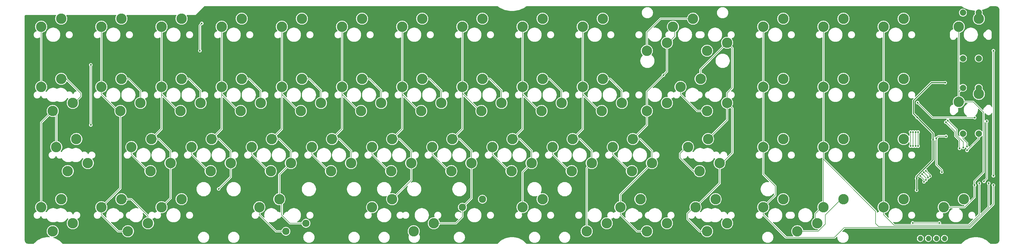
<source format=gbr>
%TF.GenerationSoftware,KiCad,Pcbnew,8.0.5*%
%TF.CreationDate,2024-09-17T11:40:19-04:00*%
%TF.ProjectId,Limousine,4c696d6f-7573-4696-9e65-2e6b69636164,rev?*%
%TF.SameCoordinates,Original*%
%TF.FileFunction,Copper,L1,Top*%
%TF.FilePolarity,Positive*%
%FSLAX46Y46*%
G04 Gerber Fmt 4.6, Leading zero omitted, Abs format (unit mm)*
G04 Created by KiCad (PCBNEW 8.0.5) date 2024-09-17 11:40:19*
%MOMM*%
%LPD*%
G01*
G04 APERTURE LIST*
G04 Aperture macros list*
%AMRoundRect*
0 Rectangle with rounded corners*
0 $1 Rounding radius*
0 $2 $3 $4 $5 $6 $7 $8 $9 X,Y pos of 4 corners*
0 Add a 4 corners polygon primitive as box body*
4,1,4,$2,$3,$4,$5,$6,$7,$8,$9,$2,$3,0*
0 Add four circle primitives for the rounded corners*
1,1,$1+$1,$2,$3*
1,1,$1+$1,$4,$5*
1,1,$1+$1,$6,$7*
1,1,$1+$1,$8,$9*
0 Add four rect primitives between the rounded corners*
20,1,$1+$1,$2,$3,$4,$5,0*
20,1,$1+$1,$4,$5,$6,$7,0*
20,1,$1+$1,$6,$7,$8,$9,0*
20,1,$1+$1,$8,$9,$2,$3,0*%
G04 Aperture macros list end*
%TA.AperFunction,ComponentPad*%
%ADD10C,2.000000*%
%TD*%
%TA.AperFunction,ComponentPad*%
%ADD11RoundRect,0.500000X0.500000X-0.500000X0.500000X0.500000X-0.500000X0.500000X-0.500000X-0.500000X0*%
%TD*%
%TA.AperFunction,ComponentPad*%
%ADD12C,2.300000*%
%TD*%
%TA.AperFunction,ComponentPad*%
%ADD13C,3.300000*%
%TD*%
%TA.AperFunction,ComponentPad*%
%ADD14R,1.700000X1.700000*%
%TD*%
%TA.AperFunction,ComponentPad*%
%ADD15O,1.700000X1.700000*%
%TD*%
%TA.AperFunction,ViaPad*%
%ADD16C,0.600000*%
%TD*%
%TA.AperFunction,ViaPad*%
%ADD17C,0.500000*%
%TD*%
%TA.AperFunction,Conductor*%
%ADD18C,0.300000*%
%TD*%
%TA.AperFunction,Conductor*%
%ADD19C,0.200000*%
%TD*%
G04 APERTURE END LIST*
D10*
%TO.P,SW2,A,A*%
%TO.N,ENC2A*%
X313412500Y-56712500D03*
%TO.P,SW2,B,B*%
%TO.N,ENC2B*%
X318412500Y-56712500D03*
D11*
%TO.P,SW2,C,C*%
%TO.N,GND*%
X315912500Y-56712500D03*
D10*
%TO.P,SW2,S1,S1*%
%TO.N,Net-(D32-A)*%
X318412500Y-42212500D03*
%TO.P,SW2,S2,S2*%
%TO.N,Col 15*%
X313412500Y-42212500D03*
%TD*%
D12*
%TO.P,MXS2,1,1*%
%TO.N,Col 7*%
X154939880Y-80010008D03*
%TO.P,MXS2,2,2*%
%TO.N,Net-(D55-A)*%
X161289880Y-77470008D03*
%TD*%
%TO.P,MXS1,1,1*%
%TO.N,Col 4*%
X105409928Y-85090008D03*
%TO.P,MXS1,2,2*%
%TO.N,Net-(D52-A)*%
X99059928Y-87630008D03*
%TD*%
D10*
%TO.P,SW1,A,A*%
%TO.N,ENC1A*%
X313412500Y-32900000D03*
%TO.P,SW1,B,B*%
%TO.N,ENC1B*%
X318412500Y-32900000D03*
D11*
%TO.P,SW1,C,C*%
%TO.N,GND*%
X315912500Y-32900000D03*
D10*
%TO.P,SW1,S1,S1*%
%TO.N,Net-(D16-A)*%
X318412500Y-18400000D03*
%TO.P,SW1,S2,S2*%
%TO.N,Col 15*%
X313412500Y-18400000D03*
%TD*%
D13*
%TO.P,MX9,1,1*%
%TO.N,Col 8*%
X173990000Y-22860000D03*
%TO.P,MX9,2,2*%
%TO.N,Net-(D9-A)*%
X180340000Y-20320000D03*
%TD*%
%TO.P,MX51,1,1*%
%TO.N,Col 1*%
X49053720Y-87630008D03*
%TO.P,MX51,2,2*%
%TO.N,Net-(D49-A)*%
X55403720Y-85090008D03*
%TD*%
%TO.P,MX20,1,1*%
%TO.N,Col 3*%
X78740000Y-41910000D03*
%TO.P,MX20,2,2*%
%TO.N,Net-(D20-A)*%
X85090000Y-39370000D03*
%TD*%
%TO.P,MX90,1,1*%
%TO.N,Col 11*%
X236378584Y-66040024D03*
%TO.P,MX90,2,2*%
%TO.N,Net-(D44-A)*%
X230028584Y-68580024D03*
%TD*%
%TO.P,MX50,1,1*%
%TO.N,Col 1*%
X40640000Y-80010000D03*
%TO.P,MX50,2,2*%
%TO.N,Net-(D49-A)*%
X46990000Y-77470000D03*
%TD*%
%TO.P,MX36,1,1*%
%TO.N,Col 4*%
X94614952Y-58420048D03*
%TO.P,MX36,2,2*%
%TO.N,Net-(D37-A)*%
X88264952Y-60960048D03*
%TD*%
%TO.P,MX16,1,1*%
%TO.N,Col 15*%
X312102500Y-22860000D03*
%TO.P,MX16,2,2*%
%TO.N,Net-(D16-A)*%
X318452500Y-20320000D03*
%TD*%
%TO.P,MX5,1,1*%
%TO.N,Col 4*%
X97790000Y-22860000D03*
%TO.P,MX5,2,2*%
%TO.N,Net-(D5-A)*%
X104140000Y-20320000D03*
%TD*%
%TO.P,MX37,1,1*%
%TO.N,Col 5*%
X113664952Y-58420048D03*
%TO.P,MX37,2,2*%
%TO.N,Net-(D38-A)*%
X107314952Y-60960048D03*
%TD*%
%TO.P,MX49,1,1*%
%TO.N,Col 0*%
X25241240Y-87630008D03*
%TO.P,MX49,2,2*%
%TO.N,Net-(D48-A)*%
X31591240Y-85090008D03*
%TD*%
%TO.P,MX82,1,1*%
%TO.N,Col 3*%
X81597464Y-66040024D03*
%TO.P,MX82,2,2*%
%TO.N,Net-(D36-A)*%
X75247464Y-68580024D03*
%TD*%
%TO.P,MX44,1,1*%
%TO.N,Col 11*%
X232727336Y-58420024D03*
%TO.P,MX44,2,2*%
%TO.N,Net-(D44-A)*%
X226377336Y-60960024D03*
%TD*%
%TO.P,MX30,1,1*%
%TO.N,Col 13*%
X269240000Y-41910000D03*
%TO.P,MX30,2,2*%
%TO.N,Net-(D30-A)*%
X275590000Y-39370000D03*
%TD*%
%TO.P,MX52,1,1*%
%TO.N,Col 2*%
X59690000Y-80010000D03*
%TO.P,MX52,2,2*%
%TO.N,Net-(D50-A)*%
X66040000Y-77470000D03*
%TD*%
%TO.P,MX54,1,1*%
%TO.N,Col 6*%
X132714904Y-77470000D03*
%TO.P,MX54,2,2*%
%TO.N,Net-(D54-A)*%
X126364904Y-80010000D03*
%TD*%
%TO.P,MX83,1,1*%
%TO.N,Col 4*%
X100647448Y-66040024D03*
%TO.P,MX83,2,2*%
%TO.N,Net-(D37-A)*%
X94297448Y-68580024D03*
%TD*%
%TO.P,MX74,1,1*%
%TO.N,Col 5*%
X122872408Y-49530000D03*
%TO.P,MX74,2,2*%
%TO.N,Net-(D22-A)*%
X129222408Y-46990000D03*
%TD*%
%TO.P,MX47,1,1*%
%TO.N,Col 14*%
X288290000Y-60960000D03*
%TO.P,MX47,2,2*%
%TO.N,Net-(D47-A)*%
X294640000Y-58420000D03*
%TD*%
%TO.P,MX73,1,1*%
%TO.N,Col 4*%
X103822424Y-49530000D03*
%TO.P,MX73,2,2*%
%TO.N,Net-(D21-A)*%
X110172424Y-46990000D03*
%TD*%
%TO.P,MX1,1,1*%
%TO.N,Col 0*%
X21590000Y-22860000D03*
%TO.P,MX1,2,2*%
%TO.N,Net-(D1-A)*%
X27940000Y-20320000D03*
%TD*%
%TO.P,MX66,1,1*%
%TO.N,Col 15*%
X307340000Y-80010000D03*
%TO.P,MX66,2,2*%
%TO.N,Net-(D63-A)*%
X313690000Y-77470000D03*
%TD*%
%TO.P,MX55,1,1*%
%TO.N,Col 7*%
X145891144Y-85090000D03*
%TO.P,MX55,2,2*%
%TO.N,Net-(D55-A)*%
X139541144Y-87630000D03*
%TD*%
%TO.P,MX84,1,1*%
%TO.N,Col 5*%
X119697432Y-66040024D03*
%TO.P,MX84,2,2*%
%TO.N,Net-(D38-A)*%
X113347432Y-68580024D03*
%TD*%
%TO.P,MX28,1,1*%
%TO.N,Col 11*%
X238760000Y-46990000D03*
%TO.P,MX28,2,2*%
%TO.N,Net-(D28-A)*%
X232410000Y-49530000D03*
%TD*%
%TO.P,MX63,1,1*%
%TO.N,Col 13*%
X267334792Y-85090000D03*
%TO.P,MX63,2,2*%
%TO.N,Net-(D61-A)*%
X260984792Y-87630000D03*
%TD*%
%TO.P,MX71,1,1*%
%TO.N,Col 2*%
X65722456Y-49530000D03*
%TO.P,MX71,2,2*%
%TO.N,Net-(D19-A)*%
X72072456Y-46990000D03*
%TD*%
%TO.P,MX70,1,1*%
%TO.N,Col 1*%
X40640000Y-41910000D03*
%TO.P,MX70,2,2*%
%TO.N,Net-(D18-A)*%
X46990000Y-39370000D03*
%TD*%
%TO.P,MX80,1,1*%
%TO.N,Col 0*%
X30003752Y-68580024D03*
%TO.P,MX80,2,2*%
%TO.N,Net-(D33-A)*%
X36353752Y-66040024D03*
%TD*%
%TO.P,MX19,1,1*%
%TO.N,Col 2*%
X59690000Y-41910000D03*
%TO.P,MX19,2,2*%
%TO.N,Net-(D19-A)*%
X66040000Y-39370000D03*
%TD*%
%TO.P,MX69,1,1*%
%TO.N,Col 0*%
X25241240Y-49530000D03*
%TO.P,MX69,2,2*%
%TO.N,Net-(D17-A)*%
X31591240Y-46990000D03*
%TD*%
%TO.P,MX35,1,1*%
%TO.N,Col 3*%
X75564968Y-58420048D03*
%TO.P,MX35,2,2*%
%TO.N,Net-(D36-A)*%
X69214968Y-60960048D03*
%TD*%
%TO.P,MX31,1,1*%
%TO.N,Col 14*%
X288290000Y-41910000D03*
%TO.P,MX31,2,2*%
%TO.N,Net-(D31-A)*%
X294640000Y-39370000D03*
%TD*%
%TO.P,MX10,1,1*%
%TO.N,Col 9*%
X193040000Y-22860000D03*
%TO.P,MX10,2,2*%
%TO.N,Net-(D10-A)*%
X199390000Y-20320000D03*
%TD*%
%TO.P,MX12,1,1*%
%TO.N,Col 11*%
X238760000Y-27940000D03*
%TO.P,MX12,2,2*%
%TO.N,Net-(D12-A)*%
X232410000Y-30480000D03*
%TD*%
%TO.P,MX77,1,1*%
%TO.N,Col 8*%
X180022360Y-49530000D03*
%TO.P,MX77,2,2*%
%TO.N,Net-(D25-A)*%
X186372360Y-46990000D03*
%TD*%
%TO.P,MX23,1,1*%
%TO.N,Col 6*%
X135890000Y-41910000D03*
%TO.P,MX23,2,2*%
%TO.N,Net-(D23-A)*%
X142240000Y-39370000D03*
%TD*%
%TO.P,MX17,1,1*%
%TO.N,Col 0*%
X21590000Y-41910000D03*
%TO.P,MX17,2,2*%
%TO.N,Net-(D17-A)*%
X27940000Y-39370000D03*
%TD*%
%TO.P,MX24,1,1*%
%TO.N,Col 7*%
X154940000Y-41910000D03*
%TO.P,MX24,2,2*%
%TO.N,Net-(D24-A)*%
X161290000Y-39370000D03*
%TD*%
%TO.P,MX75,1,1*%
%TO.N,Col 6*%
X141922392Y-49530000D03*
%TO.P,MX75,2,2*%
%TO.N,Net-(D23-A)*%
X148272392Y-46990000D03*
%TD*%
%TO.P,MX53,1,1*%
%TO.N,Col 4*%
X96996184Y-77470000D03*
%TO.P,MX53,2,2*%
%TO.N,Net-(D52-A)*%
X90646184Y-80010000D03*
%TD*%
%TO.P,MX81,1,1*%
%TO.N,Col 2*%
X62547480Y-66040024D03*
%TO.P,MX81,2,2*%
%TO.N,Net-(D35-A)*%
X56197480Y-68580024D03*
%TD*%
%TO.P,MX85,1,1*%
%TO.N,Col 6*%
X138747416Y-66040024D03*
%TO.P,MX85,2,2*%
%TO.N,Net-(D39-A)*%
X132397416Y-68580024D03*
%TD*%
%TO.P,MX27,1,1*%
%TO.N,Col 10*%
X213360000Y-49530000D03*
%TO.P,MX27,2,2*%
%TO.N,Net-(D27-A)*%
X219710000Y-46990000D03*
%TD*%
%TO.P,MX26,1,1*%
%TO.N,Col 9*%
X193040000Y-41910000D03*
%TO.P,MX26,2,2*%
%TO.N,Net-(D26-A)*%
X199390000Y-39370000D03*
%TD*%
%TO.P,MX13,1,1*%
%TO.N,Col 12*%
X250190000Y-22860000D03*
%TO.P,MX13,2,2*%
%TO.N,Net-(D13-A)*%
X256540000Y-20320000D03*
%TD*%
%TO.P,MX62,1,1*%
%TO.N,Col 12*%
X250190000Y-80010000D03*
%TO.P,MX62,2,2*%
%TO.N,Net-(D60-A)*%
X256540000Y-77470000D03*
%TD*%
%TO.P,MX78,1,1*%
%TO.N,Col 9*%
X199072344Y-49530000D03*
%TO.P,MX78,2,2*%
%TO.N,Net-(D26-A)*%
X205422344Y-46990000D03*
%TD*%
%TO.P,MX4,1,1*%
%TO.N,Col 3*%
X78740000Y-22860000D03*
%TO.P,MX4,2,2*%
%TO.N,Net-(D4-A)*%
X85090000Y-20320000D03*
%TD*%
%TO.P,MX61,1,1*%
%TO.N,Col 11*%
X232410000Y-87630000D03*
%TO.P,MX61,2,2*%
%TO.N,Net-(D59-A)*%
X238760000Y-85090000D03*
%TD*%
%TO.P,MX41,1,1*%
%TO.N,Col 9*%
X189864952Y-58420048D03*
%TO.P,MX41,2,2*%
%TO.N,Net-(D42-A)*%
X183514952Y-60960048D03*
%TD*%
%TO.P,MX15,1,1*%
%TO.N,Col 14*%
X288290000Y-22860000D03*
%TO.P,MX15,2,2*%
%TO.N,Net-(D15-A)*%
X294640000Y-20320000D03*
%TD*%
%TO.P,MX56,1,1*%
%TO.N,Col 8*%
X173990000Y-80010000D03*
%TO.P,MX56,2,2*%
%TO.N,Net-(D56-A)*%
X180340000Y-77470000D03*
%TD*%
%TO.P,MX39,1,1*%
%TO.N,Col 7*%
X151764952Y-58420048D03*
%TO.P,MX39,2,2*%
%TO.N,Net-(D40-A)*%
X145414952Y-60960048D03*
%TD*%
%TO.P,MX68,1,1*%
%TO.N,Col 10*%
X221614824Y-22859992D03*
%TO.P,MX68,2,2*%
%TO.N,Net-(D11-A)*%
X227964824Y-20319992D03*
%TD*%
%TO.P,MX14,1,1*%
%TO.N,Col 13*%
X269240000Y-22860000D03*
%TO.P,MX14,2,2*%
%TO.N,Net-(D14-A)*%
X275590000Y-20320000D03*
%TD*%
%TO.P,MX88,1,1*%
%TO.N,Col 9*%
X195897368Y-66040024D03*
%TO.P,MX88,2,2*%
%TO.N,Net-(D42-A)*%
X189547368Y-68580024D03*
%TD*%
%TO.P,MX40,1,1*%
%TO.N,Col 8*%
X170814952Y-58420048D03*
%TO.P,MX40,2,2*%
%TO.N,Net-(D41-A)*%
X164464952Y-60960048D03*
%TD*%
%TO.P,MX11,1,1*%
%TO.N,Col 10*%
X219710000Y-27940000D03*
%TO.P,MX11,2,2*%
%TO.N,Net-(D11-A)*%
X213360000Y-30480000D03*
%TD*%
%TO.P,MX89,1,1*%
%TO.N,Col 10*%
X214947352Y-66040024D03*
%TO.P,MX89,2,2*%
%TO.N,Net-(D43-A)*%
X208597352Y-68580024D03*
%TD*%
%TO.P,MX48,1,1*%
%TO.N,Col 0*%
X21590000Y-80010000D03*
%TO.P,MX48,2,2*%
%TO.N,Net-(D48-A)*%
X27940000Y-77470000D03*
%TD*%
%TO.P,MX21,1,1*%
%TO.N,Col 4*%
X97790000Y-41910000D03*
%TO.P,MX21,2,2*%
%TO.N,Net-(D21-A)*%
X104140000Y-39370000D03*
%TD*%
%TO.P,MX59,1,1*%
%TO.N,Col 10*%
X213360000Y-87630000D03*
%TO.P,MX59,2,2*%
%TO.N,Net-(D58-A)*%
X219710000Y-85090000D03*
%TD*%
%TO.P,MX25,1,1*%
%TO.N,Col 8*%
X173990000Y-41910000D03*
%TO.P,MX25,2,2*%
%TO.N,Net-(D25-A)*%
X180340000Y-39370000D03*
%TD*%
%TO.P,MX32,1,1*%
%TO.N,Col 15*%
X312102500Y-46672500D03*
%TO.P,MX32,2,2*%
%TO.N,Net-(D32-A)*%
X318452500Y-44132500D03*
%TD*%
%TO.P,MX86,1,1*%
%TO.N,Col 7*%
X157797400Y-66040024D03*
%TO.P,MX86,2,2*%
%TO.N,Net-(D40-A)*%
X151447400Y-68580024D03*
%TD*%
%TO.P,MX22,1,1*%
%TO.N,Col 5*%
X116840000Y-41910000D03*
%TO.P,MX22,2,2*%
%TO.N,Net-(D22-A)*%
X123190000Y-39370000D03*
%TD*%
%TO.P,MX46,1,1*%
%TO.N,Col 13*%
X269240000Y-60960000D03*
%TO.P,MX46,2,2*%
%TO.N,Net-(D46-A)*%
X275590000Y-58420000D03*
%TD*%
%TO.P,MX72,1,1*%
%TO.N,Col 3*%
X84772440Y-49530000D03*
%TO.P,MX72,2,2*%
%TO.N,Net-(D20-A)*%
X91122440Y-46990000D03*
%TD*%
%TO.P,MX29,1,1*%
%TO.N,Col 12*%
X250190000Y-41910000D03*
%TO.P,MX29,2,2*%
%TO.N,Net-(D29-A)*%
X256540000Y-39370000D03*
%TD*%
%TO.P,MX42,1,1*%
%TO.N,Col 10*%
X208914952Y-58420048D03*
%TO.P,MX42,2,2*%
%TO.N,Net-(D43-A)*%
X202564952Y-60960048D03*
%TD*%
%TO.P,MX33,1,1*%
%TO.N,Col 0*%
X26372352Y-60960024D03*
%TO.P,MX33,2,2*%
%TO.N,Net-(D33-A)*%
X32722352Y-58420024D03*
%TD*%
%TO.P,MX34,1,1*%
%TO.N,Col 2*%
X56514968Y-58420048D03*
%TO.P,MX34,2,2*%
%TO.N,Net-(D35-A)*%
X50164968Y-60960048D03*
%TD*%
%TO.P,MX87,1,1*%
%TO.N,Col 8*%
X176847384Y-66040024D03*
%TO.P,MX87,2,2*%
%TO.N,Net-(D41-A)*%
X170497384Y-68580024D03*
%TD*%
D14*
%TO.P,J3,1,Pin_1*%
%TO.N,GND*%
X297404280Y-89892112D03*
D15*
%TO.P,J3,2,Pin_2*%
%TO.N,+3V3*%
X299944280Y-89892112D03*
%TO.P,J3,3,Pin_3*%
%TO.N,RESET*%
X302484280Y-89892112D03*
%TO.P,J3,4,Pin_4*%
%TO.N,SWD*%
X305024280Y-89892112D03*
%TO.P,J3,5,Pin_5*%
%TO.N,SWC*%
X307564280Y-89892112D03*
%TD*%
D13*
%TO.P,MX45,1,1*%
%TO.N,Col 12*%
X250190000Y-60960000D03*
%TO.P,MX45,2,2*%
%TO.N,Net-(D45-A)*%
X256540000Y-58420000D03*
%TD*%
%TO.P,MX65,1,1*%
%TO.N,Col 14*%
X288290000Y-80010000D03*
%TO.P,MX65,2,2*%
%TO.N,Net-(D62-A)*%
X294640000Y-77470000D03*
%TD*%
%TO.P,MX18,1,1*%
%TO.N,Col 1*%
X46672472Y-49530040D03*
%TO.P,MX18,2,2*%
%TO.N,Net-(D18-A)*%
X53022472Y-46990040D03*
%TD*%
%TO.P,MX64,1,1*%
%TO.N,Col 13*%
X269240000Y-80010000D03*
%TO.P,MX64,2,2*%
%TO.N,Net-(D61-A)*%
X275590000Y-77470000D03*
%TD*%
%TO.P,MX76,1,1*%
%TO.N,Col 7*%
X160972376Y-49530000D03*
%TO.P,MX76,2,2*%
%TO.N,Net-(D24-A)*%
X167322376Y-46990000D03*
%TD*%
%TO.P,MX2,1,1*%
%TO.N,Col 1*%
X40640000Y-22860000D03*
%TO.P,MX2,2,2*%
%TO.N,Net-(D2-A)*%
X46990000Y-20320000D03*
%TD*%
%TO.P,MX57,1,1*%
%TO.N,Col 9*%
X194310000Y-87630000D03*
%TO.P,MX57,2,2*%
%TO.N,Net-(D57-A)*%
X200660000Y-85090000D03*
%TD*%
%TO.P,MX6,1,1*%
%TO.N,Col 5*%
X116840000Y-22860000D03*
%TO.P,MX6,2,2*%
%TO.N,Net-(D6-A)*%
X123190000Y-20320000D03*
%TD*%
%TO.P,MX8,1,1*%
%TO.N,Col 7*%
X154940000Y-22860000D03*
%TO.P,MX8,2,2*%
%TO.N,Net-(D8-A)*%
X161290000Y-20320000D03*
%TD*%
%TO.P,MX38,1,1*%
%TO.N,Col 6*%
X132714952Y-58420048D03*
%TO.P,MX38,2,2*%
%TO.N,Net-(D39-A)*%
X126364952Y-60960048D03*
%TD*%
%TO.P,MX60,1,1*%
%TO.N,Col 11*%
X228758568Y-80010008D03*
%TO.P,MX60,2,2*%
%TO.N,Net-(D59-A)*%
X235108568Y-77470008D03*
%TD*%
%TO.P,MX79,1,1*%
%TO.N,Col 11*%
X230346072Y-39370000D03*
%TO.P,MX79,2,2*%
%TO.N,Net-(D28-A)*%
X223996072Y-41910000D03*
%TD*%
%TO.P,MX7,1,1*%
%TO.N,Col 6*%
X135890000Y-22860000D03*
%TO.P,MX7,2,2*%
%TO.N,Net-(D7-A)*%
X142240000Y-20320000D03*
%TD*%
%TO.P,MX3,1,1*%
%TO.N,Col 2*%
X59690000Y-22860000D03*
%TO.P,MX3,2,2*%
%TO.N,Net-(D3-A)*%
X66040000Y-20320000D03*
%TD*%
%TO.P,MX58,1,1*%
%TO.N,Col 10*%
X204946088Y-80010008D03*
%TO.P,MX58,2,2*%
%TO.N,Net-(D58-A)*%
X211296088Y-77470008D03*
%TD*%
D16*
%TO.N,GND*%
X308734508Y-64991352D03*
D17*
X307385680Y-54570280D03*
D16*
X33139048Y-34032016D03*
X292099768Y-72727296D03*
X308157769Y-71491002D03*
X310852096Y-53082000D03*
X308734508Y-62591352D03*
X307534508Y-63791352D03*
D17*
X305004432Y-54570280D03*
X303962636Y-54570280D03*
D16*
X318293496Y-65285896D03*
X35520296Y-34924984D03*
X306334508Y-64991352D03*
X306334508Y-62591352D03*
D17*
X299838824Y-61714024D03*
X308427476Y-54570280D03*
X302220072Y-58439808D03*
D16*
X35520296Y-34032016D03*
X307804215Y-74248718D03*
X33139048Y-34924984D03*
%TO.N,+3V3*%
X307832164Y-40574184D03*
X298753656Y-74655796D03*
X298945856Y-51593720D03*
X298753656Y-70935096D03*
X303962636Y-58582372D03*
%TO.N,+1V1*%
X308086971Y-57538288D03*
X306734508Y-68908297D03*
X305004432Y-58142152D03*
%TO.N,Row 1*%
X320972400Y-52784344D03*
X317148552Y-51656250D03*
X299051304Y-46893750D03*
X320079432Y-71834328D03*
%TO.N,Row 2*%
X37306232Y-53975032D03*
X37306232Y-34925048D03*
%TO.N,Row 3*%
X297483026Y-84993750D03*
X305977406Y-84993750D03*
%TO.N,Row 0*%
X323055992Y-30460144D03*
X323055992Y-70048392D03*
%TO.N,Col 1*%
X301024015Y-68962393D03*
X302361512Y-70646594D03*
%TO.N,Col 2*%
X301693108Y-71399888D03*
X300458328Y-69528080D03*
%TO.N,Col 3*%
X301093108Y-71976892D03*
X77787448Y-74215640D03*
X299892641Y-70093767D03*
%TO.N,Col 4*%
X299218901Y-60665964D03*
X299218901Y-56201124D03*
%TO.N,Col 5*%
X298418898Y-56201124D03*
X298418898Y-60665964D03*
%TO.N,Col 6*%
X297618895Y-56201124D03*
X297618895Y-60665964D03*
%TO.N,Col 7*%
X296818892Y-56201124D03*
X296818892Y-60665964D03*
%TO.N,Col 10*%
X218578736Y-38199200D03*
%TO.N,Col 12*%
X323055992Y-73024952D03*
%TO.N,Col 13*%
X321567712Y-72429640D03*
%TO.N,Col 14*%
X318591152Y-72429640D03*
%TO.N,Col 15*%
X72429640Y-21828120D03*
X71834328Y-30460144D03*
X317102872Y-73024952D03*
%TO.N,Col 0*%
X302991735Y-70153823D03*
X301659292Y-68476156D03*
%TO.N,ENC1B*%
X307980992Y-53075736D03*
X312340376Y-61391352D03*
%TO.N,ENC1A*%
X313531000Y-61118712D03*
X308622795Y-52598145D03*
%TO.N,ENC2B*%
X314721624Y-62011680D03*
%TO.N,ENC2A*%
X314721624Y-60821056D03*
%TD*%
D18*
%TO.N,+3V3*%
X297755232Y-46235912D02*
X303416960Y-40574184D01*
X303962636Y-56610500D02*
X303962636Y-58582372D01*
X298945856Y-51593720D02*
X297755232Y-50403096D01*
X298945856Y-51593720D02*
X303962636Y-56610500D01*
X303962636Y-65031612D02*
X298753656Y-70240592D01*
X303962636Y-58582372D02*
X303962636Y-65031612D01*
X298753656Y-70240592D02*
X298753656Y-70935096D01*
X297755232Y-50403096D02*
X297755232Y-46235912D01*
X298753656Y-70935096D02*
X298753656Y-74655796D01*
X303416960Y-40574184D02*
X307832164Y-40574184D01*
D19*
%TO.N,+1V1*%
X305608296Y-57538288D02*
X308086971Y-57538288D01*
X306734508Y-68206596D02*
X305004432Y-66476520D01*
X306734508Y-68908297D02*
X306734508Y-68206596D01*
X305004432Y-58142152D02*
X305608296Y-57538288D01*
X305004432Y-58142152D02*
X305004432Y-66476520D01*
%TO.N,Net-(D11-A)*%
X227964824Y-20319992D02*
X217665233Y-20319992D01*
X213360000Y-24625225D02*
X213360000Y-30480000D01*
X217665233Y-20319992D02*
X213360000Y-24625225D01*
%TO.N,Net-(D17-A)*%
X34086239Y-43942564D02*
X29513675Y-39370000D01*
X32053651Y-46989976D02*
X34086239Y-44957388D01*
X29513675Y-39370000D02*
X27940000Y-39370000D01*
X34086239Y-44957388D02*
X34086239Y-43942564D01*
%TO.N,Net-(D18-A)*%
X49323452Y-39370000D02*
X46990000Y-39370000D01*
X53067471Y-46945041D02*
X53067471Y-43114019D01*
X53067471Y-43114019D02*
X49323452Y-39370000D01*
%TO.N,Net-(D19-A)*%
X72072456Y-43069004D02*
X72072456Y-46989976D01*
X68373452Y-39370000D02*
X72072456Y-43069004D01*
X66040000Y-39370000D02*
X68373452Y-39370000D01*
%TO.N,Net-(D20-A)*%
X91122440Y-43068988D02*
X91122440Y-46989976D01*
X85090000Y-39370000D02*
X87423452Y-39370000D01*
X87423452Y-39370000D02*
X91122440Y-43068988D01*
%TO.N,Net-(D21-A)*%
X104140000Y-39370000D02*
X106473452Y-39370000D01*
X106473452Y-39370000D02*
X110172424Y-43068972D01*
X110172424Y-43068972D02*
X110172424Y-46989976D01*
%TO.N,Net-(D22-A)*%
X129222408Y-43068956D02*
X129222408Y-46989976D01*
X125523452Y-39370000D02*
X129222408Y-43068956D01*
X123190000Y-39370000D02*
X125523452Y-39370000D01*
%TO.N,Net-(D23-A)*%
X144573452Y-39370000D02*
X142240000Y-39370000D01*
X148272392Y-46989976D02*
X148272392Y-43068940D01*
X148272392Y-43068940D02*
X144573452Y-39370000D01*
%TO.N,Net-(D24-A)*%
X163623452Y-39370000D02*
X167322376Y-43068924D01*
X161290000Y-39370000D02*
X163623452Y-39370000D01*
X167322376Y-43068924D02*
X167322376Y-46989976D01*
%TO.N,Net-(D25-A)*%
X180340000Y-39370000D02*
X182542536Y-39370000D01*
X186372360Y-43199824D02*
X186372360Y-46989976D01*
X182542536Y-39370000D02*
X186372360Y-43199824D01*
%TO.N,Net-(D26-A)*%
X205422344Y-43068892D02*
X205422344Y-46989976D01*
X199390000Y-39370000D02*
X201723452Y-39370000D01*
X201723452Y-39370000D02*
X205422344Y-43068892D01*
%TO.N,Net-(D28-A)*%
X223996072Y-41909976D02*
X223996072Y-44243428D01*
X229282644Y-49530000D02*
X232410000Y-49530000D01*
X223996072Y-44243428D02*
X229282644Y-49530000D01*
%TO.N,Net-(D35-A)*%
X50164968Y-63293500D02*
X55451492Y-68580024D01*
X50164968Y-60960048D02*
X50164968Y-63293500D01*
%TO.N,Net-(D36-A)*%
X69214968Y-63293500D02*
X74501492Y-68580024D01*
X69214968Y-60960048D02*
X69214968Y-63293500D01*
%TO.N,Net-(D37-A)*%
X88264952Y-60960048D02*
X88264952Y-63293500D01*
X88264952Y-63293500D02*
X93551476Y-68580024D01*
%TO.N,Net-(D38-A)*%
X107314952Y-63293500D02*
X112601476Y-68580024D01*
X107314952Y-60960048D02*
X107314952Y-63293500D01*
%TO.N,Net-(D39-A)*%
X126364952Y-63293500D02*
X131651476Y-68580024D01*
X126364952Y-60960048D02*
X126364952Y-63293500D01*
%TO.N,Net-(D40-A)*%
X145414952Y-60960048D02*
X145414952Y-63293500D01*
X145414952Y-63293500D02*
X150701476Y-68580024D01*
%TO.N,Net-(D41-A)*%
X164464952Y-60960048D02*
X164464952Y-63293500D01*
X164464952Y-63293500D02*
X169751476Y-68580024D01*
%TO.N,Net-(D42-A)*%
X183514952Y-60960048D02*
X183514952Y-63293500D01*
X183514952Y-63293500D02*
X188801476Y-68580024D01*
%TO.N,Net-(D43-A)*%
X202564952Y-63293500D02*
X207851476Y-68580024D01*
X202564952Y-60960048D02*
X202564952Y-63293500D01*
%TO.N,Net-(D44-A)*%
X223882337Y-62992612D02*
X223882337Y-64338785D01*
X225914925Y-60960024D02*
X223882337Y-62992612D01*
X223882337Y-64338785D02*
X228123576Y-68580024D01*
X228123576Y-68580024D02*
X230028584Y-68580024D01*
%TO.N,Net-(D49-A)*%
X46990000Y-77470000D02*
X50117164Y-77470000D01*
X50117164Y-77470000D02*
X55403720Y-82756556D01*
X55403720Y-82756556D02*
X55403720Y-85090008D01*
%TO.N,Net-(D52-A)*%
X90646184Y-82343452D02*
X95932740Y-87630008D01*
X90646184Y-80010000D02*
X90646184Y-82343452D01*
X95932740Y-87630008D02*
X99059928Y-87630008D01*
%TO.N,Net-(D61-A)*%
X267552509Y-87630000D02*
X260984792Y-87630000D01*
X269829792Y-85352717D02*
X267552509Y-87630000D01*
X274815225Y-77470000D02*
X269829792Y-82455433D01*
X269829792Y-82455433D02*
X269829792Y-85352717D01*
%TO.N,Row 1*%
X320079432Y-71834328D02*
X320972400Y-70941360D01*
X320972400Y-70941360D02*
X320972400Y-52784344D01*
X303813804Y-51656250D02*
X317148552Y-51656250D01*
X299051304Y-46893750D02*
X303813804Y-51656250D01*
%TO.N,Row 2*%
X37306232Y-34925048D02*
X37306232Y-53975032D01*
%TO.N,Row 3*%
X297483026Y-84993750D02*
X305977406Y-84993750D01*
%TO.N,Row 0*%
X323055992Y-30460144D02*
X323055992Y-70048392D01*
%TO.N,Col 1*%
X40640000Y-22860000D02*
X40640000Y-41910000D01*
X40640000Y-80010000D02*
X40640000Y-82343452D01*
X302361512Y-70299890D02*
X301024015Y-68962393D01*
X302361512Y-70646594D02*
X302361512Y-70299890D01*
X40640000Y-41910000D02*
X40640000Y-44243452D01*
X45926556Y-87630008D02*
X49053720Y-87630008D01*
X40640000Y-80010000D02*
X46672472Y-73977528D01*
X40640000Y-44243452D02*
X45926588Y-49530040D01*
X46672472Y-73977528D02*
X46672472Y-49530040D01*
X40640000Y-82343452D02*
X45926556Y-87630008D01*
%TO.N,Col 2*%
X59690000Y-22860000D02*
X59690000Y-41910000D01*
X62547480Y-77152520D02*
X59690000Y-80010000D01*
X62547480Y-66040024D02*
X62547480Y-77152520D01*
X301761512Y-71331484D02*
X301761512Y-70790471D01*
X301693108Y-71399888D02*
X301761512Y-71331484D01*
X58848420Y-58420048D02*
X62547480Y-62119108D01*
X59690000Y-44243452D02*
X64976548Y-49530000D01*
X59690000Y-41910000D02*
X59690000Y-55245016D01*
X59690000Y-55245016D02*
X56514968Y-58420048D01*
X301761512Y-70790471D02*
X300499121Y-69528080D01*
X62547480Y-62119108D02*
X62547480Y-66040024D01*
X56514968Y-58420048D02*
X58848420Y-58420048D01*
X59690000Y-41910000D02*
X59690000Y-44243452D01*
X300499121Y-69528080D02*
X300458328Y-69528080D01*
%TO.N,Col 3*%
X81597464Y-70405624D02*
X81597464Y-66040024D01*
X77787448Y-74215640D02*
X81597464Y-70405624D01*
X78740000Y-55245016D02*
X75564968Y-58420048D01*
X78740000Y-41910000D02*
X78740000Y-55245016D01*
X78740000Y-22860000D02*
X78740000Y-41910000D01*
X301093108Y-71294234D02*
X299892641Y-70093767D01*
X81597464Y-62119092D02*
X81597464Y-66040024D01*
X78740000Y-44243452D02*
X84026524Y-49529976D01*
X75564968Y-58420048D02*
X77898420Y-58420048D01*
X301093108Y-71976892D02*
X301093108Y-71294234D01*
X77898420Y-58420048D02*
X81597464Y-62119092D01*
X78740000Y-41910000D02*
X78740000Y-44243452D01*
%TO.N,Col 4*%
X97790000Y-55245000D02*
X94614952Y-58420048D01*
X100647448Y-62119092D02*
X100647448Y-66040024D01*
X96948404Y-58420048D02*
X100647448Y-62119092D01*
X299218901Y-56201124D02*
X299218901Y-60665964D01*
X97790000Y-41910000D02*
X97790000Y-44243452D01*
X96996184Y-69691288D02*
X96996184Y-77470000D01*
X97790000Y-41910000D02*
X97790000Y-55245000D01*
X100647448Y-66040024D02*
X96996184Y-69691288D01*
X97790000Y-44243452D02*
X103076524Y-49529976D01*
X97744929Y-82491158D02*
X100343779Y-85090008D01*
X100343779Y-85090008D02*
X105409928Y-85090008D01*
X94614952Y-58420048D02*
X96948404Y-58420048D01*
X97790000Y-22860000D02*
X97790000Y-41910000D01*
X97744929Y-78218745D02*
X97744929Y-82491158D01*
%TO.N,Col 5*%
X298418898Y-56201124D02*
X298418898Y-60665964D01*
X115998404Y-58420048D02*
X119697432Y-62119076D01*
X116840000Y-55245000D02*
X113664952Y-58420048D01*
X116840000Y-44243452D02*
X122126524Y-49529976D01*
X116840000Y-41910000D02*
X116840000Y-44243452D01*
X119697432Y-62119076D02*
X119697432Y-66040024D01*
X113664952Y-58420048D02*
X115998404Y-58420048D01*
X116840000Y-41910000D02*
X116840000Y-55245000D01*
X116840000Y-22860000D02*
X116840000Y-41910000D01*
%TO.N,Col 6*%
X138747416Y-66040024D02*
X138747416Y-71437488D01*
X135890000Y-55245000D02*
X132714952Y-58420048D01*
X135890000Y-41910000D02*
X135890000Y-55245000D01*
X135890000Y-22860000D02*
X135890000Y-41910000D01*
X135890000Y-41910000D02*
X135890000Y-44243452D01*
X135890000Y-44243452D02*
X141176524Y-49529976D01*
X138747416Y-71437488D02*
X132714904Y-77470000D01*
X135048404Y-58420048D02*
X138747416Y-62119060D01*
X138747416Y-62119060D02*
X138747416Y-66040024D01*
X297618895Y-56201124D02*
X297618895Y-60665964D01*
X132714952Y-58420048D02*
X135048404Y-58420048D01*
%TO.N,Col 7*%
X152895113Y-85090000D02*
X154939880Y-83045233D01*
X154939880Y-83045233D02*
X154939880Y-80010008D01*
X154940000Y-55245000D02*
X151764952Y-58420048D01*
X151764952Y-58420048D02*
X154098404Y-58420048D01*
X154940000Y-41910000D02*
X154940000Y-43954775D01*
X154940000Y-22860000D02*
X154940000Y-41910000D01*
X157797400Y-66040024D02*
X157797400Y-77152488D01*
X157797400Y-77152488D02*
X154939880Y-80010008D01*
X157797400Y-62119044D02*
X157797400Y-66040024D01*
X154940000Y-43954775D02*
X160515201Y-49529976D01*
X145891144Y-85090000D02*
X152895113Y-85090000D01*
X296818892Y-56201124D02*
X296818892Y-60665964D01*
X154940000Y-41910000D02*
X154940000Y-55245000D01*
X154098404Y-58420048D02*
X157797400Y-62119044D01*
%TO.N,Col 8*%
X170814952Y-58420048D02*
X173148404Y-58420048D01*
X176847384Y-62119028D02*
X176847384Y-66040024D01*
X173990000Y-55245000D02*
X170814952Y-58420048D01*
X176847384Y-66040024D02*
X173990000Y-68897408D01*
X173990000Y-22860000D02*
X173990000Y-41910000D01*
X173148404Y-58420048D02*
X176847384Y-62119028D01*
X173990000Y-44243452D02*
X179276524Y-49529976D01*
X173990000Y-41910000D02*
X173990000Y-44243452D01*
X173990000Y-41910000D02*
X173990000Y-55245000D01*
X173990000Y-68897408D02*
X173990000Y-80010000D01*
%TO.N,Col 9*%
X192198404Y-58420048D02*
X195897368Y-62119012D01*
X193040000Y-55245000D02*
X189864952Y-58420048D01*
X194310000Y-67627392D02*
X194310000Y-87630000D01*
X193040000Y-41910000D02*
X193040000Y-55245000D01*
X193040000Y-22860000D02*
X193040000Y-41910000D01*
X193040000Y-41910000D02*
X193040000Y-44243452D01*
X195897368Y-66040024D02*
X194310000Y-67627392D01*
X189864952Y-58420048D02*
X192198404Y-58420048D01*
X193040000Y-44243452D02*
X198326524Y-49529976D01*
X195897368Y-62119012D02*
X195897368Y-66040024D01*
%TO.N,Col 10*%
X222204999Y-25907412D02*
X220172411Y-27940000D01*
X204946088Y-80010008D02*
X204946088Y-82343460D01*
X219710000Y-37067936D02*
X219710000Y-27940000D01*
X213360000Y-49530000D02*
X213360000Y-53975000D01*
X213360000Y-43417936D02*
X213360000Y-49530000D01*
X218578736Y-38199200D02*
X219710000Y-37067936D01*
X210232628Y-87630000D02*
X213360000Y-87630000D01*
X213360000Y-53975000D02*
X208914952Y-58420048D01*
X204946088Y-82343460D02*
X210232628Y-87630000D01*
X204946088Y-76041288D02*
X214947352Y-66040024D01*
X222204999Y-23450167D02*
X222204999Y-25907412D01*
X208914952Y-58420048D02*
X211248404Y-58420048D01*
X218578736Y-38199200D02*
X213360000Y-43417936D01*
X204946088Y-80010008D02*
X204946088Y-76041288D01*
X211248404Y-58420048D02*
X214947352Y-62118996D01*
X214947352Y-62118996D02*
X214947352Y-66040024D01*
%TO.N,Col 11*%
X236378584Y-66040024D02*
X236378584Y-72389992D01*
X228296157Y-80010008D02*
X226263569Y-82042596D01*
X240410000Y-42204664D02*
X238760000Y-43854664D01*
X238760000Y-52387360D02*
X232727336Y-58420024D01*
X238760000Y-46990000D02*
X238760000Y-52387360D01*
X238760000Y-27940000D02*
X240410000Y-29590000D01*
X238760000Y-27940000D02*
X230346072Y-36353928D01*
X240410000Y-48640000D02*
X240410000Y-62802336D01*
X230076548Y-87630000D02*
X232410000Y-87630000D01*
X240410000Y-29590000D02*
X240410000Y-42204664D01*
X240410000Y-62802336D02*
X237172312Y-66040024D01*
X230346072Y-36353928D02*
X230346072Y-39369976D01*
X226263569Y-82042596D02*
X226263569Y-83817021D01*
X226263569Y-83817021D02*
X230076548Y-87630000D01*
X238760000Y-46990000D02*
X240410000Y-48640000D01*
X236378584Y-72389992D02*
X228758568Y-80010008D01*
X238760000Y-43854664D02*
X238760000Y-46990000D01*
%TO.N,Col 12*%
X253962442Y-73324125D02*
X253962442Y-76237558D01*
X315604936Y-86469068D02*
X323055992Y-79018012D01*
X323055992Y-79018012D02*
X323055992Y-73024952D01*
X250190000Y-41910000D02*
X250190000Y-22860000D01*
X250190000Y-41910000D02*
X250190000Y-60960000D01*
X253962442Y-76237558D02*
X250190000Y-80010000D01*
X275846738Y-86469068D02*
X315604936Y-86469068D01*
X272735806Y-89580000D02*
X275846738Y-86469068D01*
X250190000Y-69551683D02*
X253962442Y-73324125D01*
X250190000Y-60960000D02*
X250190000Y-69551683D01*
X257426548Y-89580000D02*
X272735806Y-89580000D01*
X257426548Y-89580000D02*
X250190000Y-82343452D01*
X250190000Y-82343452D02*
X250190000Y-80010000D01*
%TO.N,Col 13*%
X269240000Y-22860000D02*
X269240000Y-80010000D01*
X269240000Y-64789183D02*
X285795000Y-81344183D01*
X321567712Y-72429640D02*
X321567712Y-79940606D01*
X285795000Y-85174856D02*
X286689212Y-86069068D01*
X321567712Y-79940606D02*
X315439250Y-86069068D01*
X266745000Y-84500208D02*
X266745000Y-82008640D01*
X315439250Y-86069068D02*
X286689212Y-86069068D01*
X269240000Y-60960000D02*
X269240000Y-64789183D01*
X266745000Y-82008640D02*
X268743640Y-80010000D01*
X285795000Y-81344183D02*
X285795000Y-85174856D01*
%TO.N,Col 14*%
X318591152Y-72429640D02*
X318591152Y-82351480D01*
X288290000Y-22860000D02*
X288290000Y-80010000D01*
X291615616Y-85669068D02*
X315273564Y-85669068D01*
X318591152Y-82351480D02*
X315273564Y-85669068D01*
X288290000Y-80010000D02*
X288290000Y-82343452D01*
X288290000Y-82343452D02*
X291615616Y-85669068D01*
%TO.N,Col 15*%
X71834328Y-22423432D02*
X72429640Y-21828120D01*
X307340000Y-80010000D02*
X313907717Y-80010000D01*
X313907717Y-80010000D02*
X317102872Y-76814845D01*
X317102872Y-73024952D02*
X317102872Y-71731984D01*
X71834328Y-30460144D02*
X71834328Y-22423432D01*
X317102872Y-71731984D02*
X319977088Y-68857768D01*
X316687275Y-46672500D02*
X312102500Y-46672500D01*
X312102500Y-43522500D02*
X313412500Y-42212500D01*
X319977088Y-49962313D02*
X319977088Y-68857768D01*
X312102500Y-22860000D02*
X312102500Y-46672500D01*
X312102500Y-46672500D02*
X312102500Y-43522500D01*
X316687275Y-46672500D02*
X319977088Y-49962313D01*
X317102872Y-76814845D02*
X317102872Y-73024952D01*
%TO.N,Col 0*%
X21590000Y-53181240D02*
X25241240Y-49530000D01*
X26372352Y-60960024D02*
X26372352Y-50661112D01*
X302991735Y-70153823D02*
X302991735Y-69808599D01*
X302991735Y-69808599D02*
X301659292Y-68476156D01*
X21590000Y-22860000D02*
X21590000Y-41910000D01*
X26372352Y-50661112D02*
X25241240Y-49530000D01*
X21590000Y-53181240D02*
X21590000Y-80010000D01*
%TO.N,ENC1B*%
X311004036Y-56098780D02*
X311004036Y-57408606D01*
X312340376Y-61391352D02*
X312340376Y-58744946D01*
X307980992Y-53075736D02*
X311004036Y-56098780D01*
X312340376Y-58744946D02*
X311004036Y-57408606D01*
%TO.N,ENC1A*%
X311404036Y-55379386D02*
X308622795Y-52598145D01*
X313531000Y-61118712D02*
X313531000Y-59369884D01*
X313531000Y-59369884D02*
X311404036Y-57242920D01*
X311404036Y-57242920D02*
X311404036Y-55379386D01*
%TO.N,ENC2B*%
X314721624Y-62011680D02*
X318412500Y-58320804D01*
X318412500Y-58320804D02*
X318412500Y-56712500D01*
%TO.N,ENC2A*%
X314721624Y-60821056D02*
X314721624Y-59630432D01*
X313412500Y-56712500D02*
X313412500Y-58321308D01*
X314721624Y-59630432D02*
X313412500Y-58321308D01*
%TD*%
%TA.AperFunction,Conductor*%
%TO.N,GND*%
G36*
X318330967Y-48815449D02*
G01*
X318350372Y-48831279D01*
X319590269Y-50071176D01*
X319623754Y-50132499D01*
X319626588Y-50158857D01*
X319626588Y-55872938D01*
X319606903Y-55939977D01*
X319554099Y-55985732D01*
X319484941Y-55995676D01*
X319421385Y-55966651D01*
X319401013Y-55944061D01*
X319374099Y-55905624D01*
X319341413Y-55872938D01*
X319219377Y-55750902D01*
X319040139Y-55625398D01*
X319040140Y-55625398D01*
X319040138Y-55625397D01*
X318940984Y-55579161D01*
X318841830Y-55532925D01*
X318841826Y-55532924D01*
X318841822Y-55532922D01*
X318630477Y-55476293D01*
X318412502Y-55457223D01*
X318412498Y-55457223D01*
X318267182Y-55469936D01*
X318194523Y-55476293D01*
X318194520Y-55476293D01*
X317983177Y-55532922D01*
X317983168Y-55532926D01*
X317784861Y-55625398D01*
X317784857Y-55625400D01*
X317605621Y-55750902D01*
X317450902Y-55905621D01*
X317325400Y-56084857D01*
X317325398Y-56084861D01*
X317232926Y-56283168D01*
X317232922Y-56283177D01*
X317176293Y-56494520D01*
X317176293Y-56494524D01*
X317157223Y-56712497D01*
X317157223Y-56712502D01*
X317176293Y-56930475D01*
X317176293Y-56930479D01*
X317232922Y-57141822D01*
X317232924Y-57141826D01*
X317232925Y-57141830D01*
X317247137Y-57172307D01*
X317325397Y-57340138D01*
X317325398Y-57340139D01*
X317450902Y-57519377D01*
X317605623Y-57674098D01*
X317784861Y-57799602D01*
X317966273Y-57884196D01*
X317988077Y-57894363D01*
X317987259Y-57896116D01*
X318036665Y-57932484D01*
X318061609Y-57997750D01*
X318062000Y-58007592D01*
X318062000Y-58124259D01*
X318042315Y-58191298D01*
X318025681Y-58211940D01*
X315470924Y-60766696D01*
X315409601Y-60800181D01*
X315339909Y-60795197D01*
X315283976Y-60753325D01*
X315260304Y-60695199D01*
X315257954Y-60677349D01*
X315257954Y-60677347D01*
X315202485Y-60543431D01*
X315114245Y-60428435D01*
X315114243Y-60428433D01*
X315114239Y-60428428D01*
X315108495Y-60422684D01*
X315111011Y-60420167D01*
X315079421Y-60376873D01*
X315072124Y-60334964D01*
X315072124Y-59584290D01*
X315072124Y-59584288D01*
X315048238Y-59495144D01*
X315046214Y-59491639D01*
X315022239Y-59450113D01*
X315022239Y-59450111D01*
X315002098Y-59415226D01*
X315002092Y-59415218D01*
X313799319Y-58212445D01*
X313765834Y-58151122D01*
X313763000Y-58124764D01*
X313763000Y-58007592D01*
X313782685Y-57940553D01*
X313835489Y-57894798D01*
X313839605Y-57893111D01*
X313841822Y-57892077D01*
X313841830Y-57892075D01*
X314040139Y-57799602D01*
X314219377Y-57674098D01*
X314374098Y-57519377D01*
X314499602Y-57340139D01*
X314592075Y-57141830D01*
X314648707Y-56930477D01*
X314667777Y-56712500D01*
X314665535Y-56686878D01*
X314659700Y-56620177D01*
X314648707Y-56494523D01*
X314595332Y-56295324D01*
X314592077Y-56283177D01*
X314592076Y-56283176D01*
X314592075Y-56283170D01*
X314499602Y-56084862D01*
X314499600Y-56084859D01*
X314499599Y-56084857D01*
X314374099Y-55905624D01*
X314341413Y-55872938D01*
X314219377Y-55750902D01*
X314040139Y-55625398D01*
X314040140Y-55625398D01*
X314040138Y-55625397D01*
X313940984Y-55579161D01*
X313841830Y-55532925D01*
X313841826Y-55532924D01*
X313841822Y-55532922D01*
X313630477Y-55476293D01*
X313412502Y-55457223D01*
X313412498Y-55457223D01*
X313267182Y-55469936D01*
X313194523Y-55476293D01*
X313194520Y-55476293D01*
X312983177Y-55532922D01*
X312983168Y-55532926D01*
X312784861Y-55625398D01*
X312784857Y-55625400D01*
X312605621Y-55750902D01*
X312450902Y-55905621D01*
X312325400Y-56084857D01*
X312325398Y-56084861D01*
X312232926Y-56283168D01*
X312232922Y-56283177D01*
X312176293Y-56494520D01*
X312176293Y-56494524D01*
X312157223Y-56712497D01*
X312157223Y-56712502D01*
X312176293Y-56930475D01*
X312176293Y-56930479D01*
X312232922Y-57141822D01*
X312232924Y-57141826D01*
X312232925Y-57141830D01*
X312300981Y-57287777D01*
X312315186Y-57318239D01*
X312325678Y-57387317D01*
X312297158Y-57451101D01*
X312238682Y-57489340D01*
X312168814Y-57489895D01*
X312115123Y-57458325D01*
X311790855Y-57134057D01*
X311757370Y-57072734D01*
X311754536Y-57046376D01*
X311754536Y-55333244D01*
X311754536Y-55333242D01*
X311730650Y-55244098D01*
X311704539Y-55198873D01*
X311704539Y-55198871D01*
X311684510Y-55164180D01*
X311684504Y-55164172D01*
X309214355Y-52694023D01*
X309180870Y-52632700D01*
X309179778Y-52606274D01*
X309178045Y-52606274D01*
X309178045Y-52598145D01*
X309177614Y-52594873D01*
X309159125Y-52454436D01*
X309103656Y-52320520D01*
X309103655Y-52320519D01*
X309103655Y-52320518D01*
X309030589Y-52225298D01*
X309015962Y-52206236D01*
X308990768Y-52141068D01*
X309004806Y-52072623D01*
X309053620Y-52022633D01*
X309114338Y-52006750D01*
X316662460Y-52006750D01*
X316729499Y-52026435D01*
X316748964Y-52044336D01*
X316750180Y-52043121D01*
X316755924Y-52048865D01*
X316755929Y-52048869D01*
X316755931Y-52048871D01*
X316870927Y-52137111D01*
X316870928Y-52137111D01*
X316870929Y-52137112D01*
X316898174Y-52148397D01*
X317004843Y-52192580D01*
X317131832Y-52209298D01*
X317148551Y-52211500D01*
X317148552Y-52211500D01*
X317148553Y-52211500D01*
X317163529Y-52209528D01*
X317292261Y-52192580D01*
X317426177Y-52137111D01*
X317541173Y-52048871D01*
X317629413Y-51933875D01*
X317684882Y-51799959D01*
X317703802Y-51656250D01*
X317684882Y-51512541D01*
X317629413Y-51378625D01*
X317541173Y-51263629D01*
X317426177Y-51175389D01*
X317411958Y-51169499D01*
X317374615Y-51154031D01*
X317320211Y-51110189D01*
X317298147Y-51043895D01*
X317315427Y-50976196D01*
X317346580Y-50941095D01*
X317395511Y-50903550D01*
X317603550Y-50695511D01*
X317782655Y-50462097D01*
X317929761Y-50207303D01*
X317943095Y-50175113D01*
X318042347Y-49935494D01*
X318042346Y-49935494D01*
X318042350Y-49935487D01*
X318118498Y-49651300D01*
X318156900Y-49359606D01*
X318156900Y-49065394D01*
X318139752Y-48935143D01*
X318150517Y-48866110D01*
X318196897Y-48813854D01*
X318264166Y-48794969D01*
X318330967Y-48815449D01*
G37*
%TD.AperFunction*%
%TA.AperFunction,Conductor*%
G36*
X166145649Y-16395185D02*
G01*
X166154098Y-16401126D01*
X166195674Y-16433033D01*
X166636329Y-16725279D01*
X167096057Y-16986496D01*
X167572676Y-17215447D01*
X168063926Y-17411043D01*
X168063935Y-17411046D01*
X168063938Y-17411047D01*
X168567453Y-17572351D01*
X168567461Y-17572353D01*
X168567476Y-17572358D01*
X168744714Y-17615943D01*
X169080912Y-17698621D01*
X169080926Y-17698623D01*
X169080936Y-17698626D01*
X169601870Y-17789248D01*
X169601878Y-17789248D01*
X169601879Y-17789249D01*
X170127794Y-17843792D01*
X170127798Y-17843792D01*
X170127806Y-17843793D01*
X170354282Y-17851597D01*
X170656238Y-17862004D01*
X170656250Y-17862004D01*
X170656262Y-17862004D01*
X170944492Y-17852070D01*
X171184694Y-17843793D01*
X171184702Y-17843792D01*
X171184705Y-17843792D01*
X171710620Y-17789249D01*
X171710619Y-17789249D01*
X171710630Y-17789248D01*
X172231564Y-17698626D01*
X172231576Y-17698623D01*
X172231587Y-17698621D01*
X172516848Y-17628470D01*
X172745024Y-17572358D01*
X173248574Y-17411043D01*
X173739824Y-17215447D01*
X174216443Y-16986496D01*
X174676171Y-16725279D01*
X175116826Y-16433033D01*
X175158396Y-16401129D01*
X175223564Y-16375931D01*
X175233890Y-16375500D01*
X312937526Y-16375500D01*
X313004565Y-16395185D01*
X313008616Y-16397902D01*
X313072913Y-16442908D01*
X313544476Y-16727498D01*
X314034254Y-16979450D01*
X314539992Y-17197604D01*
X315059362Y-17380956D01*
X315059375Y-17380959D01*
X315059379Y-17380961D01*
X315162228Y-17409590D01*
X315589971Y-17528661D01*
X315589985Y-17528663D01*
X315589989Y-17528665D01*
X316073347Y-17628470D01*
X316129376Y-17640039D01*
X316675093Y-17714577D01*
X316675106Y-17714578D01*
X317151154Y-17746940D01*
X317216704Y-17771126D01*
X317258772Y-17826911D01*
X317264002Y-17896585D01*
X317255127Y-17923058D01*
X317232924Y-17970672D01*
X317232922Y-17970677D01*
X317176293Y-18182020D01*
X317176293Y-18182024D01*
X317157223Y-18399997D01*
X317157223Y-18400002D01*
X317158504Y-18414645D01*
X317176292Y-18617971D01*
X317176293Y-18617975D01*
X317176293Y-18617979D01*
X317219157Y-18777949D01*
X317217494Y-18847799D01*
X317187063Y-18897723D01*
X317012538Y-19072247D01*
X317012528Y-19072259D01*
X316849610Y-19289891D01*
X316849609Y-19289892D01*
X316719330Y-19528480D01*
X316700273Y-19579575D01*
X316624325Y-19783199D01*
X316624324Y-19783202D01*
X316624323Y-19783206D01*
X316566540Y-20048832D01*
X316566539Y-20048839D01*
X316547145Y-20319998D01*
X316547145Y-20320001D01*
X316566539Y-20591160D01*
X316566540Y-20591167D01*
X316624323Y-20856793D01*
X316624325Y-20856801D01*
X316668050Y-20974031D01*
X316719330Y-21111519D01*
X316849609Y-21350107D01*
X316849610Y-21350108D01*
X316849613Y-21350113D01*
X317012529Y-21567742D01*
X317012531Y-21567744D01*
X317012538Y-21567752D01*
X317204747Y-21759961D01*
X317204753Y-21759966D01*
X317204758Y-21759971D01*
X317422387Y-21922887D01*
X317422391Y-21922889D01*
X317422392Y-21922890D01*
X317660981Y-22053169D01*
X317660980Y-22053169D01*
X317660984Y-22053170D01*
X317660987Y-22053172D01*
X317915699Y-22148175D01*
X318181340Y-22205961D01*
X318433105Y-22223967D01*
X318452499Y-22225355D01*
X318452500Y-22225355D01*
X318452501Y-22225355D01*
X318470600Y-22224060D01*
X318723660Y-22205961D01*
X318989301Y-22148175D01*
X319244013Y-22053172D01*
X319244017Y-22053169D01*
X319244019Y-22053169D01*
X319363313Y-21988029D01*
X319482613Y-21922887D01*
X319700242Y-21759971D01*
X319892471Y-21567742D01*
X320055387Y-21350113D01*
X320120529Y-21230813D01*
X320185669Y-21111519D01*
X320185669Y-21111517D01*
X320185672Y-21111513D01*
X320280675Y-20856801D01*
X320338461Y-20591160D01*
X320357855Y-20320000D01*
X320357854Y-20319993D01*
X320355265Y-20283799D01*
X320338461Y-20048840D01*
X320280675Y-19783199D01*
X320185672Y-19528487D01*
X320185670Y-19528484D01*
X320185669Y-19528480D01*
X320055390Y-19289892D01*
X320055389Y-19289891D01*
X320055387Y-19289887D01*
X319892471Y-19072258D01*
X319892463Y-19072250D01*
X319892461Y-19072247D01*
X319700252Y-18880038D01*
X319700234Y-18880022D01*
X319666017Y-18854408D01*
X319624145Y-18798475D01*
X319619161Y-18728783D01*
X319620553Y-18723046D01*
X319622146Y-18717101D01*
X319648707Y-18617977D01*
X319666496Y-18414645D01*
X319667777Y-18400002D01*
X319667777Y-18399997D01*
X319662522Y-18339936D01*
X319648707Y-18182023D01*
X319592075Y-17970670D01*
X319499602Y-17772362D01*
X319442717Y-17691121D01*
X319420391Y-17624917D01*
X319437401Y-17557150D01*
X319488349Y-17509337D01*
X319511033Y-17500544D01*
X319940638Y-17380956D01*
X320460008Y-17197604D01*
X320965746Y-16979450D01*
X321455524Y-16727498D01*
X321927087Y-16442908D01*
X321991367Y-16397913D01*
X322057576Y-16375597D01*
X322062474Y-16375500D01*
X323784108Y-16375500D01*
X323844588Y-16375500D01*
X323855394Y-16375971D01*
X324027946Y-16391068D01*
X324049231Y-16394821D01*
X324072777Y-16401130D01*
X324211302Y-16438247D01*
X324231603Y-16445636D01*
X324359620Y-16505331D01*
X324383665Y-16516544D01*
X324402384Y-16527351D01*
X324539827Y-16623590D01*
X324556384Y-16637484D01*
X324675015Y-16756115D01*
X324688909Y-16772672D01*
X324785148Y-16910115D01*
X324795955Y-16928834D01*
X324866860Y-17080889D01*
X324874253Y-17101201D01*
X324917678Y-17263268D01*
X324921431Y-17284553D01*
X324936528Y-17457104D01*
X324937000Y-17467912D01*
X324937000Y-90482087D01*
X324936528Y-90492895D01*
X324921431Y-90665446D01*
X324917678Y-90686731D01*
X324874253Y-90848798D01*
X324866860Y-90869110D01*
X324795955Y-91021165D01*
X324785148Y-91039884D01*
X324688909Y-91177327D01*
X324675015Y-91193884D01*
X324556384Y-91312515D01*
X324539827Y-91326409D01*
X324402384Y-91422648D01*
X324383665Y-91433455D01*
X324231610Y-91504360D01*
X324211298Y-91511753D01*
X324049231Y-91555178D01*
X324027946Y-91558931D01*
X323873574Y-91572437D01*
X323855393Y-91574028D01*
X323844588Y-91574500D01*
X322155686Y-91574500D01*
X322088647Y-91554815D01*
X322066037Y-91536168D01*
X322042706Y-91511753D01*
X321967886Y-91433455D01*
X321776553Y-91233229D01*
X321776539Y-91233216D01*
X321424550Y-90917490D01*
X321424526Y-90917470D01*
X321049303Y-90629742D01*
X321049294Y-90629735D01*
X320653044Y-90371698D01*
X320238124Y-90144889D01*
X320153181Y-90106620D01*
X319806987Y-89950650D01*
X319806985Y-89950649D01*
X319806980Y-89950647D01*
X319362207Y-89790139D01*
X319362204Y-89790138D01*
X319362205Y-89790138D01*
X319362196Y-89790135D01*
X318906380Y-89664295D01*
X318906368Y-89664292D01*
X318906362Y-89664291D01*
X318573641Y-89599471D01*
X318442238Y-89573872D01*
X317972518Y-89519404D01*
X317972511Y-89519403D01*
X317972506Y-89519403D01*
X317500005Y-89501212D01*
X317499995Y-89501212D01*
X317027493Y-89519403D01*
X317027487Y-89519403D01*
X317027482Y-89519404D01*
X316557762Y-89573872D01*
X316093637Y-89664291D01*
X316093628Y-89664293D01*
X316093620Y-89664295D01*
X315637804Y-89790135D01*
X315637797Y-89790137D01*
X315637795Y-89790138D01*
X315637792Y-89790139D01*
X315193019Y-89950647D01*
X315193010Y-89950651D01*
X314761875Y-90144889D01*
X314346955Y-90371698D01*
X313950705Y-90629735D01*
X313950696Y-90629742D01*
X313575473Y-90917470D01*
X313575449Y-90917490D01*
X313223460Y-91233216D01*
X313223446Y-91233229D01*
X313032114Y-91433455D01*
X312957294Y-91511753D01*
X312933963Y-91536168D01*
X312873416Y-91571037D01*
X312844314Y-91574500D01*
X175311936Y-91574500D01*
X175244897Y-91554815D01*
X175222287Y-91536168D01*
X175198956Y-91511753D01*
X175124136Y-91433455D01*
X174932803Y-91233229D01*
X174932789Y-91233216D01*
X174580800Y-90917490D01*
X174580776Y-90917470D01*
X174205553Y-90629742D01*
X174205544Y-90629735D01*
X173809294Y-90371698D01*
X173394374Y-90144889D01*
X173309431Y-90106620D01*
X172963237Y-89950650D01*
X172963235Y-89950649D01*
X172963230Y-89950647D01*
X172518457Y-89790139D01*
X172518454Y-89790138D01*
X172518455Y-89790138D01*
X172518446Y-89790135D01*
X172062630Y-89664295D01*
X172062618Y-89664292D01*
X172062612Y-89664291D01*
X171729891Y-89599471D01*
X171598488Y-89573872D01*
X171128768Y-89519404D01*
X171128761Y-89519403D01*
X171128756Y-89519403D01*
X170656255Y-89501212D01*
X170656245Y-89501212D01*
X170183743Y-89519403D01*
X170183737Y-89519403D01*
X170183732Y-89519404D01*
X169714012Y-89573872D01*
X169249887Y-89664291D01*
X169249878Y-89664293D01*
X169249870Y-89664295D01*
X168794054Y-89790135D01*
X168794047Y-89790137D01*
X168794045Y-89790138D01*
X168794042Y-89790139D01*
X168349269Y-89950647D01*
X168349260Y-89950651D01*
X167918125Y-90144889D01*
X167503205Y-90371698D01*
X167106955Y-90629735D01*
X167106946Y-90629742D01*
X166731723Y-90917470D01*
X166731699Y-90917490D01*
X166379710Y-91233216D01*
X166379696Y-91233229D01*
X166188364Y-91433455D01*
X166113544Y-91511753D01*
X166090213Y-91536168D01*
X166029666Y-91571037D01*
X166000564Y-91574500D01*
X28468186Y-91574500D01*
X28401147Y-91554815D01*
X28378537Y-91536168D01*
X28355206Y-91511753D01*
X28280386Y-91433455D01*
X28089053Y-91233229D01*
X28089039Y-91233216D01*
X27737050Y-90917490D01*
X27737026Y-90917470D01*
X27361803Y-90629742D01*
X27361794Y-90629735D01*
X26965544Y-90371698D01*
X26550624Y-90144889D01*
X26465681Y-90106620D01*
X26119487Y-89950650D01*
X26119485Y-89950649D01*
X26119480Y-89950647D01*
X25674707Y-89790139D01*
X25674704Y-89790138D01*
X25674696Y-89790135D01*
X25674690Y-89790133D01*
X25674680Y-89790130D01*
X25532435Y-89750860D01*
X25473051Y-89714045D01*
X25442999Y-89650969D01*
X25451818Y-89581658D01*
X25496710Y-89528118D01*
X25539076Y-89510166D01*
X25539669Y-89510037D01*
X25778041Y-89458183D01*
X26032753Y-89363180D01*
X26032757Y-89363177D01*
X26032759Y-89363177D01*
X26175887Y-89285023D01*
X26271353Y-89232895D01*
X26488982Y-89069979D01*
X26681211Y-88877750D01*
X26844127Y-88660121D01*
X26974412Y-88421521D01*
X27069415Y-88166809D01*
X27127201Y-87901168D01*
X27146595Y-87630008D01*
X27146594Y-87630001D01*
X27140788Y-87548819D01*
X27127201Y-87358848D01*
X27069415Y-87093207D01*
X26974412Y-86838495D01*
X26974410Y-86838492D01*
X26974409Y-86838488D01*
X26844130Y-86599900D01*
X26844129Y-86599899D01*
X26844127Y-86599895D01*
X26681211Y-86382266D01*
X26681203Y-86382258D01*
X26681201Y-86382255D01*
X26488992Y-86190046D01*
X26488986Y-86190041D01*
X26488982Y-86190037D01*
X26271353Y-86027121D01*
X26271348Y-86027118D01*
X26271347Y-86027117D01*
X26032758Y-85896838D01*
X26032759Y-85896838D01*
X25983160Y-85878338D01*
X25778041Y-85801833D01*
X25778034Y-85801831D01*
X25778033Y-85801831D01*
X25512407Y-85744048D01*
X25512400Y-85744047D01*
X25241241Y-85724653D01*
X25241239Y-85724653D01*
X24970079Y-85744047D01*
X24970072Y-85744048D01*
X24704446Y-85801831D01*
X24704442Y-85801832D01*
X24704439Y-85801833D01*
X24577083Y-85849334D01*
X24449720Y-85896838D01*
X24211132Y-86027117D01*
X24211131Y-86027118D01*
X23993499Y-86190036D01*
X23993487Y-86190046D01*
X23801278Y-86382255D01*
X23801268Y-86382267D01*
X23638350Y-86599899D01*
X23638349Y-86599900D01*
X23508070Y-86838488D01*
X23501581Y-86855887D01*
X23413065Y-87093207D01*
X23413064Y-87093210D01*
X23413063Y-87093214D01*
X23355280Y-87358840D01*
X23355279Y-87358847D01*
X23335885Y-87630006D01*
X23335885Y-87630009D01*
X23355279Y-87901168D01*
X23355280Y-87901175D01*
X23413063Y-88166801D01*
X23413065Y-88166809D01*
X23489570Y-88371928D01*
X23508070Y-88421527D01*
X23638349Y-88660115D01*
X23638350Y-88660116D01*
X23638353Y-88660121D01*
X23801269Y-88877750D01*
X23801271Y-88877752D01*
X23801278Y-88877760D01*
X23993487Y-89069969D01*
X23993493Y-89069974D01*
X23993498Y-89069979D01*
X24211127Y-89232895D01*
X24211131Y-89232897D01*
X24211132Y-89232898D01*
X24306592Y-89285023D01*
X24355997Y-89334428D01*
X24370849Y-89402701D01*
X24346432Y-89468165D01*
X24290499Y-89510037D01*
X24242394Y-89517762D01*
X24185871Y-89515586D01*
X23812505Y-89501212D01*
X23812495Y-89501212D01*
X23339993Y-89519403D01*
X23339987Y-89519403D01*
X23339982Y-89519404D01*
X22870262Y-89573872D01*
X22406137Y-89664291D01*
X22406128Y-89664293D01*
X22406120Y-89664295D01*
X21950304Y-89790135D01*
X21950297Y-89790137D01*
X21950295Y-89790138D01*
X21950292Y-89790139D01*
X21505519Y-89950647D01*
X21505510Y-89950651D01*
X21074375Y-90144889D01*
X20659455Y-90371698D01*
X20263205Y-90629735D01*
X20263196Y-90629742D01*
X19887973Y-90917470D01*
X19887949Y-90917490D01*
X19535960Y-91233216D01*
X19535946Y-91233229D01*
X19344614Y-91433455D01*
X19269794Y-91511753D01*
X19246463Y-91536168D01*
X19185916Y-91571037D01*
X19156814Y-91574500D01*
X17467912Y-91574500D01*
X17457106Y-91574028D01*
X17422918Y-91571037D01*
X17284553Y-91558931D01*
X17263268Y-91555178D01*
X17101201Y-91511753D01*
X17080889Y-91504360D01*
X17071826Y-91500134D01*
X17056844Y-91493147D01*
X16928834Y-91433455D01*
X16910115Y-91422648D01*
X16772672Y-91326409D01*
X16756115Y-91312515D01*
X16637484Y-91193884D01*
X16623590Y-91177327D01*
X16527351Y-91039884D01*
X16516544Y-91021165D01*
X16485753Y-90955134D01*
X16445636Y-90869103D01*
X16438246Y-90848798D01*
X16418229Y-90774094D01*
X16406093Y-90728799D01*
X16394821Y-90686731D01*
X16391068Y-90665445D01*
X16388552Y-90636691D01*
X16378604Y-90522974D01*
X16375972Y-90492894D01*
X16375500Y-90482087D01*
X16375500Y-82461421D01*
X19194501Y-82461421D01*
X19194501Y-82638578D01*
X19222215Y-82813556D01*
X19276957Y-82982039D01*
X19276958Y-82982042D01*
X19332668Y-83091377D01*
X19357387Y-83139890D01*
X19461518Y-83283214D01*
X19586787Y-83408483D01*
X19730111Y-83512614D01*
X19793283Y-83544802D01*
X19887958Y-83593042D01*
X19887961Y-83593043D01*
X19972202Y-83620414D01*
X20056446Y-83647786D01*
X20231422Y-83675500D01*
X20231423Y-83675500D01*
X20408579Y-83675500D01*
X20408580Y-83675500D01*
X20583556Y-83647786D01*
X20752043Y-83593042D01*
X20909891Y-83512614D01*
X21053215Y-83408483D01*
X21178484Y-83283214D01*
X21282615Y-83139890D01*
X21363043Y-82982042D01*
X21392688Y-82890801D01*
X21432124Y-82833126D01*
X21496482Y-82805927D01*
X21565329Y-82817841D01*
X21616805Y-82865084D01*
X21628550Y-82890801D01*
X21658197Y-82982047D01*
X21658198Y-82982050D01*
X21738623Y-83139890D01*
X21738627Y-83139898D01*
X21842758Y-83283222D01*
X21968027Y-83408491D01*
X22111351Y-83512622D01*
X22174523Y-83544810D01*
X22269198Y-83593050D01*
X22269201Y-83593051D01*
X22338408Y-83615537D01*
X22437686Y-83647794D01*
X22612662Y-83675508D01*
X22612663Y-83675508D01*
X22789819Y-83675508D01*
X22789820Y-83675508D01*
X22964796Y-83647794D01*
X23133283Y-83593050D01*
X23242714Y-83537291D01*
X23311382Y-83524396D01*
X23376122Y-83550672D01*
X23406395Y-83585777D01*
X23529840Y-83799589D01*
X23529851Y-83799605D01*
X23708948Y-84033009D01*
X23708954Y-84033016D01*
X23916983Y-84241045D01*
X23916990Y-84241051D01*
X23991853Y-84298495D01*
X24150403Y-84420155D01*
X24150410Y-84420159D01*
X24405189Y-84567257D01*
X24405205Y-84567265D01*
X24677005Y-84679847D01*
X24677007Y-84679847D01*
X24677013Y-84679850D01*
X24961200Y-84755998D01*
X25252894Y-84794400D01*
X25252901Y-84794400D01*
X25547099Y-84794400D01*
X25547106Y-84794400D01*
X25838800Y-84755998D01*
X26122987Y-84679850D01*
X26196318Y-84649475D01*
X26394794Y-84567265D01*
X26394795Y-84567263D01*
X26394803Y-84567261D01*
X26528613Y-84490004D01*
X26596512Y-84473532D01*
X26652611Y-84490004D01*
X26786437Y-84567269D01*
X26786440Y-84567270D01*
X26786445Y-84567273D01*
X27058245Y-84679855D01*
X27058247Y-84679855D01*
X27058253Y-84679858D01*
X27342440Y-84756006D01*
X27634134Y-84794408D01*
X27634141Y-84794408D01*
X27928339Y-84794408D01*
X27928346Y-84794408D01*
X28220040Y-84756006D01*
X28504227Y-84679858D01*
X28615646Y-84633707D01*
X28776034Y-84567273D01*
X28776037Y-84567271D01*
X28776043Y-84567269D01*
X29030837Y-84420163D01*
X29264251Y-84241058D01*
X29472290Y-84033019D01*
X29651395Y-83799605D01*
X29774853Y-83585769D01*
X29825418Y-83537557D01*
X29894025Y-83524333D01*
X29938533Y-83537288D01*
X30047946Y-83593037D01*
X30047962Y-83593044D01*
X30121590Y-83616967D01*
X30179266Y-83656404D01*
X30206465Y-83720762D01*
X30194551Y-83789609D01*
X30170956Y-83822577D01*
X30151279Y-83842254D01*
X30151268Y-83842267D01*
X29988350Y-84059899D01*
X29988349Y-84059900D01*
X29858070Y-84298488D01*
X29812688Y-84420162D01*
X29763065Y-84553207D01*
X29763064Y-84553210D01*
X29763063Y-84553214D01*
X29705280Y-84818840D01*
X29705279Y-84818847D01*
X29685885Y-85090006D01*
X29685885Y-85090009D01*
X29705279Y-85361168D01*
X29705280Y-85361175D01*
X29763063Y-85626801D01*
X29763065Y-85626809D01*
X29812317Y-85758857D01*
X29858070Y-85881527D01*
X29988349Y-86120115D01*
X29988350Y-86120116D01*
X29988353Y-86120121D01*
X30151269Y-86337750D01*
X30151271Y-86337752D01*
X30151278Y-86337760D01*
X30343487Y-86529969D01*
X30343493Y-86529974D01*
X30343498Y-86529979D01*
X30561127Y-86692895D01*
X30561131Y-86692897D01*
X30561132Y-86692898D01*
X30799721Y-86823177D01*
X30799720Y-86823177D01*
X30799724Y-86823178D01*
X30799727Y-86823180D01*
X31054439Y-86918183D01*
X31320080Y-86975969D01*
X31571845Y-86993975D01*
X31591239Y-86995363D01*
X31591240Y-86995363D01*
X31591241Y-86995363D01*
X31609340Y-86994068D01*
X31862400Y-86975969D01*
X32128041Y-86918183D01*
X32382753Y-86823180D01*
X32382757Y-86823177D01*
X32382759Y-86823177D01*
X32517622Y-86749536D01*
X32621353Y-86692895D01*
X32838982Y-86529979D01*
X33031211Y-86337750D01*
X33194127Y-86120121D01*
X33310561Y-85906887D01*
X33324409Y-85881527D01*
X33324409Y-85881525D01*
X33324412Y-85881521D01*
X33419415Y-85626809D01*
X33477201Y-85361168D01*
X33496595Y-85090008D01*
X33496594Y-85090001D01*
X33488055Y-84970610D01*
X33477201Y-84818848D01*
X33419415Y-84553207D01*
X33324412Y-84298495D01*
X33324410Y-84298492D01*
X33324409Y-84298488D01*
X33194130Y-84059900D01*
X33194129Y-84059899D01*
X33194127Y-84059895D01*
X33034210Y-83846273D01*
X33009794Y-83780809D01*
X33024646Y-83712536D01*
X33074051Y-83663131D01*
X33114078Y-83649491D01*
X33124794Y-83647794D01*
X33293281Y-83593050D01*
X33451129Y-83512622D01*
X33594453Y-83408491D01*
X33719722Y-83283222D01*
X33823853Y-83139898D01*
X33904281Y-82982050D01*
X33959025Y-82813563D01*
X33986739Y-82638587D01*
X33986739Y-82461429D01*
X33959025Y-82286453D01*
X33925135Y-82182148D01*
X33904282Y-82117968D01*
X33904281Y-82117965D01*
X33833283Y-81978626D01*
X33823853Y-81960118D01*
X33719722Y-81816794D01*
X33594453Y-81691525D01*
X33451129Y-81587394D01*
X33451113Y-81587386D01*
X33293281Y-81506965D01*
X33293278Y-81506964D01*
X33124795Y-81452222D01*
X33037306Y-81438365D01*
X32949818Y-81424508D01*
X32772660Y-81424508D01*
X32714334Y-81433746D01*
X32597682Y-81452222D01*
X32429199Y-81506964D01*
X32429196Y-81506965D01*
X32271348Y-81587394D01*
X32189577Y-81646804D01*
X32128025Y-81691525D01*
X32128023Y-81691527D01*
X32128022Y-81691527D01*
X32002758Y-81816791D01*
X32002758Y-81816792D01*
X32002756Y-81816794D01*
X31961669Y-81873346D01*
X31898625Y-81960117D01*
X31818196Y-82117965D01*
X31818195Y-82117968D01*
X31788551Y-82209206D01*
X31749114Y-82266882D01*
X31684755Y-82294080D01*
X31615909Y-82282165D01*
X31564433Y-82234921D01*
X31552689Y-82209205D01*
X31523043Y-82117963D01*
X31523041Y-82117957D01*
X31452047Y-81978626D01*
X31442613Y-81960110D01*
X31338482Y-81816786D01*
X31213213Y-81691517D01*
X31069889Y-81587386D01*
X31046901Y-81575673D01*
X30912041Y-81506957D01*
X30912038Y-81506956D01*
X30743555Y-81452214D01*
X30646766Y-81436884D01*
X30568578Y-81424500D01*
X30391420Y-81424500D01*
X30360812Y-81429348D01*
X30216442Y-81452214D01*
X30047959Y-81506956D01*
X30047951Y-81506960D01*
X29938525Y-81562715D01*
X29869856Y-81575611D01*
X29805116Y-81549334D01*
X29774844Y-81514230D01*
X29651399Y-81300418D01*
X29651396Y-81300413D01*
X29651395Y-81300411D01*
X29563970Y-81186476D01*
X29472291Y-81066998D01*
X29472285Y-81066991D01*
X29264256Y-80858962D01*
X29264249Y-80858956D01*
X29030845Y-80679859D01*
X29030843Y-80679857D01*
X29030837Y-80679853D01*
X29030832Y-80679850D01*
X29030829Y-80679848D01*
X28776050Y-80532750D01*
X28776034Y-80532742D01*
X28504234Y-80420160D01*
X28504204Y-80420152D01*
X28220040Y-80344010D01*
X28220039Y-80344009D01*
X28220036Y-80344009D01*
X27928356Y-80305609D01*
X27928351Y-80305608D01*
X27928346Y-80305608D01*
X27634134Y-80305608D01*
X27634128Y-80305608D01*
X27634123Y-80305609D01*
X27342443Y-80344009D01*
X27058245Y-80420160D01*
X26786448Y-80532741D01*
X26786433Y-80532748D01*
X26652626Y-80610002D01*
X26584725Y-80626475D01*
X26528626Y-80610002D01*
X26394803Y-80532739D01*
X26394794Y-80532734D01*
X26122994Y-80420152D01*
X26077075Y-80407848D01*
X25838800Y-80344002D01*
X25838799Y-80344001D01*
X25838796Y-80344001D01*
X25547116Y-80305601D01*
X25547111Y-80305600D01*
X25547106Y-80305600D01*
X25252894Y-80305600D01*
X25252888Y-80305600D01*
X25252883Y-80305601D01*
X24961203Y-80344001D01*
X24677005Y-80420152D01*
X24405205Y-80532734D01*
X24405189Y-80532742D01*
X24150410Y-80679840D01*
X24150394Y-80679851D01*
X23916990Y-80858948D01*
X23916983Y-80858954D01*
X23708954Y-81066983D01*
X23708948Y-81066990D01*
X23529851Y-81300394D01*
X23529845Y-81300403D01*
X23406387Y-81514236D01*
X23355819Y-81562451D01*
X23287212Y-81575673D01*
X23242705Y-81562719D01*
X23133293Y-81506970D01*
X23133280Y-81506964D01*
X23059648Y-81483040D01*
X23001972Y-81443602D01*
X22974774Y-81379244D01*
X22986689Y-81310397D01*
X23010287Y-81277426D01*
X23029962Y-81257751D01*
X23029962Y-81257750D01*
X23029971Y-81257742D01*
X23192887Y-81040113D01*
X23312441Y-80821165D01*
X23323169Y-80801519D01*
X23323169Y-80801517D01*
X23323172Y-80801513D01*
X23418175Y-80546801D01*
X23475961Y-80281160D01*
X23495355Y-80010000D01*
X23475961Y-79738840D01*
X23418175Y-79473199D01*
X23323172Y-79218487D01*
X23323170Y-79218484D01*
X23323169Y-79218480D01*
X23192890Y-78979892D01*
X23192889Y-78979891D01*
X23192887Y-78979887D01*
X23029971Y-78762258D01*
X23029966Y-78762253D01*
X23029961Y-78762247D01*
X22837752Y-78570038D01*
X22837746Y-78570033D01*
X22837742Y-78570029D01*
X22620113Y-78407113D01*
X22620108Y-78407110D01*
X22620107Y-78407109D01*
X22381518Y-78276830D01*
X22381519Y-78276830D01*
X22331920Y-78258330D01*
X22126801Y-78181825D01*
X22126794Y-78181823D01*
X22126793Y-78181823D01*
X22038142Y-78162538D01*
X21976819Y-78129053D01*
X21943334Y-78067730D01*
X21940500Y-78041372D01*
X21940500Y-77469998D01*
X26034645Y-77469998D01*
X26034645Y-77470001D01*
X26054039Y-77741160D01*
X26054040Y-77741167D01*
X26111823Y-78006793D01*
X26111825Y-78006801D01*
X26169912Y-78162538D01*
X26206830Y-78261519D01*
X26337109Y-78500107D01*
X26337110Y-78500108D01*
X26337113Y-78500113D01*
X26500029Y-78717742D01*
X26500033Y-78717746D01*
X26500038Y-78717752D01*
X26692247Y-78909961D01*
X26692253Y-78909966D01*
X26692258Y-78909971D01*
X26909887Y-79072887D01*
X26909891Y-79072889D01*
X26909892Y-79072890D01*
X27148481Y-79203169D01*
X27148480Y-79203169D01*
X27148484Y-79203170D01*
X27148487Y-79203172D01*
X27403199Y-79298175D01*
X27668840Y-79355961D01*
X27920605Y-79373967D01*
X27939999Y-79375355D01*
X27940000Y-79375355D01*
X27940001Y-79375355D01*
X27958100Y-79374060D01*
X28211160Y-79355961D01*
X28476801Y-79298175D01*
X28731513Y-79203172D01*
X28731517Y-79203169D01*
X28731519Y-79203169D01*
X28897124Y-79112742D01*
X28970113Y-79072887D01*
X29187742Y-78909971D01*
X29379971Y-78717742D01*
X29542887Y-78500113D01*
X29634053Y-78333155D01*
X29673169Y-78261519D01*
X29673169Y-78261517D01*
X29673172Y-78261513D01*
X29768175Y-78006801D01*
X29825961Y-77741160D01*
X29845355Y-77470000D01*
X29825961Y-77198840D01*
X29768175Y-76933199D01*
X29673172Y-76678487D01*
X29673170Y-76678483D01*
X29673169Y-76678480D01*
X29542890Y-76439892D01*
X29542889Y-76439891D01*
X29542887Y-76439887D01*
X29379971Y-76222258D01*
X29379968Y-76222255D01*
X29379961Y-76222247D01*
X29187752Y-76030038D01*
X29187746Y-76030033D01*
X29187742Y-76030029D01*
X28970113Y-75867113D01*
X28970108Y-75867110D01*
X28970107Y-75867109D01*
X28731518Y-75736830D01*
X28731519Y-75736830D01*
X28681920Y-75718330D01*
X28476801Y-75641825D01*
X28476794Y-75641823D01*
X28476793Y-75641823D01*
X28211167Y-75584040D01*
X28211160Y-75584039D01*
X27940001Y-75564645D01*
X27939999Y-75564645D01*
X27668839Y-75584039D01*
X27668832Y-75584040D01*
X27403206Y-75641823D01*
X27403202Y-75641824D01*
X27403199Y-75641825D01*
X27317506Y-75673787D01*
X27148480Y-75736830D01*
X26909892Y-75867109D01*
X26909891Y-75867110D01*
X26692259Y-76030028D01*
X26692247Y-76030038D01*
X26500038Y-76222247D01*
X26500032Y-76222255D01*
X26500029Y-76222258D01*
X26432656Y-76312257D01*
X26337110Y-76439891D01*
X26337109Y-76439892D01*
X26206830Y-76678480D01*
X26204272Y-76685339D01*
X26111825Y-76933199D01*
X26111824Y-76933202D01*
X26111823Y-76933206D01*
X26054040Y-77198832D01*
X26054039Y-77198839D01*
X26034645Y-77469998D01*
X21940500Y-77469998D01*
X21940500Y-68580022D01*
X28098397Y-68580022D01*
X28098397Y-68580025D01*
X28117791Y-68851184D01*
X28117792Y-68851191D01*
X28170601Y-69093951D01*
X28175577Y-69116825D01*
X28244240Y-69300917D01*
X28270582Y-69371543D01*
X28400861Y-69610131D01*
X28400862Y-69610132D01*
X28400865Y-69610137D01*
X28563781Y-69827766D01*
X28563785Y-69827770D01*
X28563790Y-69827776D01*
X28755999Y-70019985D01*
X28756005Y-70019990D01*
X28756010Y-70019995D01*
X28973639Y-70182911D01*
X28973643Y-70182913D01*
X28973644Y-70182914D01*
X29212233Y-70313193D01*
X29212232Y-70313193D01*
X29212236Y-70313194D01*
X29212239Y-70313196D01*
X29466951Y-70408199D01*
X29732592Y-70465985D01*
X29984357Y-70483991D01*
X30003751Y-70485379D01*
X30003752Y-70485379D01*
X30003753Y-70485379D01*
X30021852Y-70484084D01*
X30274912Y-70465985D01*
X30540553Y-70408199D01*
X30795265Y-70313196D01*
X30795269Y-70313193D01*
X30795271Y-70313193D01*
X31017029Y-70192104D01*
X31033865Y-70182911D01*
X31251494Y-70019995D01*
X31443723Y-69827766D01*
X31606639Y-69610137D01*
X31727302Y-69389158D01*
X31736921Y-69371543D01*
X31736921Y-69371541D01*
X31736924Y-69371537D01*
X31831927Y-69116825D01*
X31889713Y-68851184D01*
X31909107Y-68580024D01*
X31889713Y-68308864D01*
X31831927Y-68043223D01*
X31736924Y-67788511D01*
X31736922Y-67788508D01*
X31736921Y-67788504D01*
X31606642Y-67549916D01*
X31606641Y-67549915D01*
X31606639Y-67549911D01*
X31443723Y-67332282D01*
X31443718Y-67332277D01*
X31443713Y-67332271D01*
X31251504Y-67140062D01*
X31251498Y-67140057D01*
X31251494Y-67140053D01*
X31033865Y-66977137D01*
X31033860Y-66977134D01*
X31033859Y-66977133D01*
X30795270Y-66846854D01*
X30795271Y-66846854D01*
X30745672Y-66828354D01*
X30540553Y-66751849D01*
X30540546Y-66751847D01*
X30540545Y-66751847D01*
X30274919Y-66694064D01*
X30274912Y-66694063D01*
X30003753Y-66674669D01*
X30003751Y-66674669D01*
X29732591Y-66694063D01*
X29732584Y-66694064D01*
X29466958Y-66751847D01*
X29466954Y-66751848D01*
X29466951Y-66751849D01*
X29339595Y-66799350D01*
X29212232Y-66846854D01*
X28973644Y-66977133D01*
X28973643Y-66977134D01*
X28756011Y-67140052D01*
X28755999Y-67140062D01*
X28563790Y-67332271D01*
X28563780Y-67332283D01*
X28400862Y-67549915D01*
X28400861Y-67549916D01*
X28270582Y-67788504D01*
X28257367Y-67823935D01*
X28175577Y-68043223D01*
X28175577Y-68043225D01*
X28175575Y-68043230D01*
X28117792Y-68308856D01*
X28117791Y-68308863D01*
X28098397Y-68580022D01*
X21940500Y-68580022D01*
X21940500Y-53377783D01*
X21960185Y-53310744D01*
X21976814Y-53290107D01*
X24095626Y-51171294D01*
X24156947Y-51137811D01*
X24226639Y-51142795D01*
X24242732Y-51150145D01*
X24449721Y-51263169D01*
X24449720Y-51263169D01*
X24449724Y-51263170D01*
X24449727Y-51263172D01*
X24704439Y-51358175D01*
X24970080Y-51415961D01*
X25221845Y-51433967D01*
X25241239Y-51435355D01*
X25241240Y-51435355D01*
X25241241Y-51435355D01*
X25259340Y-51434060D01*
X25512400Y-51415961D01*
X25778041Y-51358175D01*
X25854518Y-51329649D01*
X25924209Y-51324665D01*
X25985533Y-51358149D01*
X26019018Y-51419472D01*
X26021852Y-51445831D01*
X26021852Y-58991396D01*
X26002167Y-59058435D01*
X25949363Y-59104190D01*
X25924210Y-59112562D01*
X25835558Y-59131847D01*
X25835554Y-59131848D01*
X25835551Y-59131849D01*
X25708195Y-59179350D01*
X25580832Y-59226854D01*
X25342244Y-59357133D01*
X25342243Y-59357134D01*
X25124611Y-59520052D01*
X25124599Y-59520062D01*
X24932390Y-59712271D01*
X24932380Y-59712283D01*
X24769462Y-59929915D01*
X24769461Y-59929916D01*
X24639182Y-60168504D01*
X24596492Y-60282961D01*
X24544177Y-60423223D01*
X24544176Y-60423226D01*
X24544175Y-60423230D01*
X24486392Y-60688856D01*
X24486391Y-60688863D01*
X24466997Y-60960022D01*
X24466997Y-60960025D01*
X24486391Y-61231184D01*
X24486392Y-61231191D01*
X24541122Y-61482782D01*
X24544177Y-61496825D01*
X24608387Y-61668977D01*
X24639182Y-61751543D01*
X24769461Y-61990131D01*
X24769462Y-61990132D01*
X24769465Y-61990137D01*
X24929380Y-62203758D01*
X24953797Y-62269220D01*
X24938945Y-62337493D01*
X24889540Y-62386899D01*
X24849518Y-62400539D01*
X24838796Y-62402237D01*
X24670312Y-62456980D01*
X24670309Y-62456981D01*
X24512461Y-62537410D01*
X24437043Y-62592205D01*
X24369138Y-62641541D01*
X24369136Y-62641543D01*
X24369135Y-62641543D01*
X24243871Y-62766807D01*
X24243871Y-62766808D01*
X24243869Y-62766810D01*
X24208218Y-62815880D01*
X24139738Y-62910133D01*
X24059309Y-63067981D01*
X24059308Y-63067984D01*
X24004566Y-63236467D01*
X23976852Y-63411445D01*
X23976852Y-63588602D01*
X24004566Y-63763580D01*
X24059308Y-63932063D01*
X24059309Y-63932066D01*
X24139726Y-64089890D01*
X24139738Y-64089914D01*
X24243869Y-64233238D01*
X24369138Y-64358507D01*
X24512462Y-64462638D01*
X24575636Y-64494827D01*
X24670309Y-64543066D01*
X24670312Y-64543067D01*
X24754553Y-64570438D01*
X24838797Y-64597810D01*
X25013773Y-64625524D01*
X25013774Y-64625524D01*
X25190930Y-64625524D01*
X25190931Y-64625524D01*
X25365907Y-64597810D01*
X25534394Y-64543066D01*
X25692242Y-64462638D01*
X25835566Y-64358507D01*
X25960835Y-64233238D01*
X26064966Y-64089914D01*
X26145394Y-63932066D01*
X26165121Y-63871352D01*
X26204557Y-63813676D01*
X26268916Y-63786477D01*
X26337762Y-63798391D01*
X26389239Y-63845634D01*
X26400983Y-63871351D01*
X26420709Y-63932063D01*
X26420710Y-63932066D01*
X26501127Y-64089890D01*
X26501139Y-64089914D01*
X26605270Y-64233238D01*
X26730539Y-64358507D01*
X26873863Y-64462638D01*
X26937037Y-64494827D01*
X27031710Y-64543066D01*
X27031713Y-64543067D01*
X27115954Y-64570438D01*
X27200198Y-64597810D01*
X27375174Y-64625524D01*
X27375175Y-64625524D01*
X27552331Y-64625524D01*
X27552332Y-64625524D01*
X27727308Y-64597810D01*
X27895795Y-64543066D01*
X28020552Y-64479498D01*
X28089219Y-64466602D01*
X28153960Y-64492878D01*
X28184233Y-64527983D01*
X28312192Y-64749613D01*
X28312203Y-64749629D01*
X28491300Y-64983033D01*
X28491306Y-64983040D01*
X28699335Y-65191069D01*
X28699342Y-65191075D01*
X28774185Y-65248504D01*
X28932755Y-65370179D01*
X28948763Y-65379421D01*
X29187541Y-65517281D01*
X29187557Y-65517289D01*
X29459357Y-65629871D01*
X29459359Y-65629871D01*
X29459365Y-65629874D01*
X29743552Y-65706022D01*
X30035246Y-65744424D01*
X30035253Y-65744424D01*
X30329451Y-65744424D01*
X30329458Y-65744424D01*
X30621152Y-65706022D01*
X30905339Y-65629874D01*
X30978670Y-65599499D01*
X31177146Y-65517289D01*
X31177149Y-65517287D01*
X31177155Y-65517285D01*
X31301053Y-65445751D01*
X31368951Y-65429279D01*
X31425050Y-65445751D01*
X31548901Y-65517257D01*
X31548949Y-65517285D01*
X31548957Y-65517289D01*
X31820757Y-65629871D01*
X31820759Y-65629871D01*
X31820765Y-65629874D01*
X32104952Y-65706022D01*
X32396646Y-65744424D01*
X32396653Y-65744424D01*
X32690851Y-65744424D01*
X32690858Y-65744424D01*
X32982552Y-65706022D01*
X33266739Y-65629874D01*
X33340070Y-65599499D01*
X33538546Y-65517289D01*
X33538549Y-65517287D01*
X33538555Y-65517285D01*
X33538604Y-65517257D01*
X33690985Y-65429279D01*
X33793349Y-65370179D01*
X34026763Y-65191074D01*
X34234802Y-64983035D01*
X34413907Y-64749621D01*
X34541870Y-64527982D01*
X34592437Y-64479767D01*
X34661044Y-64466544D01*
X34705550Y-64479497D01*
X34735636Y-64494827D01*
X34830309Y-64543066D01*
X34830315Y-64543068D01*
X34888962Y-64562123D01*
X34946638Y-64601559D01*
X34973837Y-64665918D01*
X34961923Y-64734764D01*
X34938328Y-64767734D01*
X34913784Y-64792278D01*
X34913780Y-64792283D01*
X34750862Y-65009915D01*
X34750861Y-65009916D01*
X34620582Y-65248504D01*
X34575212Y-65370148D01*
X34525577Y-65503223D01*
X34525576Y-65503226D01*
X34525575Y-65503230D01*
X34467792Y-65768856D01*
X34467791Y-65768863D01*
X34448397Y-66040022D01*
X34448397Y-66040025D01*
X34467791Y-66311184D01*
X34467792Y-66311191D01*
X34513795Y-66522663D01*
X34525577Y-66576825D01*
X34568436Y-66691733D01*
X34620582Y-66831543D01*
X34750861Y-67070131D01*
X34750862Y-67070132D01*
X34750865Y-67070137D01*
X34913781Y-67287766D01*
X34913785Y-67287770D01*
X34913790Y-67287776D01*
X35105999Y-67479985D01*
X35106005Y-67479990D01*
X35106010Y-67479995D01*
X35323639Y-67642911D01*
X35323643Y-67642913D01*
X35323644Y-67642914D01*
X35562233Y-67773193D01*
X35562232Y-67773193D01*
X35562236Y-67773194D01*
X35562239Y-67773196D01*
X35816951Y-67868199D01*
X36082592Y-67925985D01*
X36334357Y-67943991D01*
X36353751Y-67945379D01*
X36353752Y-67945379D01*
X36353753Y-67945379D01*
X36371852Y-67944084D01*
X36624912Y-67925985D01*
X36890553Y-67868199D01*
X37145265Y-67773196D01*
X37145269Y-67773193D01*
X37145271Y-67773193D01*
X37352259Y-67660169D01*
X37383865Y-67642911D01*
X37601494Y-67479995D01*
X37793723Y-67287766D01*
X37956639Y-67070137D01*
X38021781Y-66950837D01*
X38086921Y-66831543D01*
X38086921Y-66831541D01*
X38086924Y-66831537D01*
X38181927Y-66576825D01*
X38239713Y-66311184D01*
X38259107Y-66040024D01*
X38239713Y-65768864D01*
X38181927Y-65503223D01*
X38086924Y-65248511D01*
X38086922Y-65248508D01*
X38086921Y-65248504D01*
X37956642Y-65009916D01*
X37956641Y-65009915D01*
X37956639Y-65009911D01*
X37796722Y-64796289D01*
X37772306Y-64730825D01*
X37787158Y-64662552D01*
X37836563Y-64613147D01*
X37876590Y-64599507D01*
X37887306Y-64597810D01*
X38055793Y-64543066D01*
X38213641Y-64462638D01*
X38356965Y-64358507D01*
X38482234Y-64233238D01*
X38586365Y-64089914D01*
X38666793Y-63932066D01*
X38721537Y-63763579D01*
X38749251Y-63588603D01*
X38749251Y-63411445D01*
X38721537Y-63236469D01*
X38676207Y-63096956D01*
X38666794Y-63067984D01*
X38666793Y-63067981D01*
X38600372Y-62937624D01*
X38586365Y-62910134D01*
X38482234Y-62766810D01*
X38356965Y-62641541D01*
X38213641Y-62537410D01*
X38213594Y-62537386D01*
X38055793Y-62456981D01*
X38055790Y-62456980D01*
X37887307Y-62402238D01*
X37775681Y-62384558D01*
X37712330Y-62374524D01*
X37535172Y-62374524D01*
X37476846Y-62383762D01*
X37360194Y-62402238D01*
X37191711Y-62456980D01*
X37191708Y-62456981D01*
X37033860Y-62537410D01*
X36958442Y-62592205D01*
X36890537Y-62641541D01*
X36890535Y-62641543D01*
X36890534Y-62641543D01*
X36765270Y-62766807D01*
X36765270Y-62766808D01*
X36765268Y-62766810D01*
X36729617Y-62815880D01*
X36661137Y-62910133D01*
X36580709Y-63067981D01*
X36560982Y-63128694D01*
X36521544Y-63186369D01*
X36457185Y-63213567D01*
X36388339Y-63201652D01*
X36336863Y-63154408D01*
X36325120Y-63128692D01*
X36305396Y-63067987D01*
X36305394Y-63067981D01*
X36238973Y-62937624D01*
X36224966Y-62910134D01*
X36120835Y-62766810D01*
X35995566Y-62641541D01*
X35852242Y-62537410D01*
X35852195Y-62537386D01*
X35694394Y-62456981D01*
X35694391Y-62456980D01*
X35525908Y-62402238D01*
X35414282Y-62384558D01*
X35350931Y-62374524D01*
X35173773Y-62374524D01*
X35115447Y-62383762D01*
X34998795Y-62402238D01*
X34830312Y-62456980D01*
X34830309Y-62456982D01*
X34705552Y-62520549D01*
X34636882Y-62533445D01*
X34572142Y-62507169D01*
X34541870Y-62472064D01*
X34413911Y-62250434D01*
X34413907Y-62250427D01*
X34277724Y-62072950D01*
X34234803Y-62017014D01*
X34234797Y-62017007D01*
X34026768Y-61808978D01*
X34026761Y-61808972D01*
X33793357Y-61629875D01*
X33793355Y-61629873D01*
X33793349Y-61629869D01*
X33793344Y-61629866D01*
X33793341Y-61629864D01*
X33538562Y-61482766D01*
X33538546Y-61482758D01*
X33266746Y-61370176D01*
X33266656Y-61370152D01*
X32982552Y-61294026D01*
X32982551Y-61294025D01*
X32982548Y-61294025D01*
X32690868Y-61255625D01*
X32690863Y-61255624D01*
X32690858Y-61255624D01*
X32396646Y-61255624D01*
X32396640Y-61255624D01*
X32396635Y-61255625D01*
X32104955Y-61294025D01*
X31820757Y-61370176D01*
X31548957Y-61482758D01*
X31548941Y-61482766D01*
X31425052Y-61554294D01*
X31357152Y-61570767D01*
X31301052Y-61554294D01*
X31177162Y-61482766D01*
X31177146Y-61482758D01*
X30905346Y-61370176D01*
X30905256Y-61370152D01*
X30621152Y-61294026D01*
X30621151Y-61294025D01*
X30621148Y-61294025D01*
X30329468Y-61255625D01*
X30329463Y-61255624D01*
X30329458Y-61255624D01*
X30035246Y-61255624D01*
X30035240Y-61255624D01*
X30035235Y-61255625D01*
X29743555Y-61294025D01*
X29459357Y-61370176D01*
X29187557Y-61482758D01*
X29187541Y-61482766D01*
X28932762Y-61629864D01*
X28932746Y-61629875D01*
X28699342Y-61808972D01*
X28699335Y-61808978D01*
X28491306Y-62017007D01*
X28491300Y-62017014D01*
X28312203Y-62250418D01*
X28312197Y-62250427D01*
X28184233Y-62472065D01*
X28133665Y-62520280D01*
X28065058Y-62533502D01*
X28020552Y-62520549D01*
X27895795Y-62456982D01*
X27895715Y-62456956D01*
X27837139Y-62437923D01*
X27779464Y-62398485D01*
X27752266Y-62334126D01*
X27764181Y-62265280D01*
X27787777Y-62232311D01*
X27812323Y-62207766D01*
X27975239Y-61990137D01*
X28105524Y-61751537D01*
X28200527Y-61496825D01*
X28258313Y-61231184D01*
X28277707Y-60960024D01*
X28258313Y-60688864D01*
X28200527Y-60423223D01*
X28105524Y-60168511D01*
X28105522Y-60168508D01*
X28105521Y-60168504D01*
X27975242Y-59929916D01*
X27975241Y-59929915D01*
X27975239Y-59929911D01*
X27812323Y-59712282D01*
X27812318Y-59712277D01*
X27812313Y-59712271D01*
X27620104Y-59520062D01*
X27620098Y-59520057D01*
X27620094Y-59520053D01*
X27402465Y-59357137D01*
X27402460Y-59357134D01*
X27402459Y-59357133D01*
X27163870Y-59226854D01*
X27163871Y-59226854D01*
X27114272Y-59208354D01*
X26909153Y-59131849D01*
X26909146Y-59131847D01*
X26909145Y-59131847D01*
X26820494Y-59112562D01*
X26759171Y-59079077D01*
X26725686Y-59017754D01*
X26722852Y-58991396D01*
X26722852Y-58420022D01*
X30816997Y-58420022D01*
X30816997Y-58420025D01*
X30836391Y-58691184D01*
X30836392Y-58691191D01*
X30894170Y-58956793D01*
X30894177Y-58956825D01*
X30952255Y-59112538D01*
X30989182Y-59211543D01*
X31119461Y-59450131D01*
X31119462Y-59450132D01*
X31119465Y-59450137D01*
X31282381Y-59667766D01*
X31282385Y-59667770D01*
X31282390Y-59667776D01*
X31474599Y-59859985D01*
X31474605Y-59859990D01*
X31474610Y-59859995D01*
X31692239Y-60022911D01*
X31692243Y-60022913D01*
X31692244Y-60022914D01*
X31930833Y-60153193D01*
X31930832Y-60153193D01*
X31930836Y-60153194D01*
X31930839Y-60153196D01*
X32185551Y-60248199D01*
X32451192Y-60305985D01*
X32702957Y-60323991D01*
X32722351Y-60325379D01*
X32722352Y-60325379D01*
X32722353Y-60325379D01*
X32740452Y-60324084D01*
X32993512Y-60305985D01*
X33259153Y-60248199D01*
X33513865Y-60153196D01*
X33513869Y-60153193D01*
X33513871Y-60153193D01*
X33633165Y-60088053D01*
X33752465Y-60022911D01*
X33970094Y-59859995D01*
X34162323Y-59667766D01*
X34325239Y-59450137D01*
X34441554Y-59237122D01*
X34455521Y-59211543D01*
X34455521Y-59211541D01*
X34455524Y-59211537D01*
X34550527Y-58956825D01*
X34608313Y-58691184D01*
X34627707Y-58420024D01*
X34608313Y-58148864D01*
X34550527Y-57883223D01*
X34455524Y-57628511D01*
X34455522Y-57628508D01*
X34455521Y-57628504D01*
X34325242Y-57389916D01*
X34325241Y-57389915D01*
X34325239Y-57389911D01*
X34162323Y-57172282D01*
X34162318Y-57172277D01*
X34162313Y-57172271D01*
X33970104Y-56980062D01*
X33970098Y-56980057D01*
X33970094Y-56980053D01*
X33752465Y-56817137D01*
X33752460Y-56817134D01*
X33752459Y-56817133D01*
X33513870Y-56686854D01*
X33513871Y-56686854D01*
X33464272Y-56668354D01*
X33259153Y-56591849D01*
X33259146Y-56591847D01*
X33259145Y-56591847D01*
X32993519Y-56534064D01*
X32993512Y-56534063D01*
X32722353Y-56514669D01*
X32722351Y-56514669D01*
X32451191Y-56534063D01*
X32451184Y-56534064D01*
X32185558Y-56591847D01*
X32185554Y-56591848D01*
X32185551Y-56591849D01*
X32093815Y-56626065D01*
X31930832Y-56686854D01*
X31692244Y-56817133D01*
X31692243Y-56817134D01*
X31474611Y-56980052D01*
X31474599Y-56980062D01*
X31282390Y-57172271D01*
X31282380Y-57172283D01*
X31119462Y-57389915D01*
X31119461Y-57389916D01*
X30989182Y-57628504D01*
X30959413Y-57708318D01*
X30894177Y-57883223D01*
X30894176Y-57883226D01*
X30894175Y-57883230D01*
X30836392Y-58148856D01*
X30836391Y-58148863D01*
X30816997Y-58420022D01*
X26722852Y-58420022D01*
X26722852Y-50763387D01*
X26742537Y-50696348D01*
X26747576Y-50689087D01*
X26844127Y-50560113D01*
X26909269Y-50440813D01*
X26974409Y-50321519D01*
X26974409Y-50321517D01*
X26974412Y-50321513D01*
X27069415Y-50066801D01*
X27127201Y-49801160D01*
X27146595Y-49530000D01*
X27127201Y-49258840D01*
X27069415Y-48993199D01*
X26974412Y-48738487D01*
X26974410Y-48738484D01*
X26974409Y-48738480D01*
X26844130Y-48499892D01*
X26844129Y-48499891D01*
X26844127Y-48499887D01*
X26681211Y-48282258D01*
X26681206Y-48282253D01*
X26681201Y-48282247D01*
X26488992Y-48090038D01*
X26488986Y-48090033D01*
X26488982Y-48090029D01*
X26271353Y-47927113D01*
X26271348Y-47927110D01*
X26271347Y-47927109D01*
X26032758Y-47796830D01*
X26032759Y-47796830D01*
X25983160Y-47778330D01*
X25778041Y-47701825D01*
X25778034Y-47701823D01*
X25778033Y-47701823D01*
X25512407Y-47644040D01*
X25512400Y-47644039D01*
X25241241Y-47624645D01*
X25241239Y-47624645D01*
X24970079Y-47644039D01*
X24970072Y-47644040D01*
X24704446Y-47701823D01*
X24704442Y-47701824D01*
X24704439Y-47701825D01*
X24630267Y-47729490D01*
X24449720Y-47796830D01*
X24211132Y-47927109D01*
X24211131Y-47927110D01*
X23993499Y-48090028D01*
X23993487Y-48090038D01*
X23801278Y-48282247D01*
X23801268Y-48282259D01*
X23638350Y-48499891D01*
X23638349Y-48499892D01*
X23508070Y-48738480D01*
X23477184Y-48821289D01*
X23413065Y-48993199D01*
X23413064Y-48993202D01*
X23413063Y-48993206D01*
X23355280Y-49258832D01*
X23355279Y-49258839D01*
X23335885Y-49529998D01*
X23335885Y-49530001D01*
X23355279Y-49801160D01*
X23355280Y-49801167D01*
X23413063Y-50066793D01*
X23413065Y-50066801D01*
X23467296Y-50212199D01*
X23508070Y-50321519D01*
X23508073Y-50321525D01*
X23621093Y-50528507D01*
X23635945Y-50596780D01*
X23611528Y-50662244D01*
X23599942Y-50675614D01*
X21309531Y-52966026D01*
X21309527Y-52966031D01*
X21263387Y-53045949D01*
X21263386Y-53045952D01*
X21239500Y-53135096D01*
X21239500Y-78041372D01*
X21219815Y-78108411D01*
X21167011Y-78154166D01*
X21141858Y-78162538D01*
X21053206Y-78181823D01*
X21053202Y-78181824D01*
X21053199Y-78181825D01*
X20925843Y-78229326D01*
X20798480Y-78276830D01*
X20559892Y-78407109D01*
X20559891Y-78407110D01*
X20342259Y-78570028D01*
X20342247Y-78570038D01*
X20150038Y-78762247D01*
X20150028Y-78762259D01*
X19987110Y-78979891D01*
X19987109Y-78979892D01*
X19856830Y-79218480D01*
X19827106Y-79298175D01*
X19761825Y-79473199D01*
X19761824Y-79473202D01*
X19761823Y-79473206D01*
X19704040Y-79738832D01*
X19704039Y-79738839D01*
X19684645Y-80009998D01*
X19684645Y-80010001D01*
X19704039Y-80281160D01*
X19704040Y-80281167D01*
X19761823Y-80546793D01*
X19761825Y-80546801D01*
X19815292Y-80690151D01*
X19856830Y-80801519D01*
X19987109Y-81040107D01*
X19987110Y-81040108D01*
X19987113Y-81040113D01*
X20147027Y-81253732D01*
X20147028Y-81253733D01*
X20171445Y-81319198D01*
X20156593Y-81387471D01*
X20107188Y-81436876D01*
X20067160Y-81450517D01*
X20056444Y-81452214D01*
X19887961Y-81506956D01*
X19887958Y-81506957D01*
X19730110Y-81587386D01*
X19648339Y-81646796D01*
X19586787Y-81691517D01*
X19586785Y-81691519D01*
X19586784Y-81691519D01*
X19461520Y-81816783D01*
X19461520Y-81816784D01*
X19461518Y-81816786D01*
X19431962Y-81857467D01*
X19357387Y-81960109D01*
X19276958Y-82117957D01*
X19276957Y-82117960D01*
X19222215Y-82286443D01*
X19194501Y-82461421D01*
X16375500Y-82461421D01*
X16375500Y-25311421D01*
X19194500Y-25311421D01*
X19194500Y-25488578D01*
X19222214Y-25663556D01*
X19276956Y-25832039D01*
X19276957Y-25832042D01*
X19338872Y-25953555D01*
X19357386Y-25989890D01*
X19461517Y-26133214D01*
X19586786Y-26258483D01*
X19730110Y-26362614D01*
X19793282Y-26394802D01*
X19887957Y-26443042D01*
X19887960Y-26443043D01*
X19924832Y-26455023D01*
X20056445Y-26497786D01*
X20231421Y-26525500D01*
X20231422Y-26525500D01*
X20408578Y-26525500D01*
X20408579Y-26525500D01*
X20583555Y-26497786D01*
X20752042Y-26443042D01*
X20909890Y-26362614D01*
X21042617Y-26266181D01*
X21108420Y-26242703D01*
X21176474Y-26258528D01*
X21225169Y-26308634D01*
X21239500Y-26366501D01*
X21239500Y-39941372D01*
X21219815Y-40008411D01*
X21167011Y-40054166D01*
X21141858Y-40062538D01*
X21053206Y-40081823D01*
X21053202Y-40081824D01*
X21053199Y-40081825D01*
X20925843Y-40129326D01*
X20798480Y-40176830D01*
X20559892Y-40307109D01*
X20559891Y-40307110D01*
X20342259Y-40470028D01*
X20342247Y-40470038D01*
X20150038Y-40662247D01*
X20150028Y-40662259D01*
X19987110Y-40879891D01*
X19987109Y-40879892D01*
X19856830Y-41118480D01*
X19816557Y-41226458D01*
X19761825Y-41373199D01*
X19761824Y-41373202D01*
X19761823Y-41373206D01*
X19704040Y-41638832D01*
X19704039Y-41638839D01*
X19684645Y-41909998D01*
X19684645Y-41910001D01*
X19704039Y-42181160D01*
X19704040Y-42181167D01*
X19758775Y-42432782D01*
X19761825Y-42446801D01*
X19815403Y-42590449D01*
X19856830Y-42701519D01*
X19987109Y-42940107D01*
X19987110Y-42940108D01*
X19987113Y-42940113D01*
X20147028Y-43153733D01*
X20171445Y-43219196D01*
X20156593Y-43287469D01*
X20107188Y-43336875D01*
X20067166Y-43350515D01*
X20056444Y-43352213D01*
X19887960Y-43406956D01*
X19887957Y-43406957D01*
X19730109Y-43487386D01*
X19669943Y-43531100D01*
X19586786Y-43591517D01*
X19586784Y-43591519D01*
X19586783Y-43591519D01*
X19461519Y-43716783D01*
X19461519Y-43716784D01*
X19461517Y-43716786D01*
X19431935Y-43757502D01*
X19357386Y-43860109D01*
X19276957Y-44017957D01*
X19276956Y-44017960D01*
X19222214Y-44186443D01*
X19194500Y-44361421D01*
X19194500Y-44538578D01*
X19222214Y-44713556D01*
X19276956Y-44882039D01*
X19276957Y-44882042D01*
X19349204Y-45023832D01*
X19357386Y-45039890D01*
X19461517Y-45183214D01*
X19586786Y-45308483D01*
X19730110Y-45412614D01*
X19804791Y-45450666D01*
X19887957Y-45493042D01*
X19887960Y-45493043D01*
X19957191Y-45515537D01*
X20056445Y-45547786D01*
X20231421Y-45575500D01*
X20231422Y-45575500D01*
X20408578Y-45575500D01*
X20408579Y-45575500D01*
X20583555Y-45547786D01*
X20752042Y-45493042D01*
X20909890Y-45412614D01*
X21053214Y-45308483D01*
X21178483Y-45183214D01*
X21282614Y-45039890D01*
X21363042Y-44882042D01*
X21375297Y-44844325D01*
X21392689Y-44790797D01*
X21432126Y-44733121D01*
X21496484Y-44705922D01*
X21565330Y-44717836D01*
X21616807Y-44765080D01*
X21628551Y-44790796D01*
X21658197Y-44882039D01*
X21658198Y-44882042D01*
X21730445Y-45023832D01*
X21738627Y-45039890D01*
X21842758Y-45183214D01*
X21968027Y-45308483D01*
X22111351Y-45412614D01*
X22186032Y-45450666D01*
X22269198Y-45493042D01*
X22269201Y-45493043D01*
X22338432Y-45515537D01*
X22437686Y-45547786D01*
X22612662Y-45575500D01*
X22612663Y-45575500D01*
X22789819Y-45575500D01*
X22789820Y-45575500D01*
X22964796Y-45547786D01*
X23133283Y-45493042D01*
X23147555Y-45485770D01*
X23242709Y-45437287D01*
X23311378Y-45424390D01*
X23376118Y-45450666D01*
X23406391Y-45485770D01*
X23443520Y-45550078D01*
X23529845Y-45699597D01*
X23529850Y-45699603D01*
X23529851Y-45699605D01*
X23708948Y-45933009D01*
X23708954Y-45933016D01*
X23916983Y-46141045D01*
X23916990Y-46141051D01*
X23971900Y-46183185D01*
X24150403Y-46320155D01*
X24150410Y-46320159D01*
X24405189Y-46467257D01*
X24405205Y-46467265D01*
X24677005Y-46579847D01*
X24677007Y-46579847D01*
X24677013Y-46579850D01*
X24961200Y-46655998D01*
X25252894Y-46694400D01*
X25252901Y-46694400D01*
X25547099Y-46694400D01*
X25547106Y-46694400D01*
X25838800Y-46655998D01*
X26122987Y-46579850D01*
X26394697Y-46467305D01*
X26394794Y-46467265D01*
X26394795Y-46467263D01*
X26394803Y-46467261D01*
X26528620Y-46390000D01*
X26596519Y-46373528D01*
X26652618Y-46390000D01*
X26786437Y-46467261D01*
X26786440Y-46467262D01*
X26786445Y-46467265D01*
X27058245Y-46579847D01*
X27058247Y-46579847D01*
X27058253Y-46579850D01*
X27342440Y-46655998D01*
X27634134Y-46694400D01*
X27634141Y-46694400D01*
X27928339Y-46694400D01*
X27928346Y-46694400D01*
X28220040Y-46655998D01*
X28504227Y-46579850D01*
X28775937Y-46467305D01*
X28776034Y-46467265D01*
X28776037Y-46467263D01*
X28776043Y-46467261D01*
X29030837Y-46320155D01*
X29264251Y-46141050D01*
X29472290Y-45933011D01*
X29651395Y-45699597D01*
X29774849Y-45485768D01*
X29825415Y-45437554D01*
X29894022Y-45424331D01*
X29938530Y-45437286D01*
X30047947Y-45493037D01*
X30047960Y-45493043D01*
X30121585Y-45516965D01*
X30179260Y-45556402D01*
X30206459Y-45620761D01*
X30194545Y-45689607D01*
X30170950Y-45722575D01*
X30151279Y-45742246D01*
X30151268Y-45742259D01*
X29988350Y-45959891D01*
X29988349Y-45959892D01*
X29858070Y-46198480D01*
X29839037Y-46249511D01*
X29763065Y-46453199D01*
X29763064Y-46453202D01*
X29763063Y-46453206D01*
X29705280Y-46718832D01*
X29705279Y-46718839D01*
X29685885Y-46989998D01*
X29685885Y-46990001D01*
X29705279Y-47261160D01*
X29705280Y-47261167D01*
X29761901Y-47521450D01*
X29763065Y-47526801D01*
X29828638Y-47702608D01*
X29858070Y-47781519D01*
X29988349Y-48020107D01*
X29988350Y-48020108D01*
X29988353Y-48020113D01*
X30151269Y-48237742D01*
X30151273Y-48237746D01*
X30151278Y-48237752D01*
X30343487Y-48429961D01*
X30343493Y-48429966D01*
X30343498Y-48429971D01*
X30561127Y-48592887D01*
X30561131Y-48592889D01*
X30561132Y-48592890D01*
X30799721Y-48723169D01*
X30799720Y-48723169D01*
X30799724Y-48723170D01*
X30799727Y-48723172D01*
X31054439Y-48818175D01*
X31320080Y-48875961D01*
X31571845Y-48893967D01*
X31591239Y-48895355D01*
X31591240Y-48895355D01*
X31591241Y-48895355D01*
X31609340Y-48894060D01*
X31862400Y-48875961D01*
X32128041Y-48818175D01*
X32382753Y-48723172D01*
X32382757Y-48723169D01*
X32382759Y-48723169D01*
X32589747Y-48610145D01*
X32621353Y-48592887D01*
X32838982Y-48429971D01*
X33031211Y-48237742D01*
X33194127Y-48020113D01*
X33259269Y-47900813D01*
X33324409Y-47781519D01*
X33324409Y-47781517D01*
X33324412Y-47781513D01*
X33419415Y-47526801D01*
X33477201Y-47261160D01*
X33496595Y-46990000D01*
X33496568Y-46989628D01*
X33489711Y-46893749D01*
X33477201Y-46718840D01*
X33419415Y-46453199D01*
X33356716Y-46285100D01*
X33351733Y-46215412D01*
X33385214Y-46154093D01*
X34366709Y-45172600D01*
X34412853Y-45092676D01*
X34436739Y-45003531D01*
X34436739Y-44911244D01*
X34436739Y-43896420D01*
X34412853Y-43807276D01*
X34409627Y-43801689D01*
X34390429Y-43768436D01*
X34390428Y-43768435D01*
X34366709Y-43727352D01*
X29865424Y-39226067D01*
X29831939Y-39164744D01*
X29829422Y-39147239D01*
X29825961Y-39098840D01*
X29768175Y-38833199D01*
X29673172Y-38578487D01*
X29673170Y-38578484D01*
X29673169Y-38578480D01*
X29542890Y-38339892D01*
X29542889Y-38339891D01*
X29542887Y-38339887D01*
X29379971Y-38122258D01*
X29379966Y-38122253D01*
X29379961Y-38122247D01*
X29187752Y-37930038D01*
X29187746Y-37930033D01*
X29187742Y-37930029D01*
X28970113Y-37767113D01*
X28970108Y-37767110D01*
X28970107Y-37767109D01*
X28731518Y-37636830D01*
X28731519Y-37636830D01*
X28681920Y-37618330D01*
X28476801Y-37541825D01*
X28476794Y-37541823D01*
X28476793Y-37541823D01*
X28211167Y-37484040D01*
X28211160Y-37484039D01*
X27940001Y-37464645D01*
X27939999Y-37464645D01*
X27668839Y-37484039D01*
X27668832Y-37484040D01*
X27403206Y-37541823D01*
X27403202Y-37541824D01*
X27403199Y-37541825D01*
X27275843Y-37589326D01*
X27148480Y-37636830D01*
X26909892Y-37767109D01*
X26909891Y-37767110D01*
X26692259Y-37930028D01*
X26692247Y-37930038D01*
X26500038Y-38122247D01*
X26500028Y-38122259D01*
X26337110Y-38339891D01*
X26337109Y-38339892D01*
X26206830Y-38578480D01*
X26168943Y-38680061D01*
X26111825Y-38833199D01*
X26111824Y-38833202D01*
X26111823Y-38833206D01*
X26054040Y-39098832D01*
X26054039Y-39098839D01*
X26034645Y-39369998D01*
X26034645Y-39370001D01*
X26054039Y-39641160D01*
X26054040Y-39641167D01*
X26111823Y-39906793D01*
X26111825Y-39906801D01*
X26169792Y-40062215D01*
X26206830Y-40161519D01*
X26337109Y-40400107D01*
X26337110Y-40400108D01*
X26337113Y-40400113D01*
X26500029Y-40617742D01*
X26500033Y-40617746D01*
X26500038Y-40617752D01*
X26692247Y-40809961D01*
X26692253Y-40809966D01*
X26692258Y-40809971D01*
X26909887Y-40972887D01*
X26909891Y-40972889D01*
X26909892Y-40972890D01*
X27148481Y-41103169D01*
X27148480Y-41103169D01*
X27148484Y-41103170D01*
X27148487Y-41103172D01*
X27403199Y-41198175D01*
X27668840Y-41255961D01*
X27920605Y-41273967D01*
X27939999Y-41275355D01*
X27940000Y-41275355D01*
X27940001Y-41275355D01*
X27958100Y-41274060D01*
X28211160Y-41255961D01*
X28476801Y-41198175D01*
X28731513Y-41103172D01*
X28731517Y-41103169D01*
X28731519Y-41103169D01*
X28860167Y-41032922D01*
X28970113Y-40972887D01*
X29187742Y-40809971D01*
X29379971Y-40617742D01*
X29542887Y-40400113D01*
X29593671Y-40307109D01*
X29641939Y-40218713D01*
X29691344Y-40169308D01*
X29759617Y-40154456D01*
X29825081Y-40178873D01*
X29838452Y-40190459D01*
X32773086Y-43125093D01*
X32806571Y-43186416D01*
X32801587Y-43256108D01*
X32759715Y-43312041D01*
X32704804Y-43335247D01*
X32597682Y-43352214D01*
X32429199Y-43406956D01*
X32429196Y-43406957D01*
X32271348Y-43487386D01*
X32211182Y-43531100D01*
X32128025Y-43591517D01*
X32128023Y-43591519D01*
X32128022Y-43591519D01*
X32002758Y-43716783D01*
X32002758Y-43716784D01*
X32002756Y-43716786D01*
X31973174Y-43757502D01*
X31898625Y-43860109D01*
X31818196Y-44017957D01*
X31818195Y-44017960D01*
X31788550Y-44109200D01*
X31749112Y-44166876D01*
X31684754Y-44194074D01*
X31615907Y-44182159D01*
X31564432Y-44134915D01*
X31552688Y-44109199D01*
X31523044Y-44017963D01*
X31523042Y-44017957D01*
X31461115Y-43896420D01*
X31442614Y-43860110D01*
X31338483Y-43716786D01*
X31213214Y-43591517D01*
X31069890Y-43487386D01*
X30912042Y-43406957D01*
X30912039Y-43406956D01*
X30743556Y-43352214D01*
X30656067Y-43338357D01*
X30568579Y-43324500D01*
X30391421Y-43324500D01*
X30333095Y-43333738D01*
X30216443Y-43352214D01*
X30047960Y-43406956D01*
X30047957Y-43406958D01*
X29938530Y-43462714D01*
X29869860Y-43475610D01*
X29805120Y-43449334D01*
X29774848Y-43414229D01*
X29770650Y-43406958D01*
X29651395Y-43200403D01*
X29515163Y-43022862D01*
X29472291Y-42966990D01*
X29472285Y-42966983D01*
X29264256Y-42758954D01*
X29264249Y-42758948D01*
X29030845Y-42579851D01*
X29030843Y-42579849D01*
X29030837Y-42579845D01*
X29030832Y-42579842D01*
X29030829Y-42579840D01*
X28776050Y-42432742D01*
X28776034Y-42432734D01*
X28504234Y-42320152D01*
X28362592Y-42282199D01*
X28220040Y-42244002D01*
X28220039Y-42244001D01*
X28220036Y-42244001D01*
X27928356Y-42205601D01*
X27928351Y-42205600D01*
X27928346Y-42205600D01*
X27634134Y-42205600D01*
X27634128Y-42205600D01*
X27634123Y-42205601D01*
X27342443Y-42244001D01*
X27058245Y-42320152D01*
X26786448Y-42432733D01*
X26786433Y-42432740D01*
X26652620Y-42509998D01*
X26584720Y-42526471D01*
X26528620Y-42509998D01*
X26394806Y-42432740D01*
X26394791Y-42432733D01*
X26122994Y-42320152D01*
X25981352Y-42282199D01*
X25838800Y-42244002D01*
X25838799Y-42244001D01*
X25838796Y-42244001D01*
X25547116Y-42205601D01*
X25547111Y-42205600D01*
X25547106Y-42205600D01*
X25252894Y-42205600D01*
X25252888Y-42205600D01*
X25252883Y-42205601D01*
X24961203Y-42244001D01*
X24677005Y-42320152D01*
X24405205Y-42432734D01*
X24405189Y-42432742D01*
X24150410Y-42579840D01*
X24150394Y-42579851D01*
X23916990Y-42758948D01*
X23916983Y-42758954D01*
X23708954Y-42966983D01*
X23708948Y-42966990D01*
X23529851Y-43200394D01*
X23529845Y-43200403D01*
X23406391Y-43414229D01*
X23355823Y-43462444D01*
X23287216Y-43475666D01*
X23242709Y-43462713D01*
X23133283Y-43406958D01*
X23133280Y-43406956D01*
X23059654Y-43383034D01*
X23001978Y-43343596D01*
X22974780Y-43279238D01*
X22986695Y-43210391D01*
X23010293Y-43177420D01*
X23029962Y-43157751D01*
X23029962Y-43157750D01*
X23029971Y-43157742D01*
X23192887Y-42940113D01*
X23291787Y-42758990D01*
X23323169Y-42701519D01*
X23323169Y-42701517D01*
X23323172Y-42701513D01*
X23418175Y-42446801D01*
X23475961Y-42181160D01*
X23495355Y-41910000D01*
X23475961Y-41638840D01*
X23418175Y-41373199D01*
X23323172Y-41118487D01*
X23323170Y-41118484D01*
X23323169Y-41118480D01*
X23192890Y-40879892D01*
X23192889Y-40879891D01*
X23192887Y-40879887D01*
X23029971Y-40662258D01*
X23029966Y-40662253D01*
X23029961Y-40662247D01*
X22837752Y-40470038D01*
X22837746Y-40470033D01*
X22837742Y-40470029D01*
X22620113Y-40307113D01*
X22620108Y-40307110D01*
X22620107Y-40307109D01*
X22381518Y-40176830D01*
X22381519Y-40176830D01*
X22331920Y-40158330D01*
X22126801Y-40081825D01*
X22126794Y-40081823D01*
X22126793Y-40081823D01*
X22038142Y-40062538D01*
X21976819Y-40029053D01*
X21943334Y-39967730D01*
X21940500Y-39941372D01*
X21940500Y-34925047D01*
X36750982Y-34925047D01*
X36750982Y-34925048D01*
X36769902Y-35068756D01*
X36769903Y-35068760D01*
X36825370Y-35202671D01*
X36825371Y-35202673D01*
X36913612Y-35317671D01*
X36919358Y-35323417D01*
X36916806Y-35325968D01*
X36948323Y-35368921D01*
X36955732Y-35411140D01*
X36955732Y-53488940D01*
X36936047Y-53555979D01*
X36918145Y-53575444D01*
X36919361Y-53576660D01*
X36913616Y-53582404D01*
X36825369Y-53697409D01*
X36769903Y-53831319D01*
X36769902Y-53831323D01*
X36750982Y-53975031D01*
X36750982Y-53975032D01*
X36769902Y-54118740D01*
X36769903Y-54118744D01*
X36825369Y-54252654D01*
X36825370Y-54252656D01*
X36825371Y-54252657D01*
X36913611Y-54367653D01*
X37028607Y-54455893D01*
X37162523Y-54511362D01*
X37289512Y-54528080D01*
X37306231Y-54530282D01*
X37306232Y-54530282D01*
X37306233Y-54530282D01*
X37321209Y-54528310D01*
X37449941Y-54511362D01*
X37583857Y-54455893D01*
X37698853Y-54367653D01*
X37787093Y-54252657D01*
X37842562Y-54118741D01*
X37861482Y-53975032D01*
X37842562Y-53831323D01*
X37787093Y-53697407D01*
X37698853Y-53582411D01*
X37698851Y-53582409D01*
X37698847Y-53582404D01*
X37693103Y-53576660D01*
X37695619Y-53574143D01*
X37664029Y-53530849D01*
X37656732Y-53488940D01*
X37656732Y-35411140D01*
X37676417Y-35344101D01*
X37694346Y-35324657D01*
X37693106Y-35323417D01*
X37698851Y-35317671D01*
X37698853Y-35317669D01*
X37787093Y-35202673D01*
X37842562Y-35068757D01*
X37861482Y-34925048D01*
X37842562Y-34781339D01*
X37805582Y-34692061D01*
X37787094Y-34647425D01*
X37787093Y-34647424D01*
X37787093Y-34647423D01*
X37698853Y-34532427D01*
X37583857Y-34444187D01*
X37583856Y-34444186D01*
X37583854Y-34444185D01*
X37449944Y-34388719D01*
X37449942Y-34388718D01*
X37449941Y-34388718D01*
X37368372Y-34377979D01*
X37306233Y-34369798D01*
X37306231Y-34369798D01*
X37162523Y-34388718D01*
X37162519Y-34388719D01*
X37028609Y-34444185D01*
X36913611Y-34532427D01*
X36825369Y-34647425D01*
X36769903Y-34781335D01*
X36769902Y-34781339D01*
X36750982Y-34925047D01*
X21940500Y-34925047D01*
X21940500Y-25252894D01*
X23155600Y-25252894D01*
X23155600Y-25547106D01*
X23155600Y-25547111D01*
X23155601Y-25547116D01*
X23194000Y-25838792D01*
X23194002Y-25838800D01*
X23248848Y-26043489D01*
X23270152Y-26122994D01*
X23382734Y-26394794D01*
X23382742Y-26394810D01*
X23529840Y-26649589D01*
X23529851Y-26649605D01*
X23708948Y-26883009D01*
X23708954Y-26883016D01*
X23916983Y-27091045D01*
X23916990Y-27091051D01*
X24083205Y-27218592D01*
X24150403Y-27270155D01*
X24150410Y-27270159D01*
X24405189Y-27417257D01*
X24405205Y-27417265D01*
X24677005Y-27529847D01*
X24677007Y-27529847D01*
X24677013Y-27529850D01*
X24961200Y-27605998D01*
X25252894Y-27644400D01*
X25252901Y-27644400D01*
X25547099Y-27644400D01*
X25547106Y-27644400D01*
X25838800Y-27605998D01*
X26122987Y-27529850D01*
X26196318Y-27499475D01*
X26394794Y-27417265D01*
X26394797Y-27417263D01*
X26394803Y-27417261D01*
X26649597Y-27270155D01*
X26883011Y-27091050D01*
X27091050Y-26883011D01*
X27270155Y-26649597D01*
X27417261Y-26394803D01*
X27417263Y-26394797D01*
X27417265Y-26394794D01*
X27529847Y-26122994D01*
X27529846Y-26122994D01*
X27529850Y-26122987D01*
X27605998Y-25838800D01*
X27644400Y-25547106D01*
X27644400Y-25311421D01*
X29354500Y-25311421D01*
X29354500Y-25488578D01*
X29382214Y-25663556D01*
X29436956Y-25832039D01*
X29436957Y-25832042D01*
X29498872Y-25953555D01*
X29517386Y-25989890D01*
X29621517Y-26133214D01*
X29746786Y-26258483D01*
X29890110Y-26362614D01*
X29953282Y-26394802D01*
X30047957Y-26443042D01*
X30047960Y-26443043D01*
X30084832Y-26455023D01*
X30216445Y-26497786D01*
X30391421Y-26525500D01*
X30391422Y-26525500D01*
X30568578Y-26525500D01*
X30568579Y-26525500D01*
X30743555Y-26497786D01*
X30912042Y-26443042D01*
X31069890Y-26362614D01*
X31213214Y-26258483D01*
X31338483Y-26133214D01*
X31442614Y-25989890D01*
X31523042Y-25832042D01*
X31577786Y-25663555D01*
X31605500Y-25488579D01*
X31605500Y-25311421D01*
X38244500Y-25311421D01*
X38244500Y-25488578D01*
X38272214Y-25663556D01*
X38326956Y-25832039D01*
X38326957Y-25832042D01*
X38388872Y-25953555D01*
X38407386Y-25989890D01*
X38511517Y-26133214D01*
X38636786Y-26258483D01*
X38780110Y-26362614D01*
X38843282Y-26394802D01*
X38937957Y-26443042D01*
X38937960Y-26443043D01*
X38974832Y-26455023D01*
X39106445Y-26497786D01*
X39281421Y-26525500D01*
X39281422Y-26525500D01*
X39458578Y-26525500D01*
X39458579Y-26525500D01*
X39633555Y-26497786D01*
X39802042Y-26443042D01*
X39959890Y-26362614D01*
X40092617Y-26266181D01*
X40158420Y-26242703D01*
X40226474Y-26258528D01*
X40275169Y-26308634D01*
X40289500Y-26366501D01*
X40289500Y-39941372D01*
X40269815Y-40008411D01*
X40217011Y-40054166D01*
X40191858Y-40062538D01*
X40103206Y-40081823D01*
X40103202Y-40081824D01*
X40103199Y-40081825D01*
X39975843Y-40129326D01*
X39848480Y-40176830D01*
X39609892Y-40307109D01*
X39609891Y-40307110D01*
X39392259Y-40470028D01*
X39392247Y-40470038D01*
X39200038Y-40662247D01*
X39200028Y-40662259D01*
X39037110Y-40879891D01*
X39037109Y-40879892D01*
X38906830Y-41118480D01*
X38866557Y-41226458D01*
X38811825Y-41373199D01*
X38811824Y-41373202D01*
X38811823Y-41373206D01*
X38754040Y-41638832D01*
X38754039Y-41638839D01*
X38734645Y-41909998D01*
X38734645Y-41910001D01*
X38754039Y-42181160D01*
X38754040Y-42181167D01*
X38808775Y-42432782D01*
X38811825Y-42446801D01*
X38865403Y-42590449D01*
X38906830Y-42701519D01*
X39037109Y-42940107D01*
X39037110Y-42940108D01*
X39037113Y-42940113D01*
X39166400Y-43112819D01*
X39197028Y-43153733D01*
X39221445Y-43219198D01*
X39206593Y-43287471D01*
X39157188Y-43336876D01*
X39117160Y-43350517D01*
X39106444Y-43352214D01*
X38937961Y-43406956D01*
X38937958Y-43406957D01*
X38780110Y-43487386D01*
X38719944Y-43531100D01*
X38636787Y-43591517D01*
X38636785Y-43591519D01*
X38636784Y-43591519D01*
X38511520Y-43716783D01*
X38511520Y-43716784D01*
X38511518Y-43716786D01*
X38481936Y-43757502D01*
X38407387Y-43860109D01*
X38326958Y-44017957D01*
X38326957Y-44017960D01*
X38272215Y-44186443D01*
X38244501Y-44361421D01*
X38244501Y-44538578D01*
X38272215Y-44713556D01*
X38326957Y-44882039D01*
X38326958Y-44882042D01*
X38399205Y-45023832D01*
X38407387Y-45039890D01*
X38511518Y-45183214D01*
X38636787Y-45308483D01*
X38780111Y-45412614D01*
X38854792Y-45450666D01*
X38937958Y-45493042D01*
X38937961Y-45493043D01*
X39007192Y-45515537D01*
X39106446Y-45547786D01*
X39281422Y-45575500D01*
X39281423Y-45575500D01*
X39458579Y-45575500D01*
X39458580Y-45575500D01*
X39633556Y-45547786D01*
X39802043Y-45493042D01*
X39959891Y-45412614D01*
X40103215Y-45308483D01*
X40228484Y-45183214D01*
X40332615Y-45039890D01*
X40413043Y-44882042D01*
X40425298Y-44844325D01*
X40441218Y-44795328D01*
X40480655Y-44737652D01*
X40545013Y-44710453D01*
X40613860Y-44722367D01*
X40646830Y-44745964D01*
X44805318Y-48904452D01*
X44838803Y-48965775D01*
X44838803Y-49018491D01*
X44786512Y-49258872D01*
X44786511Y-49258879D01*
X44767117Y-49530038D01*
X44767117Y-49530041D01*
X44786511Y-49801200D01*
X44786512Y-49801207D01*
X44844288Y-50066801D01*
X44844297Y-50066841D01*
X44898513Y-50212199D01*
X44939302Y-50321559D01*
X45069581Y-50560147D01*
X45069582Y-50560148D01*
X45069585Y-50560153D01*
X45232501Y-50777782D01*
X45232505Y-50777786D01*
X45232510Y-50777792D01*
X45424719Y-50970001D01*
X45424725Y-50970006D01*
X45424730Y-50970011D01*
X45642359Y-51132927D01*
X45642363Y-51132929D01*
X45642364Y-51132930D01*
X45880953Y-51263209D01*
X45880952Y-51263209D01*
X45880956Y-51263210D01*
X45880959Y-51263212D01*
X46135671Y-51358215D01*
X46224332Y-51377501D01*
X46285652Y-51410983D01*
X46319138Y-51472306D01*
X46321972Y-51498666D01*
X46321972Y-73780983D01*
X46302287Y-73848022D01*
X46285653Y-73868664D01*
X41785614Y-78368702D01*
X41724291Y-78402187D01*
X41654599Y-78397203D01*
X41638507Y-78389853D01*
X41431525Y-78276833D01*
X41431519Y-78276830D01*
X41381920Y-78258330D01*
X41176801Y-78181825D01*
X41176794Y-78181823D01*
X41176793Y-78181823D01*
X40911167Y-78124040D01*
X40911160Y-78124039D01*
X40640001Y-78104645D01*
X40639999Y-78104645D01*
X40368839Y-78124039D01*
X40368832Y-78124040D01*
X40103206Y-78181823D01*
X40103202Y-78181824D01*
X40103199Y-78181825D01*
X39975843Y-78229326D01*
X39848480Y-78276830D01*
X39609892Y-78407109D01*
X39609891Y-78407110D01*
X39392259Y-78570028D01*
X39392247Y-78570038D01*
X39200038Y-78762247D01*
X39200028Y-78762259D01*
X39037110Y-78979891D01*
X39037109Y-78979892D01*
X38906830Y-79218480D01*
X38877106Y-79298175D01*
X38811825Y-79473199D01*
X38811824Y-79473202D01*
X38811823Y-79473206D01*
X38754040Y-79738832D01*
X38754039Y-79738839D01*
X38734645Y-80009998D01*
X38734645Y-80010001D01*
X38754039Y-80281160D01*
X38754040Y-80281167D01*
X38811823Y-80546793D01*
X38811825Y-80546801D01*
X38865292Y-80690151D01*
X38906830Y-80801519D01*
X39037109Y-81040107D01*
X39037110Y-81040108D01*
X39037113Y-81040113D01*
X39197027Y-81253732D01*
X39197028Y-81253733D01*
X39221445Y-81319198D01*
X39206593Y-81387471D01*
X39157188Y-81436876D01*
X39117160Y-81450517D01*
X39106444Y-81452214D01*
X38937961Y-81506956D01*
X38937958Y-81506957D01*
X38780110Y-81587386D01*
X38698339Y-81646796D01*
X38636787Y-81691517D01*
X38636785Y-81691519D01*
X38636784Y-81691519D01*
X38511520Y-81816783D01*
X38511520Y-81816784D01*
X38511518Y-81816786D01*
X38481962Y-81857467D01*
X38407387Y-81960109D01*
X38326958Y-82117957D01*
X38326957Y-82117960D01*
X38272215Y-82286443D01*
X38244501Y-82461421D01*
X38244501Y-82638578D01*
X38272215Y-82813556D01*
X38326957Y-82982039D01*
X38326958Y-82982042D01*
X38382668Y-83091377D01*
X38407387Y-83139890D01*
X38511518Y-83283214D01*
X38636787Y-83408483D01*
X38780111Y-83512614D01*
X38843283Y-83544802D01*
X38937958Y-83593042D01*
X38937961Y-83593043D01*
X39022202Y-83620414D01*
X39106446Y-83647786D01*
X39281422Y-83675500D01*
X39281423Y-83675500D01*
X39458579Y-83675500D01*
X39458580Y-83675500D01*
X39633556Y-83647786D01*
X39802043Y-83593042D01*
X39959891Y-83512614D01*
X40103215Y-83408483D01*
X40228484Y-83283214D01*
X40332615Y-83139890D01*
X40413043Y-82982042D01*
X40423727Y-82949161D01*
X40441218Y-82895328D01*
X40480655Y-82837652D01*
X40545013Y-82810453D01*
X40613860Y-82822367D01*
X40646829Y-82845963D01*
X45711344Y-87910478D01*
X45762639Y-87940093D01*
X45762640Y-87940094D01*
X45791262Y-87956619D01*
X45791263Y-87956619D01*
X45791268Y-87956622D01*
X45880412Y-87980508D01*
X47085092Y-87980508D01*
X47152131Y-88000193D01*
X47197886Y-88052997D01*
X47206258Y-88078150D01*
X47225543Y-88166801D01*
X47225545Y-88166809D01*
X47302050Y-88371928D01*
X47320550Y-88421527D01*
X47450829Y-88660115D01*
X47450830Y-88660116D01*
X47450833Y-88660121D01*
X47613749Y-88877750D01*
X47613751Y-88877752D01*
X47613758Y-88877760D01*
X47805967Y-89069969D01*
X47805973Y-89069974D01*
X47805978Y-89069979D01*
X48023607Y-89232895D01*
X48023611Y-89232897D01*
X48023612Y-89232898D01*
X48262201Y-89363177D01*
X48262200Y-89363177D01*
X48262204Y-89363178D01*
X48262207Y-89363180D01*
X48516919Y-89458183D01*
X48782560Y-89515969D01*
X49034325Y-89533975D01*
X49053719Y-89535363D01*
X49053720Y-89535363D01*
X49053721Y-89535363D01*
X49071820Y-89534068D01*
X49324880Y-89515969D01*
X49590521Y-89458183D01*
X49696422Y-89418684D01*
X71250404Y-89418684D01*
X71250404Y-89651313D01*
X71263511Y-89750860D01*
X71280767Y-89881929D01*
X71293782Y-89930500D01*
X71340972Y-90106619D01*
X71429987Y-90321520D01*
X71429992Y-90321531D01*
X71546291Y-90522965D01*
X71546302Y-90522981D01*
X71687900Y-90707516D01*
X71687906Y-90707523D01*
X71852379Y-90871996D01*
X71852386Y-90872002D01*
X71960726Y-90955134D01*
X72036930Y-91013607D01*
X72036937Y-91013611D01*
X72238371Y-91129910D01*
X72238376Y-91129912D01*
X72238379Y-91129914D01*
X72311269Y-91160106D01*
X72453283Y-91218930D01*
X72453284Y-91218930D01*
X72453286Y-91218931D01*
X72677974Y-91279136D01*
X72908597Y-91309499D01*
X72908604Y-91309499D01*
X73141204Y-91309499D01*
X73141211Y-91309499D01*
X73371834Y-91279136D01*
X73596522Y-91218931D01*
X73811429Y-91129914D01*
X74012878Y-91013607D01*
X74197423Y-90872001D01*
X74361906Y-90707518D01*
X74503512Y-90522973D01*
X74619819Y-90321524D01*
X74708836Y-90106617D01*
X74769041Y-89881929D01*
X74799404Y-89651306D01*
X74799404Y-89418693D01*
X80775428Y-89418693D01*
X80775428Y-89651322D01*
X80793705Y-89790138D01*
X80805791Y-89881938D01*
X80824203Y-89950651D01*
X80865996Y-90106628D01*
X80955011Y-90321529D01*
X80955016Y-90321540D01*
X81071315Y-90522974D01*
X81071319Y-90522981D01*
X81071326Y-90522990D01*
X81212924Y-90707525D01*
X81212930Y-90707532D01*
X81377403Y-90872005D01*
X81377410Y-90872011D01*
X81408312Y-90895723D01*
X81561954Y-91013616D01*
X81561961Y-91013620D01*
X81763395Y-91129919D01*
X81763400Y-91129921D01*
X81763403Y-91129923D01*
X81836272Y-91160106D01*
X81978307Y-91218939D01*
X81978308Y-91218939D01*
X81978310Y-91218940D01*
X82202998Y-91279145D01*
X82423248Y-91308142D01*
X82433552Y-91309499D01*
X82433621Y-91309508D01*
X82433628Y-91309508D01*
X82666228Y-91309508D01*
X82666235Y-91309508D01*
X82896858Y-91279145D01*
X83121546Y-91218940D01*
X83336453Y-91129923D01*
X83537902Y-91013616D01*
X83722447Y-90872010D01*
X83886930Y-90707527D01*
X84026516Y-90525614D01*
X84027998Y-90523787D01*
X84029987Y-90521090D01*
X84031745Y-90518798D01*
X84034633Y-90512422D01*
X84144849Y-90321525D01*
X84233866Y-90106618D01*
X84294071Y-89881930D01*
X84324434Y-89651307D01*
X84324434Y-89418693D01*
X84324433Y-89418685D01*
X104587934Y-89418685D01*
X104587934Y-89651314D01*
X104606212Y-89790138D01*
X104618297Y-89881930D01*
X104636711Y-89950651D01*
X104678502Y-90106620D01*
X104767517Y-90321521D01*
X104767522Y-90321532D01*
X104883821Y-90522966D01*
X104883825Y-90522973D01*
X104883832Y-90522982D01*
X105025430Y-90707517D01*
X105025436Y-90707524D01*
X105189909Y-90871997D01*
X105189916Y-90872003D01*
X105202241Y-90881460D01*
X105374460Y-91013608D01*
X105374467Y-91013612D01*
X105575901Y-91129911D01*
X105575906Y-91129913D01*
X105575909Y-91129915D01*
X105575931Y-91129924D01*
X105790813Y-91218931D01*
X105790814Y-91218931D01*
X105790816Y-91218932D01*
X106015504Y-91279137D01*
X106235754Y-91308134D01*
X106246111Y-91309498D01*
X106246127Y-91309500D01*
X106246134Y-91309500D01*
X106478734Y-91309500D01*
X106478741Y-91309500D01*
X106709364Y-91279137D01*
X106934052Y-91218932D01*
X107148959Y-91129915D01*
X107350408Y-91013608D01*
X107534953Y-90872002D01*
X107699436Y-90707519D01*
X107841042Y-90522974D01*
X107957349Y-90321525D01*
X108046366Y-90106618D01*
X108106571Y-89881930D01*
X108136934Y-89651307D01*
X108136934Y-89418693D01*
X118875428Y-89418693D01*
X118875428Y-89651322D01*
X118893705Y-89790138D01*
X118905791Y-89881938D01*
X118924203Y-89950651D01*
X118965996Y-90106628D01*
X119055011Y-90321529D01*
X119055016Y-90321540D01*
X119171315Y-90522974D01*
X119171319Y-90522981D01*
X119171326Y-90522990D01*
X119312924Y-90707525D01*
X119312930Y-90707532D01*
X119477403Y-90872005D01*
X119477410Y-90872011D01*
X119508312Y-90895723D01*
X119661954Y-91013616D01*
X119661961Y-91013620D01*
X119863395Y-91129919D01*
X119863400Y-91129921D01*
X119863403Y-91129923D01*
X119936272Y-91160106D01*
X120078307Y-91218939D01*
X120078308Y-91218939D01*
X120078310Y-91218940D01*
X120302998Y-91279145D01*
X120523248Y-91308142D01*
X120533552Y-91309499D01*
X120533621Y-91309508D01*
X120533628Y-91309508D01*
X120766228Y-91309508D01*
X120766235Y-91309508D01*
X120996858Y-91279145D01*
X121221546Y-91218940D01*
X121436453Y-91129923D01*
X121637902Y-91013616D01*
X121822447Y-90872010D01*
X121986930Y-90707527D01*
X122128536Y-90522982D01*
X122244843Y-90321533D01*
X122333860Y-90106626D01*
X122394065Y-89881938D01*
X122424428Y-89651315D01*
X122424428Y-89418701D01*
X122424426Y-89418685D01*
X128400394Y-89418685D01*
X128400394Y-89651314D01*
X128418672Y-89790138D01*
X128430757Y-89881930D01*
X128449171Y-89950651D01*
X128490962Y-90106620D01*
X128579977Y-90321521D01*
X128579982Y-90321532D01*
X128696281Y-90522966D01*
X128696285Y-90522973D01*
X128696292Y-90522982D01*
X128837890Y-90707517D01*
X128837896Y-90707524D01*
X129002369Y-90871997D01*
X129002376Y-90872003D01*
X129014701Y-90881460D01*
X129186920Y-91013608D01*
X129186927Y-91013612D01*
X129388361Y-91129911D01*
X129388366Y-91129913D01*
X129388369Y-91129915D01*
X129388391Y-91129924D01*
X129603273Y-91218931D01*
X129603274Y-91218931D01*
X129603276Y-91218932D01*
X129827964Y-91279137D01*
X130048214Y-91308134D01*
X130058571Y-91309498D01*
X130058587Y-91309500D01*
X130058594Y-91309500D01*
X130291194Y-91309500D01*
X130291201Y-91309500D01*
X130521824Y-91279137D01*
X130746512Y-91218932D01*
X130961419Y-91129915D01*
X131162868Y-91013608D01*
X131347413Y-90872002D01*
X131511896Y-90707519D01*
X131653502Y-90522974D01*
X131769809Y-90321525D01*
X131858826Y-90106618D01*
X131919031Y-89881930D01*
X131949394Y-89651307D01*
X131949394Y-89418693D01*
X131919031Y-89188070D01*
X131858826Y-88963382D01*
X131858824Y-88963378D01*
X131803200Y-88829088D01*
X131769809Y-88748475D01*
X131769807Y-88748472D01*
X131769805Y-88748467D01*
X131653506Y-88547033D01*
X131653505Y-88547032D01*
X131653502Y-88547026D01*
X131612165Y-88493155D01*
X131511897Y-88362482D01*
X131511891Y-88362475D01*
X131347418Y-88198002D01*
X131347411Y-88197996D01*
X131162876Y-88056398D01*
X131162872Y-88056395D01*
X131162868Y-88056392D01*
X131162863Y-88056389D01*
X131162860Y-88056387D01*
X130961426Y-87940088D01*
X130961415Y-87940083D01*
X130746514Y-87851068D01*
X130634168Y-87820965D01*
X130521824Y-87790863D01*
X130470574Y-87784115D01*
X130291208Y-87760500D01*
X130291201Y-87760500D01*
X130058587Y-87760500D01*
X130058579Y-87760500D01*
X129853588Y-87787489D01*
X129827964Y-87790863D01*
X129771792Y-87805914D01*
X129603273Y-87851068D01*
X129388372Y-87940083D01*
X129388361Y-87940088D01*
X129186927Y-88056387D01*
X129186911Y-88056398D01*
X129002376Y-88197996D01*
X129002369Y-88198002D01*
X128837896Y-88362475D01*
X128837890Y-88362482D01*
X128696292Y-88547017D01*
X128696281Y-88547033D01*
X128579982Y-88748467D01*
X128579977Y-88748478D01*
X128490962Y-88963379D01*
X128462399Y-89069979D01*
X128430758Y-89188069D01*
X128430757Y-89188071D01*
X128400394Y-89418685D01*
X122424426Y-89418685D01*
X122394065Y-89188078D01*
X122333860Y-88963390D01*
X122333856Y-88963381D01*
X122278231Y-88829089D01*
X122244843Y-88748483D01*
X122244840Y-88748477D01*
X122244839Y-88748475D01*
X122128540Y-88547041D01*
X122128536Y-88547034D01*
X122032221Y-88421513D01*
X121986931Y-88362490D01*
X121986925Y-88362483D01*
X121822452Y-88198010D01*
X121822445Y-88198004D01*
X121637910Y-88056406D01*
X121637908Y-88056404D01*
X121637902Y-88056400D01*
X121637897Y-88056397D01*
X121637894Y-88056395D01*
X121436460Y-87940096D01*
X121436449Y-87940091D01*
X121221548Y-87851076D01*
X121109202Y-87820973D01*
X120996858Y-87790871D01*
X120945608Y-87784123D01*
X120766242Y-87760508D01*
X120766235Y-87760508D01*
X120533621Y-87760508D01*
X120533613Y-87760508D01*
X120328622Y-87787497D01*
X120302998Y-87790871D01*
X120246826Y-87805922D01*
X120078307Y-87851076D01*
X119863406Y-87940091D01*
X119863395Y-87940096D01*
X119661961Y-88056395D01*
X119661945Y-88056406D01*
X119477410Y-88198004D01*
X119477403Y-88198010D01*
X119312930Y-88362483D01*
X119312924Y-88362490D01*
X119171326Y-88547025D01*
X119171315Y-88547041D01*
X119055016Y-88748475D01*
X119055011Y-88748486D01*
X118965996Y-88963387D01*
X118934980Y-89079142D01*
X118905794Y-89188069D01*
X118905791Y-89188079D01*
X118875428Y-89418693D01*
X108136934Y-89418693D01*
X108106571Y-89188070D01*
X108046366Y-88963382D01*
X108046364Y-88963378D01*
X107990740Y-88829088D01*
X107957349Y-88748475D01*
X107957347Y-88748472D01*
X107957345Y-88748467D01*
X107841046Y-88547033D01*
X107841045Y-88547032D01*
X107841042Y-88547026D01*
X107799705Y-88493155D01*
X107699437Y-88362482D01*
X107699431Y-88362475D01*
X107534958Y-88198002D01*
X107534951Y-88197996D01*
X107350416Y-88056398D01*
X107350412Y-88056395D01*
X107350408Y-88056392D01*
X107350403Y-88056389D01*
X107350400Y-88056387D01*
X107148966Y-87940088D01*
X107148955Y-87940083D01*
X106934054Y-87851068D01*
X106821708Y-87820965D01*
X106709364Y-87790863D01*
X106658114Y-87784115D01*
X106478748Y-87760500D01*
X106478741Y-87760500D01*
X106246127Y-87760500D01*
X106246119Y-87760500D01*
X106041128Y-87787489D01*
X106015504Y-87790863D01*
X105959332Y-87805914D01*
X105790813Y-87851068D01*
X105575912Y-87940083D01*
X105575901Y-87940088D01*
X105374467Y-88056387D01*
X105374451Y-88056398D01*
X105189916Y-88197996D01*
X105189909Y-88198002D01*
X105025436Y-88362475D01*
X105025430Y-88362482D01*
X104883832Y-88547017D01*
X104883821Y-88547033D01*
X104767522Y-88748467D01*
X104767517Y-88748478D01*
X104678502Y-88963379D01*
X104649939Y-89069979D01*
X104618298Y-89188069D01*
X104618297Y-89188071D01*
X104587934Y-89418685D01*
X84324433Y-89418685D01*
X84294071Y-89188070D01*
X84233866Y-88963382D01*
X84233864Y-88963378D01*
X84178240Y-88829088D01*
X84144849Y-88748475D01*
X84144847Y-88748472D01*
X84144845Y-88748467D01*
X84028546Y-88547033D01*
X84028545Y-88547032D01*
X84028542Y-88547026D01*
X83987205Y-88493155D01*
X83886937Y-88362482D01*
X83886931Y-88362475D01*
X83722458Y-88198002D01*
X83722451Y-88197996D01*
X83537916Y-88056398D01*
X83537912Y-88056395D01*
X83537908Y-88056392D01*
X83537903Y-88056389D01*
X83537900Y-88056387D01*
X83336466Y-87940088D01*
X83336455Y-87940083D01*
X83121554Y-87851068D01*
X83009208Y-87820965D01*
X82896864Y-87790863D01*
X82845614Y-87784115D01*
X82666248Y-87760500D01*
X82666241Y-87760500D01*
X82433627Y-87760500D01*
X82433619Y-87760500D01*
X82228628Y-87787489D01*
X82203004Y-87790863D01*
X82146832Y-87805914D01*
X81978313Y-87851068D01*
X81763412Y-87940083D01*
X81763401Y-87940088D01*
X81561967Y-88056387D01*
X81561951Y-88056398D01*
X81377416Y-88197996D01*
X81377409Y-88198002D01*
X81212939Y-88362472D01*
X81212932Y-88362480D01*
X81212932Y-88362481D01*
X81171507Y-88416468D01*
X81171506Y-88416467D01*
X81071326Y-88547025D01*
X81071315Y-88547041D01*
X80955016Y-88748475D01*
X80955011Y-88748486D01*
X80865996Y-88963387D01*
X80834980Y-89079142D01*
X80805794Y-89188069D01*
X80805791Y-89188079D01*
X80775428Y-89418693D01*
X74799404Y-89418693D01*
X74799404Y-89418692D01*
X74769041Y-89188069D01*
X74708836Y-88963381D01*
X74673367Y-88877752D01*
X74619824Y-88748486D01*
X74619819Y-88748474D01*
X74619815Y-88748467D01*
X74619815Y-88748466D01*
X74503516Y-88547032D01*
X74503512Y-88547025D01*
X74407205Y-88421515D01*
X74361907Y-88362481D01*
X74361901Y-88362474D01*
X74197428Y-88198001D01*
X74197421Y-88197995D01*
X74012886Y-88056397D01*
X74012879Y-88056392D01*
X74012878Y-88056391D01*
X74012871Y-88056387D01*
X74012870Y-88056386D01*
X73811433Y-87940086D01*
X73811425Y-87940082D01*
X73596524Y-87851067D01*
X73458559Y-87814100D01*
X73371834Y-87790862D01*
X73320584Y-87784114D01*
X73141218Y-87760499D01*
X73141211Y-87760499D01*
X72908597Y-87760499D01*
X72908589Y-87760499D01*
X72703598Y-87787488D01*
X72677974Y-87790862D01*
X72621802Y-87805913D01*
X72453283Y-87851067D01*
X72238382Y-87940082D01*
X72238375Y-87940086D01*
X72036937Y-88056386D01*
X72036921Y-88056397D01*
X71852386Y-88197995D01*
X71852379Y-88198001D01*
X71687906Y-88362474D01*
X71687900Y-88362481D01*
X71546302Y-88547016D01*
X71546291Y-88547032D01*
X71429992Y-88748466D01*
X71429987Y-88748477D01*
X71340972Y-88963378D01*
X71295818Y-89131897D01*
X71280767Y-89188069D01*
X71280094Y-89193181D01*
X71250404Y-89418684D01*
X49696422Y-89418684D01*
X49845233Y-89363180D01*
X49845237Y-89363177D01*
X49845239Y-89363177D01*
X49988367Y-89285023D01*
X50083833Y-89232895D01*
X50301462Y-89069979D01*
X50493691Y-88877750D01*
X50656607Y-88660121D01*
X50786892Y-88421521D01*
X50881895Y-88166809D01*
X50939681Y-87901168D01*
X50959075Y-87630008D01*
X50959074Y-87630001D01*
X50953268Y-87548819D01*
X50939681Y-87358848D01*
X50881895Y-87093207D01*
X50786892Y-86838495D01*
X50786890Y-86838492D01*
X50786889Y-86838488D01*
X50656610Y-86599900D01*
X50656609Y-86599899D01*
X50656607Y-86599895D01*
X50493691Y-86382266D01*
X50493683Y-86382258D01*
X50493681Y-86382255D01*
X50301472Y-86190046D01*
X50301466Y-86190041D01*
X50301462Y-86190037D01*
X50083833Y-86027121D01*
X50083828Y-86027118D01*
X50083827Y-86027117D01*
X49845238Y-85896838D01*
X49845239Y-85896838D01*
X49795640Y-85878338D01*
X49590521Y-85801833D01*
X49590514Y-85801831D01*
X49590513Y-85801831D01*
X49324887Y-85744048D01*
X49324880Y-85744047D01*
X49053721Y-85724653D01*
X49053719Y-85724653D01*
X48782559Y-85744047D01*
X48782552Y-85744048D01*
X48516926Y-85801831D01*
X48516922Y-85801832D01*
X48516919Y-85801833D01*
X48389563Y-85849334D01*
X48262200Y-85896838D01*
X48023612Y-86027117D01*
X48023611Y-86027118D01*
X47805979Y-86190036D01*
X47805967Y-86190046D01*
X47613758Y-86382255D01*
X47613748Y-86382267D01*
X47450830Y-86599899D01*
X47450829Y-86599900D01*
X47320550Y-86838488D01*
X47314061Y-86855887D01*
X47225545Y-87093207D01*
X47225544Y-87093210D01*
X47225543Y-87093214D01*
X47206258Y-87181866D01*
X47172773Y-87243189D01*
X47111450Y-87276674D01*
X47085092Y-87279508D01*
X46123100Y-87279508D01*
X46056061Y-87259823D01*
X46035419Y-87243189D01*
X43705998Y-84913768D01*
X43672513Y-84852445D01*
X43677497Y-84782753D01*
X43719369Y-84726820D01*
X43784833Y-84702403D01*
X43825768Y-84706311D01*
X44011200Y-84755998D01*
X44302894Y-84794400D01*
X44302901Y-84794400D01*
X44597099Y-84794400D01*
X44597106Y-84794400D01*
X44888800Y-84755998D01*
X45172987Y-84679850D01*
X45246318Y-84649475D01*
X45444794Y-84567265D01*
X45444797Y-84567263D01*
X45444803Y-84567261D01*
X45699597Y-84420155D01*
X45933011Y-84241050D01*
X46141050Y-84033011D01*
X46320155Y-83799597D01*
X46331007Y-83780801D01*
X46356002Y-83737509D01*
X46406568Y-83689293D01*
X46463389Y-83675508D01*
X46602299Y-83675508D01*
X46602300Y-83675508D01*
X46777276Y-83647794D01*
X46945763Y-83593050D01*
X47103611Y-83512622D01*
X47246935Y-83408491D01*
X47372204Y-83283222D01*
X47476335Y-83139898D01*
X47556763Y-82982050D01*
X47611507Y-82813563D01*
X47639221Y-82638587D01*
X47639221Y-82461429D01*
X47611507Y-82286453D01*
X47577617Y-82182148D01*
X47556764Y-82117968D01*
X47556763Y-82117965D01*
X47485765Y-81978626D01*
X47476335Y-81960118D01*
X47372204Y-81816794D01*
X47246935Y-81691525D01*
X47103611Y-81587394D01*
X47103595Y-81587386D01*
X46945763Y-81506965D01*
X46945760Y-81506964D01*
X46777277Y-81452222D01*
X46689788Y-81438365D01*
X46602300Y-81424508D01*
X46463398Y-81424508D01*
X46396359Y-81404823D01*
X46356011Y-81362508D01*
X46356006Y-81362500D01*
X46320155Y-81300403D01*
X46188613Y-81128974D01*
X46141051Y-81066990D01*
X46141045Y-81066983D01*
X45933016Y-80858954D01*
X45933009Y-80858948D01*
X45699605Y-80679851D01*
X45699601Y-80679848D01*
X45699597Y-80679845D01*
X45699592Y-80679842D01*
X45699589Y-80679840D01*
X45444810Y-80532742D01*
X45444794Y-80532734D01*
X45172994Y-80420152D01*
X45127075Y-80407848D01*
X44888800Y-80344002D01*
X44888799Y-80344001D01*
X44888796Y-80344001D01*
X44597116Y-80305601D01*
X44597111Y-80305600D01*
X44597106Y-80305600D01*
X44302894Y-80305600D01*
X44302888Y-80305600D01*
X44302883Y-80305601D01*
X44011203Y-80344001D01*
X43727005Y-80420152D01*
X43455205Y-80532734D01*
X43455189Y-80532742D01*
X43200410Y-80679840D01*
X43200394Y-80679851D01*
X42966990Y-80858948D01*
X42966983Y-80858954D01*
X42758954Y-81066983D01*
X42758948Y-81066990D01*
X42579851Y-81300394D01*
X42579840Y-81300410D01*
X42432742Y-81555189D01*
X42432734Y-81555205D01*
X42320152Y-81827005D01*
X42244001Y-82111203D01*
X42205601Y-82402883D01*
X42205601Y-82402891D01*
X42205600Y-82402900D01*
X42205600Y-82697099D01*
X42205601Y-82697116D01*
X42244001Y-82988798D01*
X42293687Y-83174227D01*
X42292024Y-83244077D01*
X42252861Y-83301939D01*
X42188633Y-83329443D01*
X42119731Y-83317856D01*
X42086231Y-83294001D01*
X41026819Y-82234589D01*
X40993334Y-82173266D01*
X40990500Y-82146908D01*
X40990500Y-81978626D01*
X41010185Y-81911587D01*
X41062989Y-81865832D01*
X41088130Y-81857463D01*
X41176801Y-81838175D01*
X41431513Y-81743172D01*
X41431517Y-81743169D01*
X41431519Y-81743169D01*
X41559018Y-81673549D01*
X41670113Y-81612887D01*
X41887742Y-81449971D01*
X42079971Y-81257742D01*
X42242887Y-81040113D01*
X42362441Y-80821165D01*
X42373169Y-80801519D01*
X42373169Y-80801517D01*
X42373172Y-80801513D01*
X42468175Y-80546801D01*
X42525961Y-80281160D01*
X42545355Y-80010000D01*
X42525961Y-79738840D01*
X42468175Y-79473199D01*
X42373172Y-79218487D01*
X42373170Y-79218484D01*
X42373169Y-79218480D01*
X42260145Y-79011492D01*
X42245293Y-78943219D01*
X42269710Y-78877754D01*
X42281289Y-78864391D01*
X43675683Y-77469998D01*
X45084645Y-77469998D01*
X45084645Y-77470001D01*
X45104039Y-77741160D01*
X45104040Y-77741167D01*
X45161823Y-78006793D01*
X45161825Y-78006801D01*
X45219912Y-78162538D01*
X45256830Y-78261519D01*
X45387109Y-78500107D01*
X45387110Y-78500108D01*
X45387113Y-78500113D01*
X45550029Y-78717742D01*
X45550033Y-78717746D01*
X45550038Y-78717752D01*
X45742247Y-78909961D01*
X45742253Y-78909966D01*
X45742258Y-78909971D01*
X45959887Y-79072887D01*
X45959891Y-79072889D01*
X45959892Y-79072890D01*
X46198481Y-79203169D01*
X46198480Y-79203169D01*
X46198484Y-79203170D01*
X46198487Y-79203172D01*
X46453199Y-79298175D01*
X46718840Y-79355961D01*
X46970605Y-79373967D01*
X46989999Y-79375355D01*
X46990000Y-79375355D01*
X46990001Y-79375355D01*
X47008100Y-79374060D01*
X47261160Y-79355961D01*
X47526801Y-79298175D01*
X47781513Y-79203172D01*
X47781517Y-79203169D01*
X47781519Y-79203169D01*
X47947124Y-79112742D01*
X48020113Y-79072887D01*
X48237742Y-78909971D01*
X48429971Y-78717742D01*
X48592887Y-78500113D01*
X48684053Y-78333155D01*
X48723169Y-78261519D01*
X48723169Y-78261517D01*
X48723172Y-78261513D01*
X48818175Y-78006801D01*
X48835685Y-77926308D01*
X48837462Y-77918142D01*
X48870947Y-77856819D01*
X48932270Y-77823334D01*
X48958628Y-77820500D01*
X49920620Y-77820500D01*
X49987659Y-77840185D01*
X50008301Y-77856819D01*
X52337721Y-80186239D01*
X52371206Y-80247562D01*
X52366222Y-80317254D01*
X52324350Y-80373187D01*
X52258886Y-80397604D01*
X52217947Y-80393695D01*
X52032518Y-80344009D01*
X51740836Y-80305609D01*
X51740831Y-80305608D01*
X51740826Y-80305608D01*
X51446614Y-80305608D01*
X51446608Y-80305608D01*
X51446603Y-80305609D01*
X51154923Y-80344009D01*
X50870725Y-80420160D01*
X50598925Y-80532742D01*
X50598909Y-80532750D01*
X50344130Y-80679848D01*
X50344114Y-80679859D01*
X50110710Y-80858956D01*
X50110703Y-80858962D01*
X49902674Y-81066991D01*
X49902668Y-81066998D01*
X49723571Y-81300402D01*
X49723557Y-81300423D01*
X49687716Y-81362501D01*
X49637149Y-81410716D01*
X49580330Y-81424500D01*
X49441420Y-81424500D01*
X49410812Y-81429348D01*
X49266442Y-81452214D01*
X49097959Y-81506956D01*
X49097956Y-81506957D01*
X48940108Y-81587386D01*
X48858337Y-81646796D01*
X48796785Y-81691517D01*
X48796783Y-81691519D01*
X48796782Y-81691519D01*
X48671518Y-81816783D01*
X48671518Y-81816784D01*
X48671516Y-81816786D01*
X48641960Y-81857467D01*
X48567385Y-81960109D01*
X48486956Y-82117957D01*
X48486955Y-82117960D01*
X48432213Y-82286443D01*
X48404499Y-82461421D01*
X48404499Y-82638578D01*
X48432213Y-82813556D01*
X48486955Y-82982039D01*
X48486956Y-82982042D01*
X48542666Y-83091377D01*
X48567385Y-83139890D01*
X48671516Y-83283214D01*
X48796785Y-83408483D01*
X48940109Y-83512614D01*
X49003281Y-83544802D01*
X49097956Y-83593042D01*
X49097959Y-83593043D01*
X49182200Y-83620414D01*
X49266444Y-83647786D01*
X49441420Y-83675500D01*
X49441421Y-83675500D01*
X49580321Y-83675500D01*
X49647360Y-83695185D01*
X49687707Y-83737498D01*
X49723565Y-83799605D01*
X49723566Y-83799606D01*
X49723571Y-83799613D01*
X49902668Y-84033017D01*
X49902674Y-84033024D01*
X50110703Y-84241053D01*
X50110709Y-84241058D01*
X50344123Y-84420163D01*
X50344130Y-84420167D01*
X50598909Y-84567265D01*
X50598925Y-84567273D01*
X50870725Y-84679855D01*
X50870727Y-84679855D01*
X50870733Y-84679858D01*
X51154920Y-84756006D01*
X51446614Y-84794408D01*
X51446621Y-84794408D01*
X51740819Y-84794408D01*
X51740826Y-84794408D01*
X52032520Y-84756006D01*
X52316707Y-84679858D01*
X52428126Y-84633707D01*
X52588514Y-84567273D01*
X52588517Y-84567271D01*
X52588523Y-84567269D01*
X52843317Y-84420163D01*
X53076731Y-84241058D01*
X53284770Y-84033019D01*
X53463875Y-83799605D01*
X53610981Y-83544811D01*
X53610983Y-83544805D01*
X53610985Y-83544802D01*
X53723567Y-83273002D01*
X53723566Y-83273002D01*
X53723570Y-83272995D01*
X53799718Y-82988808D01*
X53838120Y-82697114D01*
X53838120Y-82402902D01*
X53799718Y-82111208D01*
X53750032Y-81925778D01*
X53751695Y-81855931D01*
X53790857Y-81798068D01*
X53855086Y-81770564D01*
X53923988Y-81782150D01*
X53957488Y-81806006D01*
X55016901Y-82865419D01*
X55050386Y-82926742D01*
X55053220Y-82953100D01*
X55053220Y-83121380D01*
X55033535Y-83188419D01*
X54980731Y-83234174D01*
X54955578Y-83242546D01*
X54866926Y-83261831D01*
X54866922Y-83261832D01*
X54866919Y-83261833D01*
X54759370Y-83301947D01*
X54612200Y-83356838D01*
X54373612Y-83487117D01*
X54373611Y-83487118D01*
X54155979Y-83650036D01*
X54155967Y-83650046D01*
X53963758Y-83842255D01*
X53963748Y-83842267D01*
X53800830Y-84059899D01*
X53800829Y-84059900D01*
X53670550Y-84298488D01*
X53625168Y-84420162D01*
X53575545Y-84553207D01*
X53575544Y-84553210D01*
X53575543Y-84553214D01*
X53517760Y-84818840D01*
X53517759Y-84818847D01*
X53498365Y-85090006D01*
X53498365Y-85090009D01*
X53517759Y-85361168D01*
X53517760Y-85361175D01*
X53575543Y-85626801D01*
X53575545Y-85626809D01*
X53624797Y-85758857D01*
X53670550Y-85881527D01*
X53800829Y-86120115D01*
X53800830Y-86120116D01*
X53800833Y-86120121D01*
X53963749Y-86337750D01*
X53963751Y-86337752D01*
X53963758Y-86337760D01*
X54155967Y-86529969D01*
X54155973Y-86529974D01*
X54155978Y-86529979D01*
X54373607Y-86692895D01*
X54373611Y-86692897D01*
X54373612Y-86692898D01*
X54612201Y-86823177D01*
X54612200Y-86823177D01*
X54612204Y-86823178D01*
X54612207Y-86823180D01*
X54866919Y-86918183D01*
X55132560Y-86975969D01*
X55384325Y-86993975D01*
X55403719Y-86995363D01*
X55403720Y-86995363D01*
X55403721Y-86995363D01*
X55421820Y-86994068D01*
X55674880Y-86975969D01*
X55940521Y-86918183D01*
X56195233Y-86823180D01*
X56195237Y-86823177D01*
X56195239Y-86823177D01*
X56330102Y-86749536D01*
X56433833Y-86692895D01*
X56651462Y-86529979D01*
X56843691Y-86337750D01*
X57006607Y-86120121D01*
X57123041Y-85906887D01*
X57136889Y-85881527D01*
X57136889Y-85881525D01*
X57136892Y-85881521D01*
X57231895Y-85626809D01*
X57289681Y-85361168D01*
X57309075Y-85090008D01*
X57309074Y-85090001D01*
X57300535Y-84970610D01*
X57289681Y-84818848D01*
X57231895Y-84553207D01*
X57136892Y-84298495D01*
X57136890Y-84298492D01*
X57136889Y-84298488D01*
X57006610Y-84059900D01*
X57006609Y-84059899D01*
X57006607Y-84059895D01*
X56846690Y-83846273D01*
X56822274Y-83780809D01*
X56837126Y-83712536D01*
X56886531Y-83663131D01*
X56926558Y-83649491D01*
X56937274Y-83647794D01*
X57105761Y-83593050D01*
X57263609Y-83512622D01*
X57406933Y-83408491D01*
X57459183Y-83356241D01*
X57520506Y-83322756D01*
X57590198Y-83327740D01*
X57634545Y-83356241D01*
X57686787Y-83408483D01*
X57830111Y-83512614D01*
X57893283Y-83544802D01*
X57987958Y-83593042D01*
X57987961Y-83593043D01*
X58072202Y-83620414D01*
X58156446Y-83647786D01*
X58331422Y-83675500D01*
X58331423Y-83675500D01*
X58508579Y-83675500D01*
X58508580Y-83675500D01*
X58683556Y-83647786D01*
X58852043Y-83593042D01*
X59009891Y-83512614D01*
X59153215Y-83408483D01*
X59278484Y-83283214D01*
X59382615Y-83139890D01*
X59463043Y-82982042D01*
X59517787Y-82813555D01*
X59545501Y-82638579D01*
X59545501Y-82461421D01*
X59536232Y-82402900D01*
X61255600Y-82402900D01*
X61255600Y-82697099D01*
X61255601Y-82697116D01*
X61293549Y-82985366D01*
X61294002Y-82988800D01*
X61350389Y-83199240D01*
X61370152Y-83272994D01*
X61482734Y-83544794D01*
X61482742Y-83544810D01*
X61629840Y-83799589D01*
X61629851Y-83799605D01*
X61808948Y-84033009D01*
X61808954Y-84033016D01*
X62016983Y-84241045D01*
X62016990Y-84241051D01*
X62091853Y-84298495D01*
X62250403Y-84420155D01*
X62250410Y-84420159D01*
X62505189Y-84567257D01*
X62505205Y-84567265D01*
X62777005Y-84679847D01*
X62777007Y-84679847D01*
X62777013Y-84679850D01*
X63061200Y-84755998D01*
X63352894Y-84794400D01*
X63352901Y-84794400D01*
X63647099Y-84794400D01*
X63647106Y-84794400D01*
X63938800Y-84755998D01*
X64222987Y-84679850D01*
X64296318Y-84649475D01*
X64494794Y-84567265D01*
X64494797Y-84567263D01*
X64494803Y-84567261D01*
X64749597Y-84420155D01*
X64983011Y-84241050D01*
X65191050Y-84033011D01*
X65370155Y-83799597D01*
X65517261Y-83544803D01*
X65520263Y-83537557D01*
X65625610Y-83283223D01*
X65629850Y-83272987D01*
X65705998Y-82988800D01*
X65744400Y-82697106D01*
X65744400Y-82461421D01*
X67454499Y-82461421D01*
X67454499Y-82638578D01*
X67482213Y-82813556D01*
X67536955Y-82982039D01*
X67536956Y-82982042D01*
X67592666Y-83091377D01*
X67617385Y-83139890D01*
X67721516Y-83283214D01*
X67846785Y-83408483D01*
X67990109Y-83512614D01*
X68053281Y-83544802D01*
X68147956Y-83593042D01*
X68147959Y-83593043D01*
X68232200Y-83620414D01*
X68316444Y-83647786D01*
X68491420Y-83675500D01*
X68491421Y-83675500D01*
X68668577Y-83675500D01*
X68668578Y-83675500D01*
X68843554Y-83647786D01*
X69012041Y-83593042D01*
X69169889Y-83512614D01*
X69313213Y-83408483D01*
X69438482Y-83283214D01*
X69542613Y-83139890D01*
X69623041Y-82982042D01*
X69677785Y-82813555D01*
X69705499Y-82638579D01*
X69705499Y-82461421D01*
X88250685Y-82461421D01*
X88250685Y-82638578D01*
X88278399Y-82813556D01*
X88333141Y-82982039D01*
X88333142Y-82982042D01*
X88388852Y-83091377D01*
X88413571Y-83139890D01*
X88517702Y-83283214D01*
X88642971Y-83408483D01*
X88786295Y-83512614D01*
X88849467Y-83544802D01*
X88944142Y-83593042D01*
X88944145Y-83593043D01*
X89028386Y-83620414D01*
X89112630Y-83647786D01*
X89287606Y-83675500D01*
X89287607Y-83675500D01*
X89464763Y-83675500D01*
X89464764Y-83675500D01*
X89639740Y-83647786D01*
X89808227Y-83593042D01*
X89966075Y-83512614D01*
X90109399Y-83408483D01*
X90234668Y-83283214D01*
X90338799Y-83139890D01*
X90419227Y-82982042D01*
X90429911Y-82949161D01*
X90447402Y-82895328D01*
X90486839Y-82837652D01*
X90551197Y-82810453D01*
X90620044Y-82822367D01*
X90653013Y-82845963D01*
X95717528Y-87910478D01*
X95768823Y-87940093D01*
X95768824Y-87940094D01*
X95797446Y-87956619D01*
X95797447Y-87956619D01*
X95797452Y-87956622D01*
X95886596Y-87980508D01*
X97607465Y-87980508D01*
X97674504Y-88000193D01*
X97720259Y-88052997D01*
X97727670Y-88074066D01*
X97730769Y-88086305D01*
X97824003Y-88298856D01*
X97950944Y-88493155D01*
X97950947Y-88493159D01*
X97950949Y-88493161D01*
X98108144Y-88663921D01*
X98108147Y-88663923D01*
X98108150Y-88663926D01*
X98291293Y-88806472D01*
X98291299Y-88806476D01*
X98291302Y-88806478D01*
X98495425Y-88916944D01*
X98609415Y-88956076D01*
X98714943Y-88992305D01*
X98714945Y-88992305D01*
X98714947Y-88992306D01*
X98943879Y-89030508D01*
X98943880Y-89030508D01*
X99175976Y-89030508D01*
X99175977Y-89030508D01*
X99404909Y-88992306D01*
X99624431Y-88916944D01*
X99828554Y-88806478D01*
X100011712Y-88663921D01*
X100168907Y-88493161D01*
X100295852Y-88298857D01*
X100389085Y-88086308D01*
X100446062Y-87861313D01*
X100446063Y-87861305D01*
X100465228Y-87630014D01*
X100465228Y-87630001D01*
X100465228Y-87629998D01*
X137635789Y-87629998D01*
X137635789Y-87630001D01*
X137655183Y-87901160D01*
X137655184Y-87901167D01*
X137693684Y-88078150D01*
X137712969Y-88166801D01*
X137789474Y-88371920D01*
X137807974Y-88421519D01*
X137938253Y-88660107D01*
X137938258Y-88660115D01*
X138026829Y-88778432D01*
X138051246Y-88843896D01*
X138042124Y-88900193D01*
X138015951Y-88963381D01*
X138015949Y-88963387D01*
X137955742Y-89188081D01*
X137925380Y-89418693D01*
X137925380Y-89651322D01*
X137943657Y-89790138D01*
X137955743Y-89881938D01*
X137974155Y-89950651D01*
X138015948Y-90106628D01*
X138104963Y-90321529D01*
X138104968Y-90321540D01*
X138221267Y-90522974D01*
X138221271Y-90522981D01*
X138221278Y-90522990D01*
X138362876Y-90707525D01*
X138362882Y-90707532D01*
X138527355Y-90872005D01*
X138527362Y-90872011D01*
X138558264Y-90895723D01*
X138711906Y-91013616D01*
X138711913Y-91013620D01*
X138913347Y-91129919D01*
X138913352Y-91129921D01*
X138913355Y-91129923D01*
X138986224Y-91160106D01*
X139128259Y-91218939D01*
X139128260Y-91218939D01*
X139128262Y-91218940D01*
X139352950Y-91279145D01*
X139573200Y-91308142D01*
X139583504Y-91309499D01*
X139583573Y-91309508D01*
X139583580Y-91309508D01*
X139816180Y-91309508D01*
X139816187Y-91309508D01*
X140046810Y-91279145D01*
X140271498Y-91218940D01*
X140486405Y-91129923D01*
X140687854Y-91013616D01*
X140872399Y-90872010D01*
X141036882Y-90707527D01*
X141178488Y-90522982D01*
X141294795Y-90321533D01*
X141383812Y-90106626D01*
X141444017Y-89881938D01*
X141474380Y-89651315D01*
X141474380Y-89418701D01*
X141474378Y-89418685D01*
X152212894Y-89418685D01*
X152212894Y-89651314D01*
X152231172Y-89790138D01*
X152243257Y-89881930D01*
X152261671Y-89950651D01*
X152303462Y-90106620D01*
X152392477Y-90321521D01*
X152392482Y-90321532D01*
X152508781Y-90522966D01*
X152508785Y-90522973D01*
X152508792Y-90522982D01*
X152650390Y-90707517D01*
X152650396Y-90707524D01*
X152814869Y-90871997D01*
X152814876Y-90872003D01*
X152827201Y-90881460D01*
X152999420Y-91013608D01*
X152999427Y-91013612D01*
X153200861Y-91129911D01*
X153200866Y-91129913D01*
X153200869Y-91129915D01*
X153200891Y-91129924D01*
X153415773Y-91218931D01*
X153415774Y-91218931D01*
X153415776Y-91218932D01*
X153640464Y-91279137D01*
X153860714Y-91308134D01*
X153871071Y-91309498D01*
X153871087Y-91309500D01*
X153871094Y-91309500D01*
X154103694Y-91309500D01*
X154103701Y-91309500D01*
X154334324Y-91279137D01*
X154559012Y-91218932D01*
X154773919Y-91129915D01*
X154975368Y-91013608D01*
X155159913Y-90872002D01*
X155324396Y-90707519D01*
X155466002Y-90522974D01*
X155582309Y-90321525D01*
X155671326Y-90106618D01*
X155731531Y-89881930D01*
X155761894Y-89651307D01*
X155761894Y-89418693D01*
X176025380Y-89418693D01*
X176025380Y-89651322D01*
X176043657Y-89790138D01*
X176055743Y-89881938D01*
X176074155Y-89950651D01*
X176115948Y-90106628D01*
X176204963Y-90321529D01*
X176204968Y-90321540D01*
X176321267Y-90522974D01*
X176321271Y-90522981D01*
X176321278Y-90522990D01*
X176462876Y-90707525D01*
X176462882Y-90707532D01*
X176627355Y-90872005D01*
X176627362Y-90872011D01*
X176658264Y-90895723D01*
X176811906Y-91013616D01*
X176811913Y-91013620D01*
X177013347Y-91129919D01*
X177013352Y-91129921D01*
X177013355Y-91129923D01*
X177086224Y-91160106D01*
X177228259Y-91218939D01*
X177228260Y-91218939D01*
X177228262Y-91218940D01*
X177452950Y-91279145D01*
X177673200Y-91308142D01*
X177683504Y-91309499D01*
X177683573Y-91309508D01*
X177683580Y-91309508D01*
X177916180Y-91309508D01*
X177916187Y-91309508D01*
X178146810Y-91279145D01*
X178371498Y-91218940D01*
X178586405Y-91129923D01*
X178787854Y-91013616D01*
X178972399Y-90872010D01*
X179136882Y-90707527D01*
X179278488Y-90522982D01*
X179394795Y-90321533D01*
X179483812Y-90106626D01*
X179544017Y-89881938D01*
X179574380Y-89651315D01*
X179574380Y-89418701D01*
X179574378Y-89418684D01*
X185550404Y-89418684D01*
X185550404Y-89651313D01*
X185563511Y-89750860D01*
X185580767Y-89881929D01*
X185593782Y-89930500D01*
X185640972Y-90106619D01*
X185729987Y-90321520D01*
X185729992Y-90321531D01*
X185846291Y-90522965D01*
X185846302Y-90522981D01*
X185987900Y-90707516D01*
X185987906Y-90707523D01*
X186152379Y-90871996D01*
X186152386Y-90872002D01*
X186260726Y-90955134D01*
X186336930Y-91013607D01*
X186336937Y-91013611D01*
X186538371Y-91129910D01*
X186538376Y-91129912D01*
X186538379Y-91129914D01*
X186611269Y-91160106D01*
X186753283Y-91218930D01*
X186753284Y-91218930D01*
X186753286Y-91218931D01*
X186977974Y-91279136D01*
X187208597Y-91309499D01*
X187208604Y-91309499D01*
X187441204Y-91309499D01*
X187441211Y-91309499D01*
X187671834Y-91279136D01*
X187896522Y-91218931D01*
X188111429Y-91129914D01*
X188312878Y-91013607D01*
X188497423Y-90872001D01*
X188661906Y-90707518D01*
X188803512Y-90522973D01*
X188919819Y-90321524D01*
X189008836Y-90106617D01*
X189069041Y-89881929D01*
X189099404Y-89651306D01*
X189099404Y-89418692D01*
X189069041Y-89188069D01*
X189008836Y-88963381D01*
X188973367Y-88877752D01*
X188919824Y-88748486D01*
X188919819Y-88748474D01*
X188919815Y-88748467D01*
X188919815Y-88748466D01*
X188803516Y-88547032D01*
X188803512Y-88547025D01*
X188707205Y-88421515D01*
X188661907Y-88362481D01*
X188661901Y-88362474D01*
X188497428Y-88198001D01*
X188497421Y-88197995D01*
X188312886Y-88056397D01*
X188312879Y-88056392D01*
X188312878Y-88056391D01*
X188312871Y-88056387D01*
X188312870Y-88056386D01*
X188111433Y-87940086D01*
X188111425Y-87940082D01*
X187896524Y-87851067D01*
X187758559Y-87814100D01*
X187671834Y-87790862D01*
X187620584Y-87784114D01*
X187441218Y-87760499D01*
X187441211Y-87760499D01*
X187208597Y-87760499D01*
X187208589Y-87760499D01*
X187003598Y-87787488D01*
X186977974Y-87790862D01*
X186921802Y-87805913D01*
X186753283Y-87851067D01*
X186538382Y-87940082D01*
X186538375Y-87940086D01*
X186336937Y-88056386D01*
X186336921Y-88056397D01*
X186152386Y-88197995D01*
X186152379Y-88198001D01*
X185987906Y-88362474D01*
X185987900Y-88362481D01*
X185846302Y-88547016D01*
X185846291Y-88547032D01*
X185729992Y-88748466D01*
X185729987Y-88748477D01*
X185640972Y-88963378D01*
X185595818Y-89131897D01*
X185580767Y-89188069D01*
X185580094Y-89193181D01*
X185550404Y-89418684D01*
X179574378Y-89418684D01*
X179544017Y-89188078D01*
X179483812Y-88963390D01*
X179483808Y-88963381D01*
X179428183Y-88829089D01*
X179394795Y-88748483D01*
X179394792Y-88748477D01*
X179394791Y-88748475D01*
X179278492Y-88547041D01*
X179278488Y-88547034D01*
X179182173Y-88421513D01*
X179136883Y-88362490D01*
X179136877Y-88362483D01*
X178972404Y-88198010D01*
X178972397Y-88198004D01*
X178787862Y-88056406D01*
X178787860Y-88056404D01*
X178787854Y-88056400D01*
X178787849Y-88056397D01*
X178787846Y-88056395D01*
X178586412Y-87940096D01*
X178586401Y-87940091D01*
X178371500Y-87851076D01*
X178259154Y-87820973D01*
X178146810Y-87790871D01*
X178095560Y-87784123D01*
X177916194Y-87760508D01*
X177916187Y-87760508D01*
X177683573Y-87760508D01*
X177683565Y-87760508D01*
X177478574Y-87787497D01*
X177452950Y-87790871D01*
X177396778Y-87805922D01*
X177228259Y-87851076D01*
X177013358Y-87940091D01*
X177013347Y-87940096D01*
X176811913Y-88056395D01*
X176811897Y-88056406D01*
X176627362Y-88198004D01*
X176627355Y-88198010D01*
X176462882Y-88362483D01*
X176462876Y-88362490D01*
X176321278Y-88547025D01*
X176321267Y-88547041D01*
X176204968Y-88748475D01*
X176204963Y-88748486D01*
X176115948Y-88963387D01*
X176084932Y-89079142D01*
X176055746Y-89188069D01*
X176055743Y-89188079D01*
X176025380Y-89418693D01*
X155761894Y-89418693D01*
X155731531Y-89188070D01*
X155671326Y-88963382D01*
X155671324Y-88963378D01*
X155615700Y-88829088D01*
X155582309Y-88748475D01*
X155582307Y-88748472D01*
X155582305Y-88748467D01*
X155466006Y-88547033D01*
X155466005Y-88547032D01*
X155466002Y-88547026D01*
X155424665Y-88493155D01*
X155324397Y-88362482D01*
X155324391Y-88362475D01*
X155159918Y-88198002D01*
X155159911Y-88197996D01*
X154975376Y-88056398D01*
X154975372Y-88056395D01*
X154975368Y-88056392D01*
X154975363Y-88056389D01*
X154975360Y-88056387D01*
X154773926Y-87940088D01*
X154773915Y-87940083D01*
X154559014Y-87851068D01*
X154446668Y-87820965D01*
X154334324Y-87790863D01*
X154283074Y-87784115D01*
X154103708Y-87760500D01*
X154103701Y-87760500D01*
X153871087Y-87760500D01*
X153871079Y-87760500D01*
X153666088Y-87787489D01*
X153640464Y-87790863D01*
X153584292Y-87805914D01*
X153415773Y-87851068D01*
X153200872Y-87940083D01*
X153200861Y-87940088D01*
X152999427Y-88056387D01*
X152999411Y-88056398D01*
X152814876Y-88197996D01*
X152814869Y-88198002D01*
X152650396Y-88362475D01*
X152650390Y-88362482D01*
X152508792Y-88547017D01*
X152508781Y-88547033D01*
X152392482Y-88748467D01*
X152392477Y-88748478D01*
X152303462Y-88963379D01*
X152274899Y-89069979D01*
X152243258Y-89188069D01*
X152243257Y-89188071D01*
X152212894Y-89418685D01*
X141474378Y-89418685D01*
X141444017Y-89188078D01*
X141383812Y-88963390D01*
X141383808Y-88963381D01*
X141328183Y-88829089D01*
X141294795Y-88748483D01*
X141294792Y-88748477D01*
X141294791Y-88748475D01*
X141227331Y-88631632D01*
X141210858Y-88563732D01*
X141225885Y-88510206D01*
X141274316Y-88421513D01*
X141369319Y-88166801D01*
X141427105Y-87901160D01*
X141446499Y-87630000D01*
X141427105Y-87358840D01*
X141369319Y-87093199D01*
X141274316Y-86838487D01*
X141274314Y-86838484D01*
X141274313Y-86838480D01*
X141144034Y-86599892D01*
X141144033Y-86599891D01*
X141144031Y-86599887D01*
X140981115Y-86382258D01*
X140981110Y-86382253D01*
X140981105Y-86382247D01*
X140788896Y-86190038D01*
X140788890Y-86190033D01*
X140788886Y-86190029D01*
X140571257Y-86027113D01*
X140571252Y-86027110D01*
X140571251Y-86027109D01*
X140332662Y-85896830D01*
X140332663Y-85896830D01*
X140283064Y-85878330D01*
X140077945Y-85801825D01*
X140077938Y-85801823D01*
X140077937Y-85801823D01*
X139812311Y-85744040D01*
X139812304Y-85744039D01*
X139541145Y-85724645D01*
X139541143Y-85724645D01*
X139269983Y-85744039D01*
X139269976Y-85744040D01*
X139004350Y-85801823D01*
X139004346Y-85801824D01*
X139004343Y-85801825D01*
X138876987Y-85849326D01*
X138749624Y-85896830D01*
X138511036Y-86027109D01*
X138511035Y-86027110D01*
X138293403Y-86190028D01*
X138293391Y-86190038D01*
X138101182Y-86382247D01*
X138101172Y-86382259D01*
X137938254Y-86599891D01*
X137938253Y-86599892D01*
X137807974Y-86838480D01*
X137801482Y-86855887D01*
X137712969Y-87093199D01*
X137712968Y-87093202D01*
X137712967Y-87093206D01*
X137655184Y-87358832D01*
X137655183Y-87358839D01*
X137635789Y-87629998D01*
X100465228Y-87629998D01*
X100446063Y-87398710D01*
X100446061Y-87398699D01*
X100389085Y-87173707D01*
X100295852Y-86961159D01*
X100168911Y-86766860D01*
X100168908Y-86766857D01*
X100168907Y-86766855D01*
X100011712Y-86596095D01*
X100011707Y-86596091D01*
X100011705Y-86596089D01*
X99828562Y-86453543D01*
X99828556Y-86453539D01*
X99624432Y-86343072D01*
X99624423Y-86343069D01*
X99404912Y-86267710D01*
X99233210Y-86239058D01*
X99175977Y-86229508D01*
X98943879Y-86229508D01*
X98898092Y-86237148D01*
X98714943Y-86267710D01*
X98495432Y-86343069D01*
X98495423Y-86343072D01*
X98291299Y-86453539D01*
X98291293Y-86453543D01*
X98108150Y-86596089D01*
X98108147Y-86596092D01*
X97950944Y-86766860D01*
X97824003Y-86961159D01*
X97730769Y-87173710D01*
X97727670Y-87185950D01*
X97692130Y-87246106D01*
X97629709Y-87277497D01*
X97607465Y-87279508D01*
X96129284Y-87279508D01*
X96062245Y-87259823D01*
X96041603Y-87243189D01*
X93712182Y-84913768D01*
X93678697Y-84852445D01*
X93683681Y-84782753D01*
X93725553Y-84726820D01*
X93791017Y-84702403D01*
X93831952Y-84706311D01*
X94017384Y-84755998D01*
X94309078Y-84794400D01*
X94309085Y-84794400D01*
X94603283Y-84794400D01*
X94603290Y-84794400D01*
X94894984Y-84755998D01*
X95179171Y-84679850D01*
X95252502Y-84649475D01*
X95450978Y-84567265D01*
X95450981Y-84567263D01*
X95450987Y-84567261D01*
X95705781Y-84420155D01*
X95939195Y-84241050D01*
X96147234Y-84033011D01*
X96326339Y-83799597D01*
X96337191Y-83780801D01*
X96362186Y-83737509D01*
X96412752Y-83689293D01*
X96469573Y-83675508D01*
X96608507Y-83675508D01*
X96608508Y-83675508D01*
X96783484Y-83647794D01*
X96951971Y-83593050D01*
X97109819Y-83512622D01*
X97253143Y-83408491D01*
X97378412Y-83283222D01*
X97482543Y-83139898D01*
X97545289Y-83016751D01*
X97593264Y-82965956D01*
X97661085Y-82949161D01*
X97727220Y-82971698D01*
X97743455Y-82985366D01*
X100128567Y-85370478D01*
X100208477Y-85416614D01*
X100208491Y-85416622D01*
X100297635Y-85440508D01*
X103957465Y-85440508D01*
X104024504Y-85460193D01*
X104070259Y-85512997D01*
X104077670Y-85534066D01*
X104080769Y-85546305D01*
X104174003Y-85758856D01*
X104300944Y-85953155D01*
X104300947Y-85953159D01*
X104300949Y-85953161D01*
X104458144Y-86123921D01*
X104458147Y-86123923D01*
X104458150Y-86123926D01*
X104641293Y-86266472D01*
X104641299Y-86266476D01*
X104641302Y-86266478D01*
X104845425Y-86376944D01*
X104959415Y-86416076D01*
X105064943Y-86452305D01*
X105064945Y-86452305D01*
X105064947Y-86452306D01*
X105293879Y-86490508D01*
X105293880Y-86490508D01*
X105525976Y-86490508D01*
X105525977Y-86490508D01*
X105754909Y-86452306D01*
X105974431Y-86376944D01*
X106178554Y-86266478D01*
X106361712Y-86123921D01*
X106518907Y-85953161D01*
X106645852Y-85758857D01*
X106739085Y-85546308D01*
X106796062Y-85321313D01*
X106796063Y-85321305D01*
X106815228Y-85090014D01*
X106815228Y-85090001D01*
X106815228Y-85089998D01*
X143985789Y-85089998D01*
X143985789Y-85090001D01*
X144005183Y-85361160D01*
X144005184Y-85361167D01*
X144050223Y-85568210D01*
X144062969Y-85626801D01*
X144121056Y-85782538D01*
X144157974Y-85881519D01*
X144288253Y-86120107D01*
X144288254Y-86120108D01*
X144288257Y-86120113D01*
X144451173Y-86337742D01*
X144451177Y-86337746D01*
X144451182Y-86337752D01*
X144643391Y-86529961D01*
X144643397Y-86529966D01*
X144643402Y-86529971D01*
X144861031Y-86692887D01*
X144861035Y-86692889D01*
X144861036Y-86692890D01*
X145099625Y-86823169D01*
X145099624Y-86823169D01*
X145099628Y-86823170D01*
X145099631Y-86823172D01*
X145354343Y-86918175D01*
X145619984Y-86975961D01*
X145871749Y-86993967D01*
X145891143Y-86995355D01*
X145891144Y-86995355D01*
X145891145Y-86995355D01*
X145909244Y-86994060D01*
X146162304Y-86975961D01*
X146427945Y-86918175D01*
X146682657Y-86823172D01*
X146682661Y-86823169D01*
X146682663Y-86823169D01*
X146817512Y-86749536D01*
X146921257Y-86692887D01*
X147138886Y-86529971D01*
X147331115Y-86337742D01*
X147494031Y-86120113D01*
X147615949Y-85896836D01*
X147624313Y-85881519D01*
X147624313Y-85881517D01*
X147624316Y-85881513D01*
X147719319Y-85626801D01*
X147736830Y-85546305D01*
X147738606Y-85538142D01*
X147772091Y-85476819D01*
X147833414Y-85443334D01*
X147859772Y-85440500D01*
X152941255Y-85440500D01*
X152941257Y-85440500D01*
X153030401Y-85416614D01*
X153036902Y-85412860D01*
X153061149Y-85398862D01*
X153061150Y-85398861D01*
X153110325Y-85370470D01*
X155220350Y-83260445D01*
X155266494Y-83180521D01*
X155290380Y-83091377D01*
X155290380Y-82402902D01*
X156505480Y-82402902D01*
X156505480Y-82697114D01*
X156505480Y-82697119D01*
X156505481Y-82697124D01*
X156543880Y-82988800D01*
X156543882Y-82988808D01*
X156617036Y-83261823D01*
X156620032Y-83273002D01*
X156732614Y-83544802D01*
X156732622Y-83544818D01*
X156879720Y-83799597D01*
X156879724Y-83799604D01*
X156879731Y-83799613D01*
X157058828Y-84033017D01*
X157058834Y-84033024D01*
X157266863Y-84241053D01*
X157266869Y-84241058D01*
X157500283Y-84420163D01*
X157500290Y-84420167D01*
X157755069Y-84567265D01*
X157755085Y-84567273D01*
X158026885Y-84679855D01*
X158026887Y-84679855D01*
X158026893Y-84679858D01*
X158311080Y-84756006D01*
X158602774Y-84794408D01*
X158602781Y-84794408D01*
X158896979Y-84794408D01*
X158896986Y-84794408D01*
X159188680Y-84756006D01*
X159472867Y-84679858D01*
X159584286Y-84633707D01*
X159744674Y-84567273D01*
X159744677Y-84567271D01*
X159744683Y-84567269D01*
X159999477Y-84420163D01*
X160232891Y-84241058D01*
X160440930Y-84033019D01*
X160620035Y-83799605D01*
X160767141Y-83544811D01*
X160767143Y-83544805D01*
X160767145Y-83544802D01*
X160879727Y-83273002D01*
X160879726Y-83273002D01*
X160879730Y-83272995D01*
X160955878Y-82988808D01*
X160994280Y-82697114D01*
X160994280Y-82461429D01*
X162704380Y-82461429D01*
X162704380Y-82638587D01*
X162712043Y-82686969D01*
X162732094Y-82813564D01*
X162786836Y-82982047D01*
X162786837Y-82982050D01*
X162867262Y-83139890D01*
X162867266Y-83139898D01*
X162971397Y-83283222D01*
X163096666Y-83408491D01*
X163239990Y-83512622D01*
X163303162Y-83544810D01*
X163397837Y-83593050D01*
X163397840Y-83593051D01*
X163467047Y-83615537D01*
X163566325Y-83647794D01*
X163741301Y-83675508D01*
X163741302Y-83675508D01*
X163918458Y-83675508D01*
X163918459Y-83675508D01*
X164093435Y-83647794D01*
X164261922Y-83593050D01*
X164419770Y-83512622D01*
X164563094Y-83408491D01*
X164688363Y-83283222D01*
X164792494Y-83139898D01*
X164872922Y-82982050D01*
X164927666Y-82813563D01*
X164955380Y-82638587D01*
X164955380Y-82461429D01*
X164927666Y-82286453D01*
X164893776Y-82182148D01*
X164872923Y-82117968D01*
X164872922Y-82117965D01*
X164801924Y-81978626D01*
X164792494Y-81960118D01*
X164688363Y-81816794D01*
X164563094Y-81691525D01*
X164419770Y-81587394D01*
X164419754Y-81587386D01*
X164261922Y-81506965D01*
X164261919Y-81506964D01*
X164093436Y-81452222D01*
X164005947Y-81438365D01*
X163918459Y-81424508D01*
X163741301Y-81424508D01*
X163682975Y-81433746D01*
X163566323Y-81452222D01*
X163397840Y-81506964D01*
X163397837Y-81506965D01*
X163239989Y-81587394D01*
X163158218Y-81646804D01*
X163096666Y-81691525D01*
X163096664Y-81691527D01*
X163096663Y-81691527D01*
X162971399Y-81816791D01*
X162971399Y-81816792D01*
X162971397Y-81816794D01*
X162930310Y-81873346D01*
X162867266Y-81960117D01*
X162786837Y-82117965D01*
X162786836Y-82117968D01*
X162732094Y-82286451D01*
X162722666Y-82345976D01*
X162704380Y-82461429D01*
X160994280Y-82461429D01*
X160994280Y-82402902D01*
X160955878Y-82111208D01*
X160879730Y-81827021D01*
X160879727Y-81827013D01*
X160767145Y-81555213D01*
X160767137Y-81555197D01*
X160620039Y-81300418D01*
X160620036Y-81300413D01*
X160620035Y-81300411D01*
X160532610Y-81186476D01*
X160440931Y-81066998D01*
X160440925Y-81066991D01*
X160232896Y-80858962D01*
X160232889Y-80858956D01*
X159999485Y-80679859D01*
X159999483Y-80679857D01*
X159999477Y-80679853D01*
X159999472Y-80679850D01*
X159999469Y-80679848D01*
X159744690Y-80532750D01*
X159744674Y-80532742D01*
X159472874Y-80420160D01*
X159472844Y-80420152D01*
X159188680Y-80344010D01*
X159188679Y-80344009D01*
X159188676Y-80344009D01*
X158896996Y-80305609D01*
X158896991Y-80305608D01*
X158896986Y-80305608D01*
X158602774Y-80305608D01*
X158602768Y-80305608D01*
X158602763Y-80305609D01*
X158311083Y-80344009D01*
X158026885Y-80420160D01*
X157755085Y-80532742D01*
X157755069Y-80532750D01*
X157500290Y-80679848D01*
X157500274Y-80679859D01*
X157266870Y-80858956D01*
X157266863Y-80858962D01*
X157058834Y-81066991D01*
X157058828Y-81066998D01*
X156879731Y-81300402D01*
X156879720Y-81300418D01*
X156732622Y-81555197D01*
X156732614Y-81555213D01*
X156620032Y-81827013D01*
X156543881Y-82111211D01*
X156505481Y-82402891D01*
X156505480Y-82402902D01*
X155290380Y-82402902D01*
X155290380Y-81458945D01*
X155310065Y-81391906D01*
X155362869Y-81346151D01*
X155374118Y-81341664D01*
X155397751Y-81333550D01*
X155504383Y-81296944D01*
X155708506Y-81186478D01*
X155891664Y-81043921D01*
X156048859Y-80873161D01*
X156058144Y-80858950D01*
X156175153Y-80679853D01*
X156175804Y-80678857D01*
X156269037Y-80466308D01*
X156326014Y-80241313D01*
X156326015Y-80241305D01*
X156345180Y-80010014D01*
X156345180Y-80010001D01*
X156326015Y-79778710D01*
X156326013Y-79778699D01*
X156295827Y-79659500D01*
X156269037Y-79553708D01*
X156188066Y-79369114D01*
X156179164Y-79299818D01*
X156209141Y-79236705D01*
X156213924Y-79231644D01*
X157975569Y-77470001D01*
X159884580Y-77470001D01*
X159884580Y-77470014D01*
X159903744Y-77701305D01*
X159903746Y-77701316D01*
X159960722Y-77926308D01*
X160053955Y-78138856D01*
X160180896Y-78333155D01*
X160180899Y-78333159D01*
X160180901Y-78333161D01*
X160338096Y-78503921D01*
X160338099Y-78503923D01*
X160338102Y-78503926D01*
X160521245Y-78646472D01*
X160521251Y-78646476D01*
X160521254Y-78646478D01*
X160725377Y-78756944D01*
X160839367Y-78796076D01*
X160944895Y-78832305D01*
X160944897Y-78832305D01*
X160944899Y-78832306D01*
X161173831Y-78870508D01*
X161173832Y-78870508D01*
X161405928Y-78870508D01*
X161405929Y-78870508D01*
X161634861Y-78832306D01*
X161854383Y-78756944D01*
X162058506Y-78646478D01*
X162241664Y-78503921D01*
X162398859Y-78333161D01*
X162525804Y-78138857D01*
X162619037Y-77926308D01*
X162676014Y-77701313D01*
X162682829Y-77619072D01*
X162695180Y-77470014D01*
X162695180Y-77470001D01*
X162676015Y-77238710D01*
X162676013Y-77238699D01*
X162619037Y-77013707D01*
X162525804Y-76801159D01*
X162398863Y-76606860D01*
X162398860Y-76606857D01*
X162398859Y-76606855D01*
X162241664Y-76436095D01*
X162241659Y-76436091D01*
X162241657Y-76436089D01*
X162058514Y-76293543D01*
X162058508Y-76293539D01*
X161854384Y-76183072D01*
X161854375Y-76183069D01*
X161634864Y-76107710D01*
X161463162Y-76079058D01*
X161405929Y-76069508D01*
X161173831Y-76069508D01*
X161128044Y-76077148D01*
X160944895Y-76107710D01*
X160725384Y-76183069D01*
X160725375Y-76183072D01*
X160521251Y-76293539D01*
X160521245Y-76293543D01*
X160338102Y-76436089D01*
X160338099Y-76436092D01*
X160338096Y-76436094D01*
X160338096Y-76436095D01*
X160305512Y-76471491D01*
X160180896Y-76606860D01*
X160053955Y-76801159D01*
X159960722Y-77013707D01*
X159903746Y-77238699D01*
X159903744Y-77238710D01*
X159884580Y-77470001D01*
X157975569Y-77470001D01*
X158077870Y-77367700D01*
X158124014Y-77287776D01*
X158147900Y-77198631D01*
X158147900Y-77106344D01*
X158147900Y-68008650D01*
X158167585Y-67941611D01*
X158220389Y-67895856D01*
X158245530Y-67887487D01*
X158334201Y-67868199D01*
X158588913Y-67773196D01*
X158588917Y-67773193D01*
X158588919Y-67773193D01*
X158795907Y-67660169D01*
X158827513Y-67642911D01*
X159045142Y-67479995D01*
X159237371Y-67287766D01*
X159400287Y-67070137D01*
X159465429Y-66950837D01*
X159530569Y-66831543D01*
X159530569Y-66831541D01*
X159530572Y-66831537D01*
X159625575Y-66576825D01*
X159683361Y-66311184D01*
X159702755Y-66040024D01*
X159683361Y-65768864D01*
X159625575Y-65503223D01*
X159530572Y-65248511D01*
X159530570Y-65248508D01*
X159530569Y-65248504D01*
X159400290Y-65009916D01*
X159400289Y-65009915D01*
X159400287Y-65009911D01*
X159240370Y-64796289D01*
X159215954Y-64730825D01*
X159230806Y-64662552D01*
X159280211Y-64613147D01*
X159320238Y-64599507D01*
X159330954Y-64597810D01*
X159499441Y-64543066D01*
X159657289Y-64462638D01*
X159800613Y-64358507D01*
X159925882Y-64233238D01*
X160030013Y-64089914D01*
X160110441Y-63932066D01*
X160165185Y-63763579D01*
X160192899Y-63588603D01*
X160192899Y-63411469D01*
X162069453Y-63411469D01*
X162069453Y-63588626D01*
X162097167Y-63763604D01*
X162151909Y-63932087D01*
X162151910Y-63932090D01*
X162222891Y-64071396D01*
X162232339Y-64089938D01*
X162336470Y-64233262D01*
X162461739Y-64358531D01*
X162605063Y-64462662D01*
X162668237Y-64494851D01*
X162762910Y-64543090D01*
X162762913Y-64543091D01*
X162821489Y-64562123D01*
X162931398Y-64597834D01*
X163106374Y-64625548D01*
X163106375Y-64625548D01*
X163283531Y-64625548D01*
X163283532Y-64625548D01*
X163458508Y-64597834D01*
X163626995Y-64543090D01*
X163784843Y-64462662D01*
X163928167Y-64358531D01*
X164053436Y-64233262D01*
X164157567Y-64089938D01*
X164237995Y-63932090D01*
X164266170Y-63845376D01*
X164305607Y-63787700D01*
X164369965Y-63760501D01*
X164438812Y-63772415D01*
X164471782Y-63796012D01*
X168630226Y-67954456D01*
X168663711Y-68015779D01*
X168663711Y-68068495D01*
X168611424Y-68308856D01*
X168611423Y-68308863D01*
X168592029Y-68580022D01*
X168592029Y-68580025D01*
X168611423Y-68851184D01*
X168611424Y-68851191D01*
X168664233Y-69093951D01*
X168669209Y-69116825D01*
X168737872Y-69300917D01*
X168764214Y-69371543D01*
X168894493Y-69610131D01*
X168894494Y-69610132D01*
X168894497Y-69610137D01*
X169057413Y-69827766D01*
X169057417Y-69827770D01*
X169057422Y-69827776D01*
X169249631Y-70019985D01*
X169249637Y-70019990D01*
X169249642Y-70019995D01*
X169467271Y-70182911D01*
X169467275Y-70182913D01*
X169467276Y-70182914D01*
X169705865Y-70313193D01*
X169705864Y-70313193D01*
X169705868Y-70313194D01*
X169705871Y-70313196D01*
X169960583Y-70408199D01*
X170226224Y-70465985D01*
X170477989Y-70483991D01*
X170497383Y-70485379D01*
X170497384Y-70485379D01*
X170497385Y-70485379D01*
X170515484Y-70484084D01*
X170768544Y-70465985D01*
X171034185Y-70408199D01*
X171288897Y-70313196D01*
X171288901Y-70313193D01*
X171288903Y-70313193D01*
X171510661Y-70192104D01*
X171527497Y-70182911D01*
X171745126Y-70019995D01*
X171937355Y-69827766D01*
X172100271Y-69610137D01*
X172220934Y-69389158D01*
X172230553Y-69371543D01*
X172230553Y-69371541D01*
X172230556Y-69371537D01*
X172325559Y-69116825D01*
X172383345Y-68851184D01*
X172402739Y-68580024D01*
X172383345Y-68308864D01*
X172325559Y-68043223D01*
X172230556Y-67788511D01*
X172230554Y-67788508D01*
X172230553Y-67788504D01*
X172100274Y-67549916D01*
X172100273Y-67549915D01*
X172100271Y-67549911D01*
X171937355Y-67332282D01*
X171937350Y-67332277D01*
X171937345Y-67332271D01*
X171745136Y-67140062D01*
X171745130Y-67140057D01*
X171745126Y-67140053D01*
X171527497Y-66977137D01*
X171527492Y-66977134D01*
X171527491Y-66977133D01*
X171288902Y-66846854D01*
X171288903Y-66846854D01*
X171239304Y-66828354D01*
X171034185Y-66751849D01*
X171034178Y-66751847D01*
X171034177Y-66751847D01*
X170768551Y-66694064D01*
X170768544Y-66694063D01*
X170497385Y-66674669D01*
X170497383Y-66674669D01*
X170226223Y-66694063D01*
X170226216Y-66694064D01*
X169960590Y-66751847D01*
X169960586Y-66751848D01*
X169960583Y-66751849D01*
X169833227Y-66799350D01*
X169705864Y-66846854D01*
X169467276Y-66977133D01*
X169467275Y-66977134D01*
X169249643Y-67140052D01*
X169249631Y-67140062D01*
X169116095Y-67273599D01*
X169054772Y-67307084D01*
X168985080Y-67302100D01*
X168940733Y-67273599D01*
X167530950Y-65863816D01*
X167497465Y-65802493D01*
X167502449Y-65732801D01*
X167544321Y-65676868D01*
X167609785Y-65652451D01*
X167650720Y-65656359D01*
X167836152Y-65706046D01*
X168127846Y-65744448D01*
X168127853Y-65744448D01*
X168422051Y-65744448D01*
X168422058Y-65744448D01*
X168713752Y-65706046D01*
X168997939Y-65629898D01*
X169071270Y-65599523D01*
X169269746Y-65517313D01*
X169269749Y-65517311D01*
X169269755Y-65517309D01*
X169269804Y-65517281D01*
X169303062Y-65498079D01*
X169524549Y-65370203D01*
X169757963Y-65191098D01*
X169966002Y-64983059D01*
X170145107Y-64749645D01*
X170292213Y-64494851D01*
X170293031Y-64492878D01*
X170404799Y-64223042D01*
X170404798Y-64223042D01*
X170404802Y-64223035D01*
X170480950Y-63938848D01*
X170519352Y-63647154D01*
X170519352Y-63352942D01*
X170519350Y-63352924D01*
X170792984Y-63352924D01*
X170792984Y-63647123D01*
X170792985Y-63647140D01*
X170831382Y-63938800D01*
X170831386Y-63938824D01*
X170907529Y-64222994D01*
X170907536Y-64223018D01*
X171020118Y-64494818D01*
X171020126Y-64494834D01*
X171167224Y-64749613D01*
X171167235Y-64749629D01*
X171346332Y-64983033D01*
X171346338Y-64983040D01*
X171554367Y-65191069D01*
X171554374Y-65191075D01*
X171629217Y-65248504D01*
X171787787Y-65370179D01*
X171803795Y-65379421D01*
X172042573Y-65517281D01*
X172042589Y-65517289D01*
X172314389Y-65629871D01*
X172314391Y-65629871D01*
X172314397Y-65629874D01*
X172598584Y-65706022D01*
X172890278Y-65744424D01*
X172890285Y-65744424D01*
X173184483Y-65744424D01*
X173184490Y-65744424D01*
X173476184Y-65706022D01*
X173760371Y-65629874D01*
X173833702Y-65599499D01*
X174032178Y-65517289D01*
X174032181Y-65517287D01*
X174032187Y-65517285D01*
X174032236Y-65517257D01*
X174184617Y-65429279D01*
X174286981Y-65370179D01*
X174520395Y-65191074D01*
X174728434Y-64983035D01*
X174907539Y-64749621D01*
X175054645Y-64494827D01*
X175055453Y-64492878D01*
X175162987Y-64233264D01*
X175167234Y-64223011D01*
X175243382Y-63938824D01*
X175281784Y-63647130D01*
X175281784Y-63352918D01*
X175243382Y-63061224D01*
X175167234Y-62777037D01*
X175132621Y-62693472D01*
X175054649Y-62505229D01*
X175054641Y-62505213D01*
X174907543Y-62250434D01*
X174907539Y-62250427D01*
X174771356Y-62072950D01*
X174728435Y-62017014D01*
X174728429Y-62017007D01*
X174520400Y-61808978D01*
X174520393Y-61808972D01*
X174286989Y-61629875D01*
X174286987Y-61629873D01*
X174286981Y-61629869D01*
X174286976Y-61629866D01*
X174286973Y-61629864D01*
X174032194Y-61482766D01*
X174032178Y-61482758D01*
X173760378Y-61370176D01*
X173760288Y-61370152D01*
X173476184Y-61294026D01*
X173476183Y-61294025D01*
X173476180Y-61294025D01*
X173184500Y-61255625D01*
X173184495Y-61255624D01*
X173184490Y-61255624D01*
X172890278Y-61255624D01*
X172890272Y-61255624D01*
X172890267Y-61255625D01*
X172598587Y-61294025D01*
X172314389Y-61370176D01*
X172042589Y-61482758D01*
X172042573Y-61482766D01*
X171787794Y-61629864D01*
X171787778Y-61629875D01*
X171554374Y-61808972D01*
X171554367Y-61808978D01*
X171346338Y-62017007D01*
X171346332Y-62017014D01*
X171167235Y-62250418D01*
X171167224Y-62250434D01*
X171020126Y-62505213D01*
X171020118Y-62505229D01*
X170907536Y-62777029D01*
X170831385Y-63061227D01*
X170792985Y-63352907D01*
X170792984Y-63352924D01*
X170519350Y-63352924D01*
X170480950Y-63061248D01*
X170404802Y-62777061D01*
X170370179Y-62693472D01*
X170292217Y-62505253D01*
X170292209Y-62505237D01*
X170145111Y-62250458D01*
X170145107Y-62250451D01*
X170008881Y-62072918D01*
X169966003Y-62017038D01*
X169965997Y-62017031D01*
X169757968Y-61809002D01*
X169757961Y-61808996D01*
X169524557Y-61629899D01*
X169524555Y-61629897D01*
X169524549Y-61629893D01*
X169524544Y-61629890D01*
X169524541Y-61629888D01*
X169269762Y-61482790D01*
X169269746Y-61482782D01*
X168997946Y-61370200D01*
X168997856Y-61370176D01*
X168713752Y-61294050D01*
X168713751Y-61294049D01*
X168713748Y-61294049D01*
X168422068Y-61255649D01*
X168422063Y-61255648D01*
X168422058Y-61255648D01*
X168127846Y-61255648D01*
X168127840Y-61255648D01*
X168127835Y-61255649D01*
X167836155Y-61294049D01*
X167551957Y-61370200D01*
X167280157Y-61482782D01*
X167280141Y-61482790D01*
X167025362Y-61629888D01*
X167025346Y-61629899D01*
X166791942Y-61808996D01*
X166791935Y-61809002D01*
X166583906Y-62017031D01*
X166583900Y-62017038D01*
X166404803Y-62250442D01*
X166404792Y-62250458D01*
X166257694Y-62505237D01*
X166257686Y-62505253D01*
X166145104Y-62777053D01*
X166068953Y-63061251D01*
X166030553Y-63352931D01*
X166030552Y-63352948D01*
X166030552Y-63647147D01*
X166030553Y-63647164D01*
X166068953Y-63938846D01*
X166118639Y-64124275D01*
X166116976Y-64194125D01*
X166077813Y-64251987D01*
X166013585Y-64279491D01*
X165944683Y-64267904D01*
X165911183Y-64244049D01*
X164851771Y-63184637D01*
X164818286Y-63123314D01*
X164815452Y-63096956D01*
X164815452Y-62928674D01*
X164835137Y-62861635D01*
X164887941Y-62815880D01*
X164913082Y-62807511D01*
X165001753Y-62788223D01*
X165256465Y-62693220D01*
X165256469Y-62693217D01*
X165256471Y-62693217D01*
X165441461Y-62592205D01*
X165495065Y-62562935D01*
X165712694Y-62400019D01*
X165904923Y-62207790D01*
X166067839Y-61990161D01*
X166166787Y-61808950D01*
X166198121Y-61751567D01*
X166198121Y-61751565D01*
X166198124Y-61751561D01*
X166293127Y-61496849D01*
X166350913Y-61231208D01*
X166370307Y-60960048D01*
X166370303Y-60959998D01*
X166366388Y-60905260D01*
X166350913Y-60688888D01*
X166293127Y-60423247D01*
X166198124Y-60168535D01*
X166198122Y-60168532D01*
X166198121Y-60168528D01*
X166067842Y-59929940D01*
X166067841Y-59929939D01*
X166067839Y-59929935D01*
X165904923Y-59712306D01*
X165904918Y-59712301D01*
X165904913Y-59712295D01*
X165712704Y-59520086D01*
X165712698Y-59520081D01*
X165712694Y-59520077D01*
X165495065Y-59357161D01*
X165495060Y-59357158D01*
X165495059Y-59357157D01*
X165256470Y-59226878D01*
X165256471Y-59226878D01*
X165189944Y-59202065D01*
X165001753Y-59131873D01*
X165001746Y-59131871D01*
X165001745Y-59131871D01*
X164736119Y-59074088D01*
X164736112Y-59074087D01*
X164464953Y-59054693D01*
X164464951Y-59054693D01*
X164193791Y-59074087D01*
X164193784Y-59074088D01*
X163928158Y-59131871D01*
X163928154Y-59131872D01*
X163928151Y-59131873D01*
X163800795Y-59179374D01*
X163673432Y-59226878D01*
X163434844Y-59357157D01*
X163434843Y-59357158D01*
X163217211Y-59520076D01*
X163217199Y-59520086D01*
X163024990Y-59712295D01*
X163024980Y-59712307D01*
X162862062Y-59929939D01*
X162862061Y-59929940D01*
X162731782Y-60168528D01*
X162692691Y-60273336D01*
X162636777Y-60423247D01*
X162636776Y-60423250D01*
X162636775Y-60423254D01*
X162578992Y-60688880D01*
X162578991Y-60688887D01*
X162559597Y-60960046D01*
X162559597Y-60960049D01*
X162578991Y-61231208D01*
X162578992Y-61231215D01*
X162636772Y-61496825D01*
X162636777Y-61496849D01*
X162695780Y-61655041D01*
X162731782Y-61751567D01*
X162862061Y-61990155D01*
X162862062Y-61990156D01*
X162862065Y-61990161D01*
X162985753Y-62155388D01*
X163021980Y-62203781D01*
X163046397Y-62269246D01*
X163031545Y-62337519D01*
X162982140Y-62386924D01*
X162942112Y-62400565D01*
X162931396Y-62402262D01*
X162762913Y-62457004D01*
X162762910Y-62457005D01*
X162605062Y-62537434D01*
X162529677Y-62592205D01*
X162461739Y-62641565D01*
X162461737Y-62641567D01*
X162461736Y-62641567D01*
X162336472Y-62766831D01*
X162336472Y-62766832D01*
X162336470Y-62766834D01*
X162300871Y-62815832D01*
X162232339Y-62910157D01*
X162151910Y-63068005D01*
X162151909Y-63068008D01*
X162097167Y-63236491D01*
X162069453Y-63411469D01*
X160192899Y-63411469D01*
X160192899Y-63411445D01*
X160165185Y-63236469D01*
X160119855Y-63096956D01*
X160110442Y-63067984D01*
X160110441Y-63067981D01*
X160044020Y-62937624D01*
X160030013Y-62910134D01*
X159925882Y-62766810D01*
X159800613Y-62641541D01*
X159657289Y-62537410D01*
X159657242Y-62537386D01*
X159499441Y-62456981D01*
X159499438Y-62456980D01*
X159330955Y-62402238D01*
X159219329Y-62384558D01*
X159155978Y-62374524D01*
X158978820Y-62374524D01*
X158920494Y-62383762D01*
X158803842Y-62402238D01*
X158635359Y-62456980D01*
X158635356Y-62456981D01*
X158477505Y-62537412D01*
X158344785Y-62633839D01*
X158278979Y-62657319D01*
X158210925Y-62641494D01*
X158162230Y-62591388D01*
X158147900Y-62533521D01*
X158147900Y-62072902D01*
X158147900Y-62072900D01*
X158124014Y-61983756D01*
X158124005Y-61983740D01*
X158077873Y-61903838D01*
X158077870Y-61903835D01*
X158077869Y-61903832D01*
X158012612Y-61838575D01*
X154594084Y-58420046D01*
X168909597Y-58420046D01*
X168909597Y-58420049D01*
X168928991Y-58691208D01*
X168928992Y-58691215D01*
X168986770Y-58956817D01*
X168986777Y-58956849D01*
X169030505Y-59074087D01*
X169081782Y-59211567D01*
X169212061Y-59450155D01*
X169212062Y-59450156D01*
X169212065Y-59450161D01*
X169374981Y-59667790D01*
X169374985Y-59667794D01*
X169374990Y-59667800D01*
X169567199Y-59860009D01*
X169567205Y-59860014D01*
X169567210Y-59860019D01*
X169784839Y-60022935D01*
X169784843Y-60022937D01*
X169784844Y-60022938D01*
X170023433Y-60153217D01*
X170023432Y-60153217D01*
X170023436Y-60153218D01*
X170023439Y-60153220D01*
X170278151Y-60248223D01*
X170543792Y-60306009D01*
X170795557Y-60324015D01*
X170814951Y-60325403D01*
X170814952Y-60325403D01*
X170814953Y-60325403D01*
X170833052Y-60324108D01*
X171086112Y-60306009D01*
X171351753Y-60248223D01*
X171606465Y-60153220D01*
X171606469Y-60153217D01*
X171606471Y-60153217D01*
X171725765Y-60088077D01*
X171845065Y-60022935D01*
X172062694Y-59860019D01*
X172254923Y-59667790D01*
X172417839Y-59450161D01*
X172515028Y-59272172D01*
X172548121Y-59211567D01*
X172548121Y-59211565D01*
X172548124Y-59211561D01*
X172643127Y-58956849D01*
X172660811Y-58875557D01*
X172662414Y-58868190D01*
X172695899Y-58806867D01*
X172757222Y-58773382D01*
X172783580Y-58770548D01*
X172951860Y-58770548D01*
X173018899Y-58790233D01*
X173039541Y-58806867D01*
X176460565Y-62227891D01*
X176494050Y-62289214D01*
X176496884Y-62315572D01*
X176496884Y-64071396D01*
X176477199Y-64138435D01*
X176424395Y-64184190D01*
X176399242Y-64192562D01*
X176310590Y-64211847D01*
X176310586Y-64211848D01*
X176310583Y-64211849D01*
X176224252Y-64244049D01*
X176055864Y-64306854D01*
X175817276Y-64437133D01*
X175817275Y-64437134D01*
X175599643Y-64600052D01*
X175599631Y-64600062D01*
X175407422Y-64792271D01*
X175407412Y-64792283D01*
X175244494Y-65009915D01*
X175244493Y-65009916D01*
X175114214Y-65248504D01*
X175068844Y-65370148D01*
X175019209Y-65503223D01*
X175019208Y-65503226D01*
X175019207Y-65503230D01*
X174961424Y-65768856D01*
X174961423Y-65768863D01*
X174942029Y-66040022D01*
X174942029Y-66040025D01*
X174961423Y-66311184D01*
X174961424Y-66311191D01*
X175007427Y-66522663D01*
X175019209Y-66576825D01*
X175062068Y-66691733D01*
X175114214Y-66831543D01*
X175114217Y-66831549D01*
X175227237Y-67038531D01*
X175242089Y-67106804D01*
X175217672Y-67172268D01*
X175206086Y-67185638D01*
X173709531Y-68682194D01*
X173709525Y-68682202D01*
X173672011Y-68747180D01*
X173672011Y-68747181D01*
X173663387Y-68762117D01*
X173663386Y-68762120D01*
X173639500Y-68851264D01*
X173639500Y-78041372D01*
X173619815Y-78108411D01*
X173567011Y-78154166D01*
X173541858Y-78162538D01*
X173453206Y-78181823D01*
X173453202Y-78181824D01*
X173453199Y-78181825D01*
X173325843Y-78229326D01*
X173198480Y-78276830D01*
X172959892Y-78407109D01*
X172959891Y-78407110D01*
X172742259Y-78570028D01*
X172742247Y-78570038D01*
X172550038Y-78762247D01*
X172550028Y-78762259D01*
X172387110Y-78979891D01*
X172387109Y-78979892D01*
X172256830Y-79218480D01*
X172227106Y-79298175D01*
X172161825Y-79473199D01*
X172161824Y-79473202D01*
X172161823Y-79473206D01*
X172104040Y-79738832D01*
X172104039Y-79738839D01*
X172084645Y-80009998D01*
X172084645Y-80010001D01*
X172104039Y-80281160D01*
X172104040Y-80281167D01*
X172161823Y-80546793D01*
X172161825Y-80546801D01*
X172215292Y-80690151D01*
X172256830Y-80801519D01*
X172387109Y-81040107D01*
X172387110Y-81040108D01*
X172387113Y-81040113D01*
X172547027Y-81253732D01*
X172547028Y-81253733D01*
X172571445Y-81319198D01*
X172556593Y-81387471D01*
X172507188Y-81436876D01*
X172467160Y-81450517D01*
X172456444Y-81452214D01*
X172287961Y-81506956D01*
X172287958Y-81506957D01*
X172130110Y-81587386D01*
X172048339Y-81646796D01*
X171986787Y-81691517D01*
X171986785Y-81691519D01*
X171986784Y-81691519D01*
X171861520Y-81816783D01*
X171861520Y-81816784D01*
X171861518Y-81816786D01*
X171831962Y-81857467D01*
X171757387Y-81960109D01*
X171676958Y-82117957D01*
X171676957Y-82117960D01*
X171622215Y-82286443D01*
X171594501Y-82461421D01*
X171594501Y-82638578D01*
X171622215Y-82813556D01*
X171676957Y-82982039D01*
X171676958Y-82982042D01*
X171732668Y-83091377D01*
X171757387Y-83139890D01*
X171861518Y-83283214D01*
X171986787Y-83408483D01*
X172130111Y-83512614D01*
X172193283Y-83544802D01*
X172287958Y-83593042D01*
X172287961Y-83593043D01*
X172372202Y-83620414D01*
X172456446Y-83647786D01*
X172631422Y-83675500D01*
X172631423Y-83675500D01*
X172808579Y-83675500D01*
X172808580Y-83675500D01*
X172983556Y-83647786D01*
X173152043Y-83593042D01*
X173309891Y-83512614D01*
X173453215Y-83408483D01*
X173578484Y-83283214D01*
X173682615Y-83139890D01*
X173763043Y-82982042D01*
X173817787Y-82813555D01*
X173845501Y-82638579D01*
X173845501Y-82461421D01*
X173836232Y-82402900D01*
X175555600Y-82402900D01*
X175555600Y-82697099D01*
X175555601Y-82697116D01*
X175593549Y-82985366D01*
X175594002Y-82988800D01*
X175650389Y-83199240D01*
X175670152Y-83272994D01*
X175782734Y-83544794D01*
X175782742Y-83544810D01*
X175929840Y-83799589D01*
X175929851Y-83799605D01*
X176108948Y-84033009D01*
X176108954Y-84033016D01*
X176316983Y-84241045D01*
X176316990Y-84241051D01*
X176391853Y-84298495D01*
X176550403Y-84420155D01*
X176550410Y-84420159D01*
X176805189Y-84567257D01*
X176805205Y-84567265D01*
X177077005Y-84679847D01*
X177077007Y-84679847D01*
X177077013Y-84679850D01*
X177361200Y-84755998D01*
X177652894Y-84794400D01*
X177652901Y-84794400D01*
X177947099Y-84794400D01*
X177947106Y-84794400D01*
X178238800Y-84755998D01*
X178522987Y-84679850D01*
X178596318Y-84649475D01*
X178794794Y-84567265D01*
X178794797Y-84567263D01*
X178794803Y-84567261D01*
X179049597Y-84420155D01*
X179283011Y-84241050D01*
X179491050Y-84033011D01*
X179670155Y-83799597D01*
X179817261Y-83544803D01*
X179820263Y-83537557D01*
X179925610Y-83283223D01*
X179929850Y-83272987D01*
X180005998Y-82988800D01*
X180044400Y-82697106D01*
X180044400Y-82461421D01*
X181754499Y-82461421D01*
X181754499Y-82638578D01*
X181782213Y-82813556D01*
X181836955Y-82982039D01*
X181836956Y-82982042D01*
X181892666Y-83091377D01*
X181917385Y-83139890D01*
X182021516Y-83283214D01*
X182146785Y-83408483D01*
X182290109Y-83512614D01*
X182353281Y-83544802D01*
X182447956Y-83593042D01*
X182447959Y-83593043D01*
X182532200Y-83620414D01*
X182616444Y-83647786D01*
X182791420Y-83675500D01*
X182791421Y-83675500D01*
X182968577Y-83675500D01*
X182968578Y-83675500D01*
X183143554Y-83647786D01*
X183312041Y-83593042D01*
X183469889Y-83512614D01*
X183613213Y-83408483D01*
X183738482Y-83283214D01*
X183842613Y-83139890D01*
X183923041Y-82982042D01*
X183977785Y-82813555D01*
X184005499Y-82638579D01*
X184005499Y-82461421D01*
X190644501Y-82461421D01*
X190644501Y-82638578D01*
X190672215Y-82813556D01*
X190726957Y-82982039D01*
X190726958Y-82982042D01*
X190782668Y-83091377D01*
X190807387Y-83139890D01*
X190911518Y-83283214D01*
X191036787Y-83408483D01*
X191180111Y-83512614D01*
X191243283Y-83544802D01*
X191337958Y-83593042D01*
X191337961Y-83593043D01*
X191422202Y-83620414D01*
X191506446Y-83647786D01*
X191681422Y-83675500D01*
X191681423Y-83675500D01*
X191858579Y-83675500D01*
X191858580Y-83675500D01*
X192033556Y-83647786D01*
X192202043Y-83593042D01*
X192359891Y-83512614D01*
X192503215Y-83408483D01*
X192628484Y-83283214D01*
X192732615Y-83139890D01*
X192813043Y-82982042D01*
X192867787Y-82813555D01*
X192895501Y-82638579D01*
X192895501Y-82461421D01*
X192867787Y-82286445D01*
X192831016Y-82173274D01*
X192813044Y-82117960D01*
X192813043Y-82117957D01*
X192742049Y-81978626D01*
X192732615Y-81960110D01*
X192628484Y-81816786D01*
X192503215Y-81691517D01*
X192359891Y-81587386D01*
X192336903Y-81575673D01*
X192202043Y-81506957D01*
X192202040Y-81506956D01*
X192033557Y-81452214D01*
X191936768Y-81436884D01*
X191858580Y-81424500D01*
X191681422Y-81424500D01*
X191650814Y-81429348D01*
X191506444Y-81452214D01*
X191337961Y-81506956D01*
X191337958Y-81506957D01*
X191180110Y-81587386D01*
X191098339Y-81646796D01*
X191036787Y-81691517D01*
X191036785Y-81691519D01*
X191036784Y-81691519D01*
X190911520Y-81816783D01*
X190911520Y-81816784D01*
X190911518Y-81816786D01*
X190881962Y-81857467D01*
X190807387Y-81960109D01*
X190726958Y-82117957D01*
X190726957Y-82117960D01*
X190672215Y-82286443D01*
X190644501Y-82461421D01*
X184005499Y-82461421D01*
X183977785Y-82286445D01*
X183941014Y-82173274D01*
X183923042Y-82117960D01*
X183923041Y-82117957D01*
X183852047Y-81978626D01*
X183842613Y-81960110D01*
X183738482Y-81816786D01*
X183613213Y-81691517D01*
X183469889Y-81587386D01*
X183446901Y-81575673D01*
X183312041Y-81506957D01*
X183312038Y-81506956D01*
X183143555Y-81452214D01*
X183046766Y-81436884D01*
X182968578Y-81424500D01*
X182791420Y-81424500D01*
X182760812Y-81429348D01*
X182616442Y-81452214D01*
X182447959Y-81506956D01*
X182447956Y-81506957D01*
X182290108Y-81587386D01*
X182208337Y-81646796D01*
X182146785Y-81691517D01*
X182146783Y-81691519D01*
X182146782Y-81691519D01*
X182021518Y-81816783D01*
X182021518Y-81816784D01*
X182021516Y-81816786D01*
X181991960Y-81857467D01*
X181917385Y-81960109D01*
X181836956Y-82117957D01*
X181836955Y-82117960D01*
X181782213Y-82286443D01*
X181754499Y-82461421D01*
X180044400Y-82461421D01*
X180044400Y-82402894D01*
X180005998Y-82111200D01*
X179929850Y-81827013D01*
X179929847Y-81827005D01*
X179817265Y-81555205D01*
X179817257Y-81555189D01*
X179670159Y-81300410D01*
X179670158Y-81300409D01*
X179670155Y-81300403D01*
X179538613Y-81128974D01*
X179491051Y-81066990D01*
X179491045Y-81066983D01*
X179283016Y-80858954D01*
X179283009Y-80858948D01*
X179049605Y-80679851D01*
X179049601Y-80679848D01*
X179049597Y-80679845D01*
X179049592Y-80679842D01*
X179049589Y-80679840D01*
X178794810Y-80532742D01*
X178794794Y-80532734D01*
X178522994Y-80420152D01*
X178477075Y-80407848D01*
X178238800Y-80344002D01*
X178238799Y-80344001D01*
X178238796Y-80344001D01*
X177947116Y-80305601D01*
X177947111Y-80305600D01*
X177947106Y-80305600D01*
X177652894Y-80305600D01*
X177652888Y-80305600D01*
X177652883Y-80305601D01*
X177361203Y-80344001D01*
X177077005Y-80420152D01*
X176805205Y-80532734D01*
X176805189Y-80532742D01*
X176550410Y-80679840D01*
X176550394Y-80679851D01*
X176316990Y-80858948D01*
X176316983Y-80858954D01*
X176108954Y-81066983D01*
X176108948Y-81066990D01*
X175929851Y-81300394D01*
X175929840Y-81300410D01*
X175782742Y-81555189D01*
X175782734Y-81555205D01*
X175670152Y-81827005D01*
X175594001Y-82111203D01*
X175555601Y-82402883D01*
X175555601Y-82402891D01*
X175555600Y-82402900D01*
X173836232Y-82402900D01*
X173817787Y-82286445D01*
X173781016Y-82173274D01*
X173763044Y-82117960D01*
X173763042Y-82117957D01*
X173759603Y-82111208D01*
X173747009Y-82086489D01*
X173734113Y-82017819D01*
X173760390Y-81953079D01*
X173817496Y-81912822D01*
X173866337Y-81906510D01*
X173990000Y-81915355D01*
X173990001Y-81915355D01*
X174008100Y-81914060D01*
X174261160Y-81895961D01*
X174526801Y-81838175D01*
X174781513Y-81743172D01*
X174781517Y-81743169D01*
X174781519Y-81743169D01*
X174909018Y-81673549D01*
X175020113Y-81612887D01*
X175237742Y-81449971D01*
X175429971Y-81257742D01*
X175592887Y-81040113D01*
X175712441Y-80821165D01*
X175723169Y-80801519D01*
X175723169Y-80801517D01*
X175723172Y-80801513D01*
X175818175Y-80546801D01*
X175875961Y-80281160D01*
X175895355Y-80010000D01*
X175875961Y-79738840D01*
X175818175Y-79473199D01*
X175723172Y-79218487D01*
X175723170Y-79218484D01*
X175723169Y-79218480D01*
X175592890Y-78979892D01*
X175592889Y-78979891D01*
X175592887Y-78979887D01*
X175429971Y-78762258D01*
X175429966Y-78762253D01*
X175429961Y-78762247D01*
X175237752Y-78570038D01*
X175237746Y-78570033D01*
X175237742Y-78570029D01*
X175020113Y-78407113D01*
X175020108Y-78407110D01*
X175020107Y-78407109D01*
X174781518Y-78276830D01*
X174781519Y-78276830D01*
X174731920Y-78258330D01*
X174526801Y-78181825D01*
X174526794Y-78181823D01*
X174526793Y-78181823D01*
X174438142Y-78162538D01*
X174376819Y-78129053D01*
X174343334Y-78067730D01*
X174340500Y-78041372D01*
X174340500Y-74147902D01*
X175555480Y-74147902D01*
X175555480Y-74442114D01*
X175555480Y-74442119D01*
X175555481Y-74442124D01*
X175593881Y-74733804D01*
X175670032Y-75018002D01*
X175782614Y-75289802D01*
X175782622Y-75289818D01*
X175929720Y-75544597D01*
X175929731Y-75544613D01*
X176108828Y-75778017D01*
X176108834Y-75778024D01*
X176316863Y-75986053D01*
X176316870Y-75986059D01*
X176374185Y-76030038D01*
X176550283Y-76165163D01*
X176550290Y-76165167D01*
X176805069Y-76312265D01*
X176805085Y-76312273D01*
X177076885Y-76424855D01*
X177076887Y-76424855D01*
X177076893Y-76424858D01*
X177361080Y-76501006D01*
X177652774Y-76539408D01*
X177652781Y-76539408D01*
X177946979Y-76539408D01*
X177946986Y-76539408D01*
X178238680Y-76501006D01*
X178503747Y-76429981D01*
X178573593Y-76431644D01*
X178631456Y-76470806D01*
X178658960Y-76535034D01*
X178647374Y-76603937D01*
X178644670Y-76609181D01*
X178606831Y-76678479D01*
X178606830Y-76678480D01*
X178604272Y-76685339D01*
X178511825Y-76933199D01*
X178511824Y-76933202D01*
X178511823Y-76933206D01*
X178454040Y-77198832D01*
X178454039Y-77198839D01*
X178434645Y-77469998D01*
X178434645Y-77470001D01*
X178454039Y-77741160D01*
X178454040Y-77741167D01*
X178511823Y-78006793D01*
X178511825Y-78006801D01*
X178569912Y-78162538D01*
X178606830Y-78261519D01*
X178737109Y-78500107D01*
X178737110Y-78500108D01*
X178737113Y-78500113D01*
X178900029Y-78717742D01*
X178900033Y-78717746D01*
X178900038Y-78717752D01*
X179092247Y-78909961D01*
X179092253Y-78909966D01*
X179092258Y-78909971D01*
X179309887Y-79072887D01*
X179309891Y-79072889D01*
X179309892Y-79072890D01*
X179548481Y-79203169D01*
X179548480Y-79203169D01*
X179548484Y-79203170D01*
X179548487Y-79203172D01*
X179803199Y-79298175D01*
X180068840Y-79355961D01*
X180320605Y-79373967D01*
X180339999Y-79375355D01*
X180340000Y-79375355D01*
X180340001Y-79375355D01*
X180358100Y-79374060D01*
X180611160Y-79355961D01*
X180876801Y-79298175D01*
X181131513Y-79203172D01*
X181131517Y-79203169D01*
X181131519Y-79203169D01*
X181297124Y-79112742D01*
X181370113Y-79072887D01*
X181587742Y-78909971D01*
X181779971Y-78717742D01*
X181942887Y-78500113D01*
X182034053Y-78333155D01*
X182073169Y-78261519D01*
X182073169Y-78261517D01*
X182073172Y-78261513D01*
X182168175Y-78006801D01*
X182225961Y-77741160D01*
X182245355Y-77470000D01*
X182225961Y-77198840D01*
X182168175Y-76933199D01*
X182073172Y-76678487D01*
X182073170Y-76678483D01*
X182073169Y-76678480D01*
X181942890Y-76439892D01*
X181942889Y-76439891D01*
X181942887Y-76439887D01*
X181779971Y-76222258D01*
X181779968Y-76222255D01*
X181779961Y-76222247D01*
X181587752Y-76030038D01*
X181587746Y-76030033D01*
X181587742Y-76030029D01*
X181370113Y-75867113D01*
X181370108Y-75867110D01*
X181370107Y-75867109D01*
X181131518Y-75736830D01*
X181131519Y-75736830D01*
X181081920Y-75718330D01*
X180876801Y-75641825D01*
X180876794Y-75641823D01*
X180876793Y-75641823D01*
X180611167Y-75584040D01*
X180611160Y-75584039D01*
X180340001Y-75564645D01*
X180339999Y-75564645D01*
X180068839Y-75584039D01*
X180068832Y-75584040D01*
X179860612Y-75629335D01*
X179790920Y-75624351D01*
X179734987Y-75582479D01*
X179710570Y-75517015D01*
X179725422Y-75448742D01*
X179726836Y-75446222D01*
X179817141Y-75289811D01*
X179929730Y-75017995D01*
X180005878Y-74733808D01*
X180044280Y-74442114D01*
X180044280Y-74147902D01*
X180044280Y-74147900D01*
X185080504Y-74147900D01*
X185080504Y-74442099D01*
X185080505Y-74442116D01*
X185113995Y-74696502D01*
X185118906Y-74733800D01*
X185136512Y-74799508D01*
X185195056Y-75017994D01*
X185307638Y-75289794D01*
X185307646Y-75289810D01*
X185454744Y-75544589D01*
X185454755Y-75544605D01*
X185633852Y-75778009D01*
X185633858Y-75778016D01*
X185841887Y-75986045D01*
X185841894Y-75986051D01*
X185909955Y-76038276D01*
X186075307Y-76165155D01*
X186075314Y-76165159D01*
X186330093Y-76312257D01*
X186330109Y-76312265D01*
X186601909Y-76424847D01*
X186601911Y-76424847D01*
X186601917Y-76424850D01*
X186886104Y-76500998D01*
X187177798Y-76539400D01*
X187177805Y-76539400D01*
X187472003Y-76539400D01*
X187472010Y-76539400D01*
X187763704Y-76500998D01*
X188047891Y-76424850D01*
X188173441Y-76372846D01*
X188319698Y-76312265D01*
X188319701Y-76312263D01*
X188319707Y-76312261D01*
X188574501Y-76165155D01*
X188807915Y-75986050D01*
X189015954Y-75778011D01*
X189195059Y-75544597D01*
X189342165Y-75289803D01*
X189454754Y-75017987D01*
X189530902Y-74733800D01*
X189569304Y-74442106D01*
X189569304Y-74147894D01*
X189530902Y-73856200D01*
X189454754Y-73572013D01*
X189429500Y-73511044D01*
X189342169Y-73300205D01*
X189342161Y-73300189D01*
X189195063Y-73045410D01*
X189195062Y-73045408D01*
X189195059Y-73045403D01*
X189069095Y-72881243D01*
X189015955Y-72811990D01*
X189015949Y-72811983D01*
X188807920Y-72603954D01*
X188807913Y-72603948D01*
X188574509Y-72424851D01*
X188574505Y-72424848D01*
X188574501Y-72424845D01*
X188574496Y-72424842D01*
X188574493Y-72424840D01*
X188319714Y-72277742D01*
X188319698Y-72277734D01*
X188047898Y-72165152D01*
X188001792Y-72152798D01*
X187763704Y-72089002D01*
X187763703Y-72089001D01*
X187763700Y-72089001D01*
X187472020Y-72050601D01*
X187472015Y-72050600D01*
X187472010Y-72050600D01*
X187177798Y-72050600D01*
X187177792Y-72050600D01*
X187177787Y-72050601D01*
X186886107Y-72089001D01*
X186601909Y-72165152D01*
X186330109Y-72277734D01*
X186330093Y-72277742D01*
X186075314Y-72424840D01*
X186075298Y-72424851D01*
X185841894Y-72603948D01*
X185841887Y-72603954D01*
X185633858Y-72811983D01*
X185633852Y-72811990D01*
X185454755Y-73045394D01*
X185454744Y-73045410D01*
X185307646Y-73300189D01*
X185307638Y-73300205D01*
X185195056Y-73572005D01*
X185118905Y-73856203D01*
X185080505Y-74147883D01*
X185080505Y-74147891D01*
X185080504Y-74147900D01*
X180044280Y-74147900D01*
X180005878Y-73856208D01*
X179929730Y-73572021D01*
X179929727Y-73572013D01*
X179817145Y-73300213D01*
X179817137Y-73300197D01*
X179670039Y-73045418D01*
X179670035Y-73045411D01*
X179570529Y-72915732D01*
X179490931Y-72811998D01*
X179490925Y-72811991D01*
X179282896Y-72603962D01*
X179282889Y-72603956D01*
X179049485Y-72424859D01*
X179049483Y-72424857D01*
X179049477Y-72424853D01*
X179049472Y-72424850D01*
X179049469Y-72424848D01*
X178794690Y-72277750D01*
X178794674Y-72277742D01*
X178522874Y-72165160D01*
X178522844Y-72165152D01*
X178238680Y-72089010D01*
X178238679Y-72089009D01*
X178238676Y-72089009D01*
X177946996Y-72050609D01*
X177946991Y-72050608D01*
X177946986Y-72050608D01*
X177652774Y-72050608D01*
X177652768Y-72050608D01*
X177652763Y-72050609D01*
X177361083Y-72089009D01*
X177076885Y-72165160D01*
X176805085Y-72277742D01*
X176805069Y-72277750D01*
X176550290Y-72424848D01*
X176550274Y-72424859D01*
X176316870Y-72603956D01*
X176316863Y-72603962D01*
X176108834Y-72811991D01*
X176108828Y-72811998D01*
X175929731Y-73045402D01*
X175929720Y-73045418D01*
X175782622Y-73300197D01*
X175782614Y-73300213D01*
X175670032Y-73572013D01*
X175593881Y-73856211D01*
X175555482Y-74147886D01*
X175555480Y-74147902D01*
X174340500Y-74147902D01*
X174340500Y-69093951D01*
X174360185Y-69026912D01*
X174376814Y-69006275D01*
X175701770Y-67681318D01*
X175763091Y-67647835D01*
X175832783Y-67652819D01*
X175848876Y-67660169D01*
X176055865Y-67773193D01*
X176055864Y-67773193D01*
X176055868Y-67773194D01*
X176055871Y-67773196D01*
X176310583Y-67868199D01*
X176576224Y-67925985D01*
X176827989Y-67943991D01*
X176847383Y-67945379D01*
X176847384Y-67945379D01*
X176847385Y-67945379D01*
X176865484Y-67944084D01*
X177118544Y-67925985D01*
X177384185Y-67868199D01*
X177638897Y-67773196D01*
X177638901Y-67773193D01*
X177638903Y-67773193D01*
X177845891Y-67660169D01*
X177877497Y-67642911D01*
X178095126Y-67479995D01*
X178287355Y-67287766D01*
X178450271Y-67070137D01*
X178515413Y-66950837D01*
X178580553Y-66831543D01*
X178580553Y-66831541D01*
X178580556Y-66831537D01*
X178675559Y-66576825D01*
X178733345Y-66311184D01*
X178752739Y-66040024D01*
X178733345Y-65768864D01*
X178675559Y-65503223D01*
X178580556Y-65248511D01*
X178580554Y-65248508D01*
X178580553Y-65248504D01*
X178450274Y-65009916D01*
X178450273Y-65009915D01*
X178450271Y-65009911D01*
X178290354Y-64796289D01*
X178265938Y-64730825D01*
X178280790Y-64662552D01*
X178330195Y-64613147D01*
X178370222Y-64599507D01*
X178380938Y-64597810D01*
X178549425Y-64543066D01*
X178707273Y-64462638D01*
X178850597Y-64358507D01*
X178975866Y-64233238D01*
X179079997Y-64089914D01*
X179160425Y-63932066D01*
X179215169Y-63763579D01*
X179242883Y-63588603D01*
X179242883Y-63411469D01*
X181119453Y-63411469D01*
X181119453Y-63588626D01*
X181147167Y-63763604D01*
X181201909Y-63932087D01*
X181201910Y-63932090D01*
X181272891Y-64071396D01*
X181282339Y-64089938D01*
X181386470Y-64233262D01*
X181511739Y-64358531D01*
X181655063Y-64462662D01*
X181718237Y-64494851D01*
X181812910Y-64543090D01*
X181812913Y-64543091D01*
X181871489Y-64562123D01*
X181981398Y-64597834D01*
X182156374Y-64625548D01*
X182156375Y-64625548D01*
X182333531Y-64625548D01*
X182333532Y-64625548D01*
X182508508Y-64597834D01*
X182676995Y-64543090D01*
X182834843Y-64462662D01*
X182978167Y-64358531D01*
X183103436Y-64233262D01*
X183207567Y-64089938D01*
X183287995Y-63932090D01*
X183316170Y-63845376D01*
X183355607Y-63787700D01*
X183419965Y-63760501D01*
X183488812Y-63772415D01*
X183521782Y-63796012D01*
X187680213Y-67954443D01*
X187713698Y-68015766D01*
X187713698Y-68068482D01*
X187661408Y-68308856D01*
X187661407Y-68308863D01*
X187642013Y-68580022D01*
X187642013Y-68580025D01*
X187661407Y-68851184D01*
X187661408Y-68851191D01*
X187714217Y-69093951D01*
X187719193Y-69116825D01*
X187787856Y-69300917D01*
X187814198Y-69371543D01*
X187944477Y-69610131D01*
X187944478Y-69610132D01*
X187944481Y-69610137D01*
X188107397Y-69827766D01*
X188107401Y-69827770D01*
X188107406Y-69827776D01*
X188299615Y-70019985D01*
X188299621Y-70019990D01*
X188299626Y-70019995D01*
X188517255Y-70182911D01*
X188517259Y-70182913D01*
X188517260Y-70182914D01*
X188755849Y-70313193D01*
X188755848Y-70313193D01*
X188755852Y-70313194D01*
X188755855Y-70313196D01*
X189010567Y-70408199D01*
X189276208Y-70465985D01*
X189527973Y-70483991D01*
X189547367Y-70485379D01*
X189547368Y-70485379D01*
X189547369Y-70485379D01*
X189565468Y-70484084D01*
X189818528Y-70465985D01*
X190084169Y-70408199D01*
X190338881Y-70313196D01*
X190338885Y-70313193D01*
X190338887Y-70313193D01*
X190560645Y-70192104D01*
X190577481Y-70182911D01*
X190795110Y-70019995D01*
X190987339Y-69827766D01*
X191150255Y-69610137D01*
X191270918Y-69389158D01*
X191280537Y-69371543D01*
X191280537Y-69371541D01*
X191280540Y-69371537D01*
X191375543Y-69116825D01*
X191433329Y-68851184D01*
X191452723Y-68580024D01*
X191433329Y-68308864D01*
X191375543Y-68043223D01*
X191280540Y-67788511D01*
X191280538Y-67788508D01*
X191280537Y-67788504D01*
X191150258Y-67549916D01*
X191150257Y-67549915D01*
X191150255Y-67549911D01*
X190987339Y-67332282D01*
X190987334Y-67332277D01*
X190987329Y-67332271D01*
X190795120Y-67140062D01*
X190795114Y-67140057D01*
X190795110Y-67140053D01*
X190577481Y-66977137D01*
X190577476Y-66977134D01*
X190577475Y-66977133D01*
X190338886Y-66846854D01*
X190338887Y-66846854D01*
X190289288Y-66828354D01*
X190084169Y-66751849D01*
X190084162Y-66751847D01*
X190084161Y-66751847D01*
X189818535Y-66694064D01*
X189818528Y-66694063D01*
X189547369Y-66674669D01*
X189547367Y-66674669D01*
X189276207Y-66694063D01*
X189276200Y-66694064D01*
X189010574Y-66751847D01*
X189010570Y-66751848D01*
X189010567Y-66751849D01*
X188883211Y-66799350D01*
X188755848Y-66846854D01*
X188517260Y-66977133D01*
X188517259Y-66977134D01*
X188299627Y-67140052D01*
X188299615Y-67140062D01*
X188166087Y-67273591D01*
X188104764Y-67307076D01*
X188035072Y-67302092D01*
X187990725Y-67273591D01*
X186580950Y-65863816D01*
X186547465Y-65802493D01*
X186552449Y-65732801D01*
X186594321Y-65676868D01*
X186659785Y-65652451D01*
X186700720Y-65656359D01*
X186886152Y-65706046D01*
X187177846Y-65744448D01*
X187177853Y-65744448D01*
X187472051Y-65744448D01*
X187472058Y-65744448D01*
X187763752Y-65706046D01*
X188047939Y-65629898D01*
X188121270Y-65599523D01*
X188319746Y-65517313D01*
X188319749Y-65517311D01*
X188319755Y-65517309D01*
X188319804Y-65517281D01*
X188353062Y-65498079D01*
X188574549Y-65370203D01*
X188807963Y-65191098D01*
X189016002Y-64983059D01*
X189195107Y-64749645D01*
X189342213Y-64494851D01*
X189343031Y-64492878D01*
X189454799Y-64223042D01*
X189454798Y-64223042D01*
X189454802Y-64223035D01*
X189530950Y-63938848D01*
X189569352Y-63647154D01*
X189569352Y-63352942D01*
X189569350Y-63352924D01*
X189842968Y-63352924D01*
X189842968Y-63647123D01*
X189842969Y-63647140D01*
X189881366Y-63938800D01*
X189881370Y-63938824D01*
X189957513Y-64222994D01*
X189957520Y-64223018D01*
X190070102Y-64494818D01*
X190070110Y-64494834D01*
X190217208Y-64749613D01*
X190217219Y-64749629D01*
X190396316Y-64983033D01*
X190396322Y-64983040D01*
X190604351Y-65191069D01*
X190604358Y-65191075D01*
X190679201Y-65248504D01*
X190837771Y-65370179D01*
X190853779Y-65379421D01*
X191092557Y-65517281D01*
X191092573Y-65517289D01*
X191364373Y-65629871D01*
X191364375Y-65629871D01*
X191364381Y-65629874D01*
X191648568Y-65706022D01*
X191940262Y-65744424D01*
X191940269Y-65744424D01*
X192234467Y-65744424D01*
X192234474Y-65744424D01*
X192526168Y-65706022D01*
X192810355Y-65629874D01*
X192883686Y-65599499D01*
X193082162Y-65517289D01*
X193082165Y-65517287D01*
X193082171Y-65517285D01*
X193082220Y-65517257D01*
X193234601Y-65429279D01*
X193336965Y-65370179D01*
X193570379Y-65191074D01*
X193778418Y-64983035D01*
X193957523Y-64749621D01*
X194104629Y-64494827D01*
X194105437Y-64492878D01*
X194212971Y-64233264D01*
X194217218Y-64223011D01*
X194293366Y-63938824D01*
X194331768Y-63647130D01*
X194331768Y-63352918D01*
X194293366Y-63061224D01*
X194217218Y-62777037D01*
X194182605Y-62693472D01*
X194104633Y-62505229D01*
X194104625Y-62505213D01*
X193957527Y-62250434D01*
X193957523Y-62250427D01*
X193821340Y-62072950D01*
X193778419Y-62017014D01*
X193778413Y-62017007D01*
X193570384Y-61808978D01*
X193570377Y-61808972D01*
X193336973Y-61629875D01*
X193336971Y-61629873D01*
X193336965Y-61629869D01*
X193336960Y-61629866D01*
X193336957Y-61629864D01*
X193082178Y-61482766D01*
X193082162Y-61482758D01*
X192810362Y-61370176D01*
X192810272Y-61370152D01*
X192526168Y-61294026D01*
X192526167Y-61294025D01*
X192526164Y-61294025D01*
X192234484Y-61255625D01*
X192234479Y-61255624D01*
X192234474Y-61255624D01*
X191940262Y-61255624D01*
X191940256Y-61255624D01*
X191940251Y-61255625D01*
X191648571Y-61294025D01*
X191364373Y-61370176D01*
X191092573Y-61482758D01*
X191092557Y-61482766D01*
X190837778Y-61629864D01*
X190837762Y-61629875D01*
X190604358Y-61808972D01*
X190604351Y-61808978D01*
X190396322Y-62017007D01*
X190396316Y-62017014D01*
X190217219Y-62250418D01*
X190217208Y-62250434D01*
X190070110Y-62505213D01*
X190070102Y-62505229D01*
X189957520Y-62777029D01*
X189881369Y-63061227D01*
X189842969Y-63352907D01*
X189842968Y-63352924D01*
X189569350Y-63352924D01*
X189530950Y-63061248D01*
X189454802Y-62777061D01*
X189420179Y-62693472D01*
X189342217Y-62505253D01*
X189342209Y-62505237D01*
X189195111Y-62250458D01*
X189195107Y-62250451D01*
X189058881Y-62072918D01*
X189016003Y-62017038D01*
X189015997Y-62017031D01*
X188807968Y-61809002D01*
X188807961Y-61808996D01*
X188574557Y-61629899D01*
X188574555Y-61629897D01*
X188574549Y-61629893D01*
X188574544Y-61629890D01*
X188574541Y-61629888D01*
X188319762Y-61482790D01*
X188319746Y-61482782D01*
X188047946Y-61370200D01*
X188047856Y-61370176D01*
X187763752Y-61294050D01*
X187763751Y-61294049D01*
X187763748Y-61294049D01*
X187472068Y-61255649D01*
X187472063Y-61255648D01*
X187472058Y-61255648D01*
X187177846Y-61255648D01*
X187177840Y-61255648D01*
X187177835Y-61255649D01*
X186886155Y-61294049D01*
X186601957Y-61370200D01*
X186330157Y-61482782D01*
X186330141Y-61482790D01*
X186075362Y-61629888D01*
X186075346Y-61629899D01*
X185841942Y-61808996D01*
X185841935Y-61809002D01*
X185633906Y-62017031D01*
X185633900Y-62017038D01*
X185454803Y-62250442D01*
X185454792Y-62250458D01*
X185307694Y-62505237D01*
X185307686Y-62505253D01*
X185195104Y-62777053D01*
X185118953Y-63061251D01*
X185080553Y-63352931D01*
X185080552Y-63352948D01*
X185080552Y-63647147D01*
X185080553Y-63647164D01*
X185118953Y-63938846D01*
X185168639Y-64124275D01*
X185166976Y-64194125D01*
X185127813Y-64251987D01*
X185063585Y-64279491D01*
X184994683Y-64267904D01*
X184961183Y-64244049D01*
X183901771Y-63184637D01*
X183868286Y-63123314D01*
X183865452Y-63096956D01*
X183865452Y-62928674D01*
X183885137Y-62861635D01*
X183937941Y-62815880D01*
X183963082Y-62807511D01*
X184051753Y-62788223D01*
X184306465Y-62693220D01*
X184306469Y-62693217D01*
X184306471Y-62693217D01*
X184491461Y-62592205D01*
X184545065Y-62562935D01*
X184762694Y-62400019D01*
X184954923Y-62207790D01*
X185117839Y-61990161D01*
X185216787Y-61808950D01*
X185248121Y-61751567D01*
X185248121Y-61751565D01*
X185248124Y-61751561D01*
X185343127Y-61496849D01*
X185400913Y-61231208D01*
X185420307Y-60960048D01*
X185420303Y-60959998D01*
X185416388Y-60905260D01*
X185400913Y-60688888D01*
X185343127Y-60423247D01*
X185248124Y-60168535D01*
X185248122Y-60168532D01*
X185248121Y-60168528D01*
X185117842Y-59929940D01*
X185117841Y-59929939D01*
X185117839Y-59929935D01*
X184954923Y-59712306D01*
X184954918Y-59712301D01*
X184954913Y-59712295D01*
X184762704Y-59520086D01*
X184762698Y-59520081D01*
X184762694Y-59520077D01*
X184545065Y-59357161D01*
X184545060Y-59357158D01*
X184545059Y-59357157D01*
X184306470Y-59226878D01*
X184306471Y-59226878D01*
X184239944Y-59202065D01*
X184051753Y-59131873D01*
X184051746Y-59131871D01*
X184051745Y-59131871D01*
X183786119Y-59074088D01*
X183786112Y-59074087D01*
X183514953Y-59054693D01*
X183514951Y-59054693D01*
X183243791Y-59074087D01*
X183243784Y-59074088D01*
X182978158Y-59131871D01*
X182978154Y-59131872D01*
X182978151Y-59131873D01*
X182850795Y-59179374D01*
X182723432Y-59226878D01*
X182484844Y-59357157D01*
X182484843Y-59357158D01*
X182267211Y-59520076D01*
X182267199Y-59520086D01*
X182074990Y-59712295D01*
X182074980Y-59712307D01*
X181912062Y-59929939D01*
X181912061Y-59929940D01*
X181781782Y-60168528D01*
X181742691Y-60273336D01*
X181686777Y-60423247D01*
X181686776Y-60423250D01*
X181686775Y-60423254D01*
X181628992Y-60688880D01*
X181628991Y-60688887D01*
X181609597Y-60960046D01*
X181609597Y-60960049D01*
X181628991Y-61231208D01*
X181628992Y-61231215D01*
X181686772Y-61496825D01*
X181686777Y-61496849D01*
X181745780Y-61655041D01*
X181781782Y-61751567D01*
X181912061Y-61990155D01*
X181912062Y-61990156D01*
X181912065Y-61990161D01*
X182035753Y-62155388D01*
X182071980Y-62203781D01*
X182096397Y-62269246D01*
X182081545Y-62337519D01*
X182032140Y-62386924D01*
X181992112Y-62400565D01*
X181981396Y-62402262D01*
X181812913Y-62457004D01*
X181812910Y-62457005D01*
X181655062Y-62537434D01*
X181579677Y-62592205D01*
X181511739Y-62641565D01*
X181511737Y-62641567D01*
X181511736Y-62641567D01*
X181386472Y-62766831D01*
X181386472Y-62766832D01*
X181386470Y-62766834D01*
X181350871Y-62815832D01*
X181282339Y-62910157D01*
X181201910Y-63068005D01*
X181201909Y-63068008D01*
X181147167Y-63236491D01*
X181119453Y-63411469D01*
X179242883Y-63411469D01*
X179242883Y-63411445D01*
X179215169Y-63236469D01*
X179169839Y-63096956D01*
X179160426Y-63067984D01*
X179160425Y-63067981D01*
X179094004Y-62937624D01*
X179079997Y-62910134D01*
X178975866Y-62766810D01*
X178850597Y-62641541D01*
X178707273Y-62537410D01*
X178707226Y-62537386D01*
X178549425Y-62456981D01*
X178549422Y-62456980D01*
X178380939Y-62402238D01*
X178269313Y-62384558D01*
X178205962Y-62374524D01*
X178028804Y-62374524D01*
X177970478Y-62383762D01*
X177853826Y-62402238D01*
X177685343Y-62456980D01*
X177685340Y-62456981D01*
X177527489Y-62537412D01*
X177394769Y-62633839D01*
X177328963Y-62657319D01*
X177260909Y-62641494D01*
X177212214Y-62591388D01*
X177197884Y-62533521D01*
X177197884Y-62072886D01*
X177197884Y-62072884D01*
X177173998Y-61983740D01*
X177152556Y-61946602D01*
X177152556Y-61946600D01*
X177127858Y-61903822D01*
X177127852Y-61903814D01*
X173644084Y-58420046D01*
X187959597Y-58420046D01*
X187959597Y-58420049D01*
X187978991Y-58691208D01*
X187978992Y-58691215D01*
X188036770Y-58956817D01*
X188036777Y-58956849D01*
X188080505Y-59074087D01*
X188131782Y-59211567D01*
X188262061Y-59450155D01*
X188262062Y-59450156D01*
X188262065Y-59450161D01*
X188424981Y-59667790D01*
X188424985Y-59667794D01*
X188424990Y-59667800D01*
X188617199Y-59860009D01*
X188617205Y-59860014D01*
X188617210Y-59860019D01*
X188834839Y-60022935D01*
X188834843Y-60022937D01*
X188834844Y-60022938D01*
X189073433Y-60153217D01*
X189073432Y-60153217D01*
X189073436Y-60153218D01*
X189073439Y-60153220D01*
X189328151Y-60248223D01*
X189593792Y-60306009D01*
X189845557Y-60324015D01*
X189864951Y-60325403D01*
X189864952Y-60325403D01*
X189864953Y-60325403D01*
X189883052Y-60324108D01*
X190136112Y-60306009D01*
X190401753Y-60248223D01*
X190656465Y-60153220D01*
X190656469Y-60153217D01*
X190656471Y-60153217D01*
X190775765Y-60088077D01*
X190895065Y-60022935D01*
X191112694Y-59860019D01*
X191304923Y-59667790D01*
X191467839Y-59450161D01*
X191565028Y-59272172D01*
X191598121Y-59211567D01*
X191598121Y-59211565D01*
X191598124Y-59211561D01*
X191693127Y-58956849D01*
X191710811Y-58875557D01*
X191712414Y-58868190D01*
X191745899Y-58806867D01*
X191807222Y-58773382D01*
X191833580Y-58770548D01*
X192001860Y-58770548D01*
X192068899Y-58790233D01*
X192089541Y-58806867D01*
X195510549Y-62227875D01*
X195544034Y-62289198D01*
X195546868Y-62315556D01*
X195546868Y-64071396D01*
X195527183Y-64138435D01*
X195474379Y-64184190D01*
X195449226Y-64192562D01*
X195360574Y-64211847D01*
X195360570Y-64211848D01*
X195360567Y-64211849D01*
X195274236Y-64244049D01*
X195105848Y-64306854D01*
X194867260Y-64437133D01*
X194867259Y-64437134D01*
X194649627Y-64600052D01*
X194649615Y-64600062D01*
X194457406Y-64792271D01*
X194457396Y-64792283D01*
X194294478Y-65009915D01*
X194294477Y-65009916D01*
X194164198Y-65248504D01*
X194118828Y-65370148D01*
X194069193Y-65503223D01*
X194069192Y-65503226D01*
X194069191Y-65503230D01*
X194011408Y-65768856D01*
X194011407Y-65768863D01*
X193992013Y-66040022D01*
X193992013Y-66040025D01*
X194011407Y-66311184D01*
X194011408Y-66311191D01*
X194057411Y-66522663D01*
X194069193Y-66576825D01*
X194112052Y-66691733D01*
X194164198Y-66831543D01*
X194277222Y-67038530D01*
X194292074Y-67106803D01*
X194267657Y-67172268D01*
X194256071Y-67185638D01*
X194029532Y-67412176D01*
X194029530Y-67412180D01*
X194023074Y-67423363D01*
X194003230Y-67457733D01*
X193983386Y-67492103D01*
X193959500Y-67581248D01*
X193959500Y-85661372D01*
X193939815Y-85728411D01*
X193887011Y-85774166D01*
X193861858Y-85782538D01*
X193773206Y-85801823D01*
X193773202Y-85801824D01*
X193773199Y-85801825D01*
X193645843Y-85849326D01*
X193518480Y-85896830D01*
X193279892Y-86027109D01*
X193279891Y-86027110D01*
X193062259Y-86190028D01*
X193062247Y-86190038D01*
X192870038Y-86382247D01*
X192870028Y-86382259D01*
X192707110Y-86599891D01*
X192707109Y-86599892D01*
X192576830Y-86838480D01*
X192570338Y-86855887D01*
X192481825Y-87093199D01*
X192481824Y-87093202D01*
X192481823Y-87093206D01*
X192424040Y-87358832D01*
X192424039Y-87358839D01*
X192404645Y-87629998D01*
X192404645Y-87630001D01*
X192424039Y-87901160D01*
X192424040Y-87901167D01*
X192462540Y-88078150D01*
X192481825Y-88166801D01*
X192558330Y-88371920D01*
X192576830Y-88421519D01*
X192707109Y-88660107D01*
X192707110Y-88660108D01*
X192707113Y-88660113D01*
X192870029Y-88877742D01*
X192870033Y-88877746D01*
X192870038Y-88877752D01*
X193062247Y-89069961D01*
X193062253Y-89069966D01*
X193062258Y-89069971D01*
X193279887Y-89232887D01*
X193279891Y-89232889D01*
X193279892Y-89232890D01*
X193518481Y-89363169D01*
X193518480Y-89363169D01*
X193518484Y-89363170D01*
X193518487Y-89363172D01*
X193773199Y-89458175D01*
X194038840Y-89515961D01*
X194290605Y-89533967D01*
X194309999Y-89535355D01*
X194310000Y-89535355D01*
X194310001Y-89535355D01*
X194328100Y-89534060D01*
X194581160Y-89515961D01*
X194846801Y-89458175D01*
X195101513Y-89363172D01*
X195101517Y-89363169D01*
X195101519Y-89363169D01*
X195244633Y-89285023D01*
X195340113Y-89232887D01*
X195557742Y-89069971D01*
X195749971Y-88877742D01*
X195912887Y-88660113D01*
X196004053Y-88493155D01*
X196043169Y-88421519D01*
X196043169Y-88421517D01*
X196043172Y-88421513D01*
X196138175Y-88166801D01*
X196195961Y-87901160D01*
X196215355Y-87630000D01*
X196195961Y-87358840D01*
X196138175Y-87093199D01*
X196043172Y-86838487D01*
X196043170Y-86838484D01*
X196043169Y-86838480D01*
X195912890Y-8659
... [725374 chars truncated]
</source>
